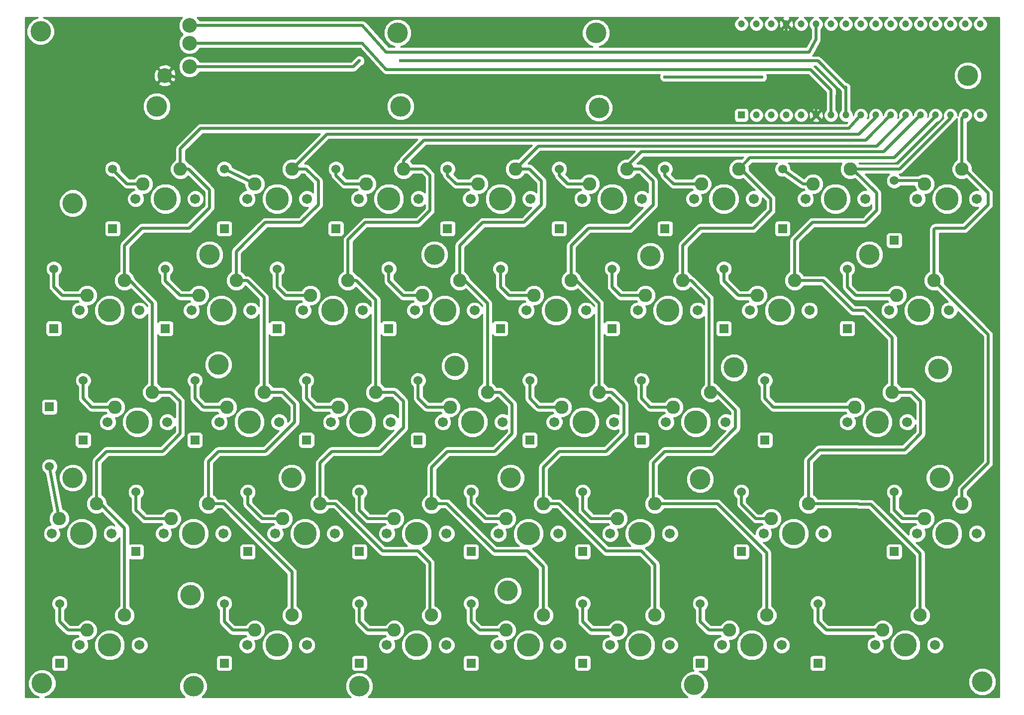
<source format=gbl>
G04 #@! TF.FileFunction,Copper,L2,Bot,Signal*
%FSLAX46Y46*%
G04 Gerber Fmt 4.6, Leading zero omitted, Abs format (unit mm)*
G04 Created by KiCad (PCBNEW 4.0.1-stable) date 2017/02/06 23:13:23*
%MOMM*%
G01*
G04 APERTURE LIST*
%ADD10C,0.100000*%
%ADD11C,2.286000*%
%ADD12C,3.987800*%
%ADD13C,1.701800*%
%ADD14C,2.500000*%
%ADD15C,3.500000*%
%ADD16R,1.524000X1.524000*%
%ADD17C,1.524000*%
%ADD18C,1.200000*%
%ADD19R,1.200000X1.200000*%
%ADD20C,0.600000*%
%ADD21C,0.500000*%
%ADD22C,0.254000*%
G04 APERTURE END LIST*
D10*
D11*
X110040000Y-73920000D03*
X103690000Y-76460000D03*
D12*
X107500000Y-79000000D03*
D13*
X102420000Y-79000000D03*
X112580000Y-79000000D03*
D11*
X129040000Y-73920000D03*
X122690000Y-76460000D03*
D12*
X126500000Y-79000000D03*
D13*
X121420000Y-79000000D03*
X131580000Y-79000000D03*
D11*
X138540000Y-54920000D03*
X132190000Y-57460000D03*
D12*
X136000000Y-60000000D03*
D13*
X130920000Y-60000000D03*
X141080000Y-60000000D03*
D11*
X119540000Y-54920000D03*
X113190000Y-57460000D03*
D12*
X117000000Y-60000000D03*
D13*
X111920000Y-60000000D03*
X122080000Y-60000000D03*
D11*
X100540000Y-54920000D03*
X94190000Y-57460000D03*
D12*
X98000000Y-60000000D03*
D13*
X92920000Y-60000000D03*
X103080000Y-60000000D03*
D11*
X81540000Y-54920000D03*
X75190000Y-57460000D03*
D12*
X79000000Y-60000000D03*
D13*
X73920000Y-60000000D03*
X84080000Y-60000000D03*
D11*
X62540000Y-54920000D03*
X56190000Y-57460000D03*
D12*
X60000000Y-60000000D03*
D13*
X54920000Y-60000000D03*
X65080000Y-60000000D03*
D14*
X64100000Y-30500000D03*
X64100000Y-33500000D03*
X59900000Y-39000000D03*
X64100000Y-37500000D03*
D15*
X118250000Y-126750000D03*
X64250000Y-127500000D03*
X69000000Y-88250000D03*
X109250000Y-88500000D03*
X156750000Y-88750000D03*
X191500000Y-89000000D03*
X58500000Y-44250000D03*
X100000000Y-44250000D03*
X133750000Y-44500000D03*
X64750000Y-143000000D03*
X196500000Y-39000000D03*
X44250000Y-60750000D03*
X67500000Y-69500000D03*
X105750000Y-69500000D03*
X142500000Y-69750000D03*
X179750000Y-69500000D03*
X191750000Y-107500000D03*
X151000000Y-107750000D03*
X118750000Y-107500000D03*
X81500000Y-107500000D03*
X44250000Y-107500000D03*
X38750000Y-31500000D03*
X99500000Y-31750000D03*
X133250000Y-31750000D03*
X93000000Y-143000000D03*
X150000000Y-142750000D03*
X39000000Y-142500000D03*
X199000000Y-142250000D03*
D11*
X195540000Y-54920000D03*
X189190000Y-57460000D03*
D12*
X193000000Y-60000000D03*
D13*
X187920000Y-60000000D03*
X198080000Y-60000000D03*
D11*
X176540000Y-54920000D03*
X170190000Y-57460000D03*
D12*
X174000000Y-60000000D03*
D13*
X168920000Y-60000000D03*
X179080000Y-60000000D03*
D16*
X184000000Y-67080000D03*
D17*
X184000000Y-56920000D03*
D11*
X162290000Y-130920000D03*
X155940000Y-133460000D03*
D12*
X159750000Y-136000000D03*
D13*
X154670000Y-136000000D03*
X164830000Y-136000000D03*
D11*
X143290000Y-130920000D03*
X136940000Y-133460000D03*
D12*
X140750000Y-136000000D03*
D13*
X135670000Y-136000000D03*
X145830000Y-136000000D03*
D11*
X105290000Y-130920000D03*
X98940000Y-133460000D03*
D12*
X102750000Y-136000000D03*
D13*
X97670000Y-136000000D03*
X107830000Y-136000000D03*
D16*
X171000000Y-139080000D03*
D17*
X171000000Y-128920000D03*
D16*
X151000000Y-139080000D03*
D17*
X151000000Y-128920000D03*
D16*
X131000000Y-139080000D03*
D17*
X131000000Y-128920000D03*
D16*
X93000000Y-139080000D03*
D17*
X93000000Y-128920000D03*
D18*
X158000000Y-30254000D03*
X160540000Y-30254000D03*
X163080000Y-30254000D03*
X165620000Y-30254000D03*
X168160000Y-30254000D03*
X170700000Y-30254000D03*
X173240000Y-30254000D03*
X175780000Y-30254000D03*
X178320000Y-30254000D03*
X180860000Y-30254000D03*
X183400000Y-30254000D03*
X185940000Y-30254000D03*
X188480000Y-30254000D03*
X191020000Y-30254000D03*
X193560000Y-30254000D03*
X196100000Y-30254000D03*
X198640000Y-30254000D03*
D19*
X158000000Y-45746000D03*
D18*
X160540000Y-45746000D03*
X163080000Y-45746000D03*
X165620000Y-45746000D03*
X168160000Y-45746000D03*
X170700000Y-45746000D03*
X173240000Y-45746000D03*
X175780000Y-45746000D03*
X178320000Y-45746000D03*
X180860000Y-45746000D03*
X183400000Y-45746000D03*
X185940000Y-45746000D03*
X188480000Y-45746000D03*
X191020000Y-45746000D03*
X193560000Y-45746000D03*
X196100000Y-45746000D03*
X198640000Y-45746000D03*
D11*
X124290000Y-130920000D03*
X117940000Y-133460000D03*
D12*
X121750000Y-136000000D03*
D13*
X116670000Y-136000000D03*
X126830000Y-136000000D03*
D11*
X81540000Y-130920000D03*
X75190000Y-133460000D03*
D12*
X79000000Y-136000000D03*
D13*
X73920000Y-136000000D03*
X84080000Y-136000000D03*
D11*
X53040000Y-130920000D03*
X46690000Y-133460000D03*
D12*
X50500000Y-136000000D03*
D13*
X45420000Y-136000000D03*
X55580000Y-136000000D03*
D11*
X195540000Y-111920000D03*
X189190000Y-114460000D03*
D12*
X193000000Y-117000000D03*
D13*
X187920000Y-117000000D03*
X198080000Y-117000000D03*
D11*
X169415000Y-111920000D03*
X163065000Y-114460000D03*
D12*
X166875000Y-117000000D03*
D13*
X161795000Y-117000000D03*
X171955000Y-117000000D03*
D11*
X143290000Y-111920000D03*
X136940000Y-114460000D03*
D12*
X140750000Y-117000000D03*
D13*
X135670000Y-117000000D03*
X145830000Y-117000000D03*
D11*
X124290000Y-111920000D03*
X117940000Y-114460000D03*
D12*
X121750000Y-117000000D03*
D13*
X116670000Y-117000000D03*
X126830000Y-117000000D03*
D11*
X105290000Y-111920000D03*
X98940000Y-114460000D03*
D12*
X102750000Y-117000000D03*
D13*
X97670000Y-117000000D03*
X107830000Y-117000000D03*
D11*
X86290000Y-111920000D03*
X79940000Y-114460000D03*
D12*
X83750000Y-117000000D03*
D13*
X78670000Y-117000000D03*
X88830000Y-117000000D03*
D11*
X67290000Y-111920000D03*
X60940000Y-114460000D03*
D12*
X64750000Y-117000000D03*
D13*
X59670000Y-117000000D03*
X69830000Y-117000000D03*
D11*
X48290000Y-111920000D03*
X41940000Y-114460000D03*
D12*
X45750000Y-117000000D03*
D13*
X40670000Y-117000000D03*
X50830000Y-117000000D03*
D11*
X183665000Y-92920000D03*
X177315000Y-95460000D03*
D12*
X181125000Y-98000000D03*
D13*
X176045000Y-98000000D03*
X186205000Y-98000000D03*
D11*
X152790000Y-92920000D03*
X146440000Y-95460000D03*
D12*
X150250000Y-98000000D03*
D13*
X145170000Y-98000000D03*
X155330000Y-98000000D03*
D11*
X133790000Y-92920000D03*
X127440000Y-95460000D03*
D12*
X131250000Y-98000000D03*
D13*
X126170000Y-98000000D03*
X136330000Y-98000000D03*
D11*
X114790000Y-92920000D03*
X108440000Y-95460000D03*
D12*
X112250000Y-98000000D03*
D13*
X107170000Y-98000000D03*
X117330000Y-98000000D03*
D11*
X95790000Y-92920000D03*
X89440000Y-95460000D03*
D12*
X93250000Y-98000000D03*
D13*
X88170000Y-98000000D03*
X98330000Y-98000000D03*
D11*
X76790000Y-92920000D03*
X70440000Y-95460000D03*
D12*
X74250000Y-98000000D03*
D13*
X69170000Y-98000000D03*
X79330000Y-98000000D03*
D11*
X57790000Y-92920000D03*
X51440000Y-95460000D03*
D12*
X55250000Y-98000000D03*
D13*
X50170000Y-98000000D03*
X60330000Y-98000000D03*
D11*
X190790000Y-73920000D03*
X184440000Y-76460000D03*
D12*
X188250000Y-79000000D03*
D13*
X183170000Y-79000000D03*
X193330000Y-79000000D03*
D11*
X167040000Y-73920000D03*
X160690000Y-76460000D03*
D12*
X164500000Y-79000000D03*
D13*
X159420000Y-79000000D03*
X169580000Y-79000000D03*
D11*
X148040000Y-73920000D03*
X141690000Y-76460000D03*
D12*
X145500000Y-79000000D03*
D13*
X140420000Y-79000000D03*
X150580000Y-79000000D03*
D11*
X91040000Y-73920000D03*
X84690000Y-76460000D03*
D12*
X88500000Y-79000000D03*
D13*
X83420000Y-79000000D03*
X93580000Y-79000000D03*
D11*
X72040000Y-73920000D03*
X65690000Y-76460000D03*
D12*
X69500000Y-79000000D03*
D13*
X64420000Y-79000000D03*
X74580000Y-79000000D03*
D11*
X53040000Y-73920000D03*
X46690000Y-76460000D03*
D12*
X50500000Y-79000000D03*
D13*
X45420000Y-79000000D03*
X55580000Y-79000000D03*
D11*
X157540000Y-54920000D03*
X151190000Y-57460000D03*
D12*
X155000000Y-60000000D03*
D13*
X149920000Y-60000000D03*
X160080000Y-60000000D03*
D16*
X112000000Y-139080000D03*
D17*
X112000000Y-128920000D03*
D16*
X70000000Y-139080000D03*
D17*
X70000000Y-128920000D03*
D16*
X42000000Y-139080000D03*
D17*
X42000000Y-128920000D03*
D16*
X184000000Y-120080000D03*
D17*
X184000000Y-109920000D03*
D16*
X158000000Y-120080000D03*
D17*
X158000000Y-109920000D03*
D16*
X131000000Y-120080000D03*
D17*
X131000000Y-109920000D03*
D16*
X112000000Y-120080000D03*
D17*
X112000000Y-109920000D03*
D16*
X93000000Y-120080000D03*
D17*
X93000000Y-109920000D03*
D16*
X74000000Y-120080000D03*
D17*
X74000000Y-109920000D03*
D16*
X55000000Y-120080000D03*
D17*
X55000000Y-109920000D03*
D16*
X40250000Y-95420000D03*
D17*
X40250000Y-105580000D03*
D16*
X162000000Y-101080000D03*
D17*
X162000000Y-90920000D03*
D16*
X141000000Y-101080000D03*
D17*
X141000000Y-90920000D03*
D16*
X122000000Y-101080000D03*
D17*
X122000000Y-90920000D03*
D16*
X103000000Y-101080000D03*
D17*
X103000000Y-90920000D03*
D16*
X84000000Y-101080000D03*
D17*
X84000000Y-90920000D03*
D16*
X65000000Y-101080000D03*
D17*
X65000000Y-90920000D03*
D16*
X46000000Y-101080000D03*
D17*
X46000000Y-90920000D03*
D16*
X176000000Y-82080000D03*
D17*
X176000000Y-71920000D03*
D16*
X155000000Y-82080000D03*
D17*
X155000000Y-71920000D03*
D16*
X136000000Y-82080000D03*
D17*
X136000000Y-71920000D03*
D16*
X117000000Y-82080000D03*
D17*
X117000000Y-71920000D03*
D16*
X98000000Y-82080000D03*
D17*
X98000000Y-71920000D03*
D16*
X79000000Y-82080000D03*
D17*
X79000000Y-71920000D03*
D16*
X60000000Y-82080000D03*
D17*
X60000000Y-71920000D03*
D16*
X41000000Y-82080000D03*
D17*
X41000000Y-71920000D03*
D16*
X165000000Y-65080000D03*
D17*
X165000000Y-54920000D03*
D16*
X145000000Y-65080000D03*
D17*
X145000000Y-54920000D03*
D16*
X127000000Y-65080000D03*
D17*
X127000000Y-54920000D03*
D16*
X108000000Y-65080000D03*
D17*
X108000000Y-54920000D03*
D16*
X89000000Y-65080000D03*
D17*
X89000000Y-54920000D03*
D16*
X70000000Y-65080000D03*
D17*
X70000000Y-54920000D03*
D16*
X51000000Y-65080000D03*
D17*
X51000000Y-54920000D03*
D11*
X188415000Y-130920000D03*
X182065000Y-133460000D03*
D12*
X185875000Y-136000000D03*
D13*
X180795000Y-136000000D03*
X190955000Y-136000000D03*
D20*
X100000000Y-36500000D03*
X93000000Y-36500000D03*
X145000000Y-39250000D03*
X161500000Y-39250000D03*
X137000000Y-40250000D03*
X138000000Y-32000000D03*
D21*
X51000000Y-54920000D02*
X51000000Y-55000000D01*
X53460000Y-57460000D02*
X56190000Y-57460000D01*
X51000000Y-55000000D02*
X53460000Y-57460000D01*
X56150000Y-57420000D02*
X56190000Y-57460000D01*
X70000000Y-54920000D02*
X75150000Y-57420000D01*
X75150000Y-57420000D02*
X75190000Y-57460000D01*
X89000000Y-54920000D02*
X89000000Y-56000000D01*
X90460000Y-57460000D02*
X94190000Y-57460000D01*
X89000000Y-56000000D02*
X90460000Y-57460000D01*
X94150000Y-57420000D02*
X94190000Y-57460000D01*
X108000000Y-54920000D02*
X108000000Y-56000000D01*
X109460000Y-57460000D02*
X113190000Y-57460000D01*
X108000000Y-56000000D02*
X109460000Y-57460000D01*
X113150000Y-57420000D02*
X113190000Y-57460000D01*
X127000000Y-54920000D02*
X127000000Y-56000000D01*
X128460000Y-57460000D02*
X132190000Y-57460000D01*
X127000000Y-56000000D02*
X128460000Y-57460000D01*
X132150000Y-57420000D02*
X132190000Y-57460000D01*
X145000000Y-54920000D02*
X145000000Y-56000000D01*
X146460000Y-57460000D02*
X151190000Y-57460000D01*
X145000000Y-56000000D02*
X146460000Y-57460000D01*
X151150000Y-57420000D02*
X151190000Y-57460000D01*
X165000000Y-54920000D02*
X165000000Y-55000000D01*
X168460000Y-57460000D02*
X170190000Y-57460000D01*
X165000000Y-55000000D02*
X168460000Y-57460000D01*
X170150000Y-57420000D02*
X170190000Y-57460000D01*
X41000000Y-71920000D02*
X41000000Y-75000000D01*
X42460000Y-76460000D02*
X46690000Y-76460000D01*
X41000000Y-75000000D02*
X42460000Y-76460000D01*
X46650000Y-76420000D02*
X46690000Y-76460000D01*
X60000000Y-71920000D02*
X60000000Y-74000000D01*
X62460000Y-76460000D02*
X65690000Y-76460000D01*
X60000000Y-74000000D02*
X62460000Y-76460000D01*
X65650000Y-76420000D02*
X65690000Y-76460000D01*
X79000000Y-71920000D02*
X79000000Y-75000000D01*
X80460000Y-76460000D02*
X84690000Y-76460000D01*
X79000000Y-75000000D02*
X80460000Y-76460000D01*
X84650000Y-76420000D02*
X84690000Y-76460000D01*
X98000000Y-71920000D02*
X98000000Y-74000000D01*
X100460000Y-76460000D02*
X103690000Y-76460000D01*
X98000000Y-74000000D02*
X100460000Y-76460000D01*
X103650000Y-76420000D02*
X103690000Y-76460000D01*
X117000000Y-71920000D02*
X117000000Y-75000000D01*
X118460000Y-76460000D02*
X122690000Y-76460000D01*
X117000000Y-75000000D02*
X118460000Y-76460000D01*
X122650000Y-76420000D02*
X122690000Y-76460000D01*
X136000000Y-71920000D02*
X136000000Y-75000000D01*
X137460000Y-76460000D02*
X141690000Y-76460000D01*
X136000000Y-75000000D02*
X137460000Y-76460000D01*
X141650000Y-76420000D02*
X141690000Y-76460000D01*
X155000000Y-71920000D02*
X155000000Y-74000000D01*
X157460000Y-76460000D02*
X160690000Y-76460000D01*
X155000000Y-74000000D02*
X157460000Y-76460000D01*
X155040000Y-71960000D02*
X155000000Y-71920000D01*
X176000000Y-71920000D02*
X176000000Y-75000000D01*
X177460000Y-76460000D02*
X184440000Y-76460000D01*
X176000000Y-75000000D02*
X177460000Y-76460000D01*
X184400000Y-76420000D02*
X184440000Y-76460000D01*
X46000000Y-90920000D02*
X46000000Y-94000000D01*
X47460000Y-95460000D02*
X51440000Y-95460000D01*
X46000000Y-94000000D02*
X47460000Y-95460000D01*
X51400000Y-95420000D02*
X51440000Y-95460000D01*
X65000000Y-90920000D02*
X65000000Y-94000000D01*
X66460000Y-95460000D02*
X70440000Y-95460000D01*
X65000000Y-94000000D02*
X66460000Y-95460000D01*
X70400000Y-95420000D02*
X70440000Y-95460000D01*
X84000000Y-90920000D02*
X84000000Y-94000000D01*
X85460000Y-95460000D02*
X89440000Y-95460000D01*
X84000000Y-94000000D02*
X85460000Y-95460000D01*
X89400000Y-95420000D02*
X89440000Y-95460000D01*
X103000000Y-90920000D02*
X103000000Y-94000000D01*
X104460000Y-95460000D02*
X108440000Y-95460000D01*
X103000000Y-94000000D02*
X104460000Y-95460000D01*
X108400000Y-95420000D02*
X108440000Y-95460000D01*
X122000000Y-90920000D02*
X122000000Y-94000000D01*
X123460000Y-95460000D02*
X127440000Y-95460000D01*
X122000000Y-94000000D02*
X123460000Y-95460000D01*
X127400000Y-95420000D02*
X127440000Y-95460000D01*
X141000000Y-90920000D02*
X141000000Y-94000000D01*
X142460000Y-95460000D02*
X146440000Y-95460000D01*
X141000000Y-94000000D02*
X142460000Y-95460000D01*
X146400000Y-95420000D02*
X146440000Y-95460000D01*
X162000000Y-90920000D02*
X162000000Y-94000000D01*
X163460000Y-95460000D02*
X177315000Y-95460000D01*
X162000000Y-94000000D02*
X163460000Y-95460000D01*
X162040000Y-90960000D02*
X162000000Y-90920000D01*
X40250000Y-105580000D02*
X41900000Y-114420000D01*
X41900000Y-114420000D02*
X41940000Y-114460000D01*
X55000000Y-109920000D02*
X55000000Y-113000000D01*
X56460000Y-114460000D02*
X60940000Y-114460000D01*
X55000000Y-113000000D02*
X56460000Y-114460000D01*
X55040000Y-109960000D02*
X55000000Y-109920000D01*
X74000000Y-109920000D02*
X74000000Y-112000000D01*
X76460000Y-114460000D02*
X79940000Y-114460000D01*
X74000000Y-112000000D02*
X76460000Y-114460000D01*
X74040000Y-109960000D02*
X74000000Y-109920000D01*
X93000000Y-109920000D02*
X93000000Y-113000000D01*
X94460000Y-114460000D02*
X98940000Y-114460000D01*
X93000000Y-113000000D02*
X94460000Y-114460000D01*
X93040000Y-109960000D02*
X93000000Y-109920000D01*
X112000000Y-109920000D02*
X112000000Y-112000000D01*
X114460000Y-114460000D02*
X117940000Y-114460000D01*
X112000000Y-112000000D02*
X114460000Y-114460000D01*
X117900000Y-114420000D02*
X117940000Y-114460000D01*
X131000000Y-109920000D02*
X131000000Y-113000000D01*
X132460000Y-114460000D02*
X136940000Y-114460000D01*
X131000000Y-113000000D02*
X132460000Y-114460000D01*
X136900000Y-114420000D02*
X136940000Y-114460000D01*
X158000000Y-109920000D02*
X158000000Y-112000000D01*
X160460000Y-114460000D02*
X163065000Y-114460000D01*
X158000000Y-112000000D02*
X160460000Y-114460000D01*
X158040000Y-109960000D02*
X158000000Y-109920000D01*
X184000000Y-109920000D02*
X184000000Y-113000000D01*
X185460000Y-114460000D02*
X189190000Y-114460000D01*
X184000000Y-113000000D02*
X185460000Y-114460000D01*
X184040000Y-109960000D02*
X184000000Y-109920000D01*
X42000000Y-128920000D02*
X42000000Y-132000000D01*
X43460000Y-133460000D02*
X46690000Y-133460000D01*
X42000000Y-132000000D02*
X43460000Y-133460000D01*
X46650000Y-133420000D02*
X46690000Y-133460000D01*
X70000000Y-128920000D02*
X70000000Y-132000000D01*
X71460000Y-133460000D02*
X75190000Y-133460000D01*
X70000000Y-132000000D02*
X71460000Y-133460000D01*
X75150000Y-133420000D02*
X75190000Y-133460000D01*
X112000000Y-128920000D02*
X112000000Y-132000000D01*
X113460000Y-133460000D02*
X117940000Y-133460000D01*
X112000000Y-132000000D02*
X113460000Y-133460000D01*
X112040000Y-128960000D02*
X112000000Y-128920000D01*
X170700000Y-30254000D02*
X170700000Y-32800000D01*
X93500000Y-30500000D02*
X63800000Y-30500000D01*
X97583333Y-35000000D02*
X93500000Y-30500000D01*
X169500000Y-35000000D02*
X97583333Y-35000000D01*
X170700000Y-32800000D02*
X169500000Y-35000000D01*
X167037037Y-38000000D02*
X169750000Y-38000000D01*
X173250000Y-42250000D02*
X173240000Y-42260000D01*
X173250000Y-41500000D02*
X173250000Y-42250000D01*
X169750000Y-38000000D02*
X173250000Y-41500000D01*
X63300000Y-33500000D02*
X93500000Y-33500000D01*
X173240000Y-42260000D02*
X173240000Y-45746000D01*
X97590909Y-38000000D02*
X167037037Y-38000000D01*
X93500000Y-33500000D02*
X97590909Y-38000000D01*
X64300000Y-37500000D02*
X92000000Y-37500000D01*
X92000000Y-37500000D02*
X93000000Y-36500000D01*
X175780000Y-41000000D02*
X175780000Y-45746000D01*
X171000000Y-36500000D02*
X175780000Y-41280000D01*
X175780000Y-41280000D02*
X175780000Y-41220000D01*
X100000000Y-36500000D02*
X171000000Y-36500000D01*
X62540000Y-54920000D02*
X62540000Y-51460000D01*
X66000000Y-48000000D02*
X138000000Y-48000000D01*
X62540000Y-51460000D02*
X66000000Y-48000000D01*
X178320000Y-45746000D02*
X178320000Y-45680000D01*
X176300002Y-48000000D02*
X138000000Y-48000000D01*
X178320000Y-45680000D02*
X176300002Y-48000000D01*
X53040000Y-73920000D02*
X53040000Y-67960000D01*
X63920000Y-54920000D02*
X62540000Y-54920000D01*
X67500000Y-58500000D02*
X63920000Y-54920000D01*
X67500000Y-61500000D02*
X67500000Y-58500000D01*
X64000000Y-65000000D02*
X67500000Y-61500000D01*
X56000000Y-65000000D02*
X64000000Y-65000000D01*
X53040000Y-67960000D02*
X56000000Y-65000000D01*
X57790000Y-92920000D02*
X57790000Y-77790000D01*
X57790000Y-77790000D02*
X53920000Y-73920000D01*
X53920000Y-73920000D02*
X53040000Y-73920000D01*
X48290000Y-111920000D02*
X48290000Y-104710000D01*
X60920000Y-92920000D02*
X57790000Y-92920000D01*
X62500000Y-94500000D02*
X60920000Y-92920000D01*
X62500000Y-100000000D02*
X62500000Y-94500000D01*
X59500000Y-103000000D02*
X62500000Y-100000000D01*
X50000000Y-103000000D02*
X59500000Y-103000000D01*
X48290000Y-104710000D02*
X50000000Y-103000000D01*
X48290000Y-111920000D02*
X48920000Y-111920000D01*
X48920000Y-111920000D02*
X53040000Y-116040000D01*
X53040000Y-116040000D02*
X53040000Y-130920000D01*
X81540000Y-54920000D02*
X83920000Y-54920000D01*
X72040000Y-68960000D02*
X72040000Y-73920000D01*
X77000000Y-64000000D02*
X72040000Y-68960000D01*
X83000000Y-64000000D02*
X77000000Y-64000000D01*
X86000000Y-61000000D02*
X83000000Y-64000000D01*
X86000000Y-57000000D02*
X86000000Y-61000000D01*
X83920000Y-54920000D02*
X86000000Y-57000000D01*
X76790000Y-92920000D02*
X79920000Y-92920000D01*
X79920000Y-92920000D02*
X82000000Y-95000000D01*
X67290000Y-104710000D02*
X67290000Y-111920000D01*
X69000000Y-103000000D02*
X67290000Y-104710000D01*
X77000000Y-103000000D02*
X69000000Y-103000000D01*
X82000000Y-98000000D02*
X77000000Y-103000000D01*
X82000000Y-95000000D02*
X82000000Y-98000000D01*
X67290000Y-111920000D02*
X69920000Y-111920000D01*
X81540000Y-123540000D02*
X81540000Y-130920000D01*
X69920000Y-111920000D02*
X81540000Y-123540000D01*
X180860000Y-45746000D02*
X180860000Y-46140000D01*
X180860000Y-46140000D02*
X178000000Y-49000000D01*
X87460000Y-49000000D02*
X81540000Y-54920000D01*
X178000000Y-49000000D02*
X87460000Y-49000000D01*
X80960000Y-131500000D02*
X81540000Y-130920000D01*
X72040000Y-73920000D02*
X73920000Y-73920000D01*
X73920000Y-73920000D02*
X76790000Y-76790000D01*
X76790000Y-76790000D02*
X76790000Y-92920000D01*
X105000000Y-128000000D02*
X105000000Y-122000000D01*
X103000000Y-120000000D02*
X97000000Y-120000000D01*
X105000000Y-122000000D02*
X103000000Y-120000000D01*
X100540000Y-54920000D02*
X103920000Y-54920000D01*
X91040000Y-66960000D02*
X91040000Y-73920000D01*
X94000000Y-64000000D02*
X91040000Y-66960000D01*
X103000000Y-64000000D02*
X94000000Y-64000000D01*
X105000000Y-62000000D02*
X103000000Y-64000000D01*
X105000000Y-56000000D02*
X105000000Y-62000000D01*
X103920000Y-54920000D02*
X105000000Y-56000000D01*
X86290000Y-111920000D02*
X88920000Y-111920000D01*
X88920000Y-111920000D02*
X97000000Y-120000000D01*
X105000000Y-128000000D02*
X105000000Y-130630000D01*
X105000000Y-130630000D02*
X105290000Y-130920000D01*
X100540000Y-54920000D02*
X100540000Y-53460000D01*
X179146000Y-50000000D02*
X183400000Y-45746000D01*
X104000000Y-50000000D02*
X179146000Y-50000000D01*
X100540000Y-53460000D02*
X104000000Y-50000000D01*
X100540000Y-54920000D02*
X100540000Y-54460000D01*
X91040000Y-73920000D02*
X91040000Y-72960000D01*
X95790000Y-92920000D02*
X95790000Y-77210000D01*
X95790000Y-77210000D02*
X92500000Y-73920000D01*
X92500000Y-73920000D02*
X91040000Y-73920000D01*
X86290000Y-111920000D02*
X86290000Y-105000000D01*
X98920000Y-92920000D02*
X95790000Y-92920000D01*
X100500000Y-94500000D02*
X98920000Y-92920000D01*
X100500000Y-99000000D02*
X100500000Y-94500000D01*
X96500000Y-103000000D02*
X100500000Y-99000000D01*
X88290000Y-103000000D02*
X96500000Y-103000000D01*
X86290000Y-105000000D02*
X88290000Y-103000000D01*
X124290000Y-129000000D02*
X124290000Y-122710000D01*
X121580000Y-120000000D02*
X116000000Y-120000000D01*
X124290000Y-122710000D02*
X121580000Y-120000000D01*
X119540000Y-54920000D02*
X121920000Y-54920000D01*
X110040000Y-67960000D02*
X110040000Y-73920000D01*
X114000000Y-64000000D02*
X110040000Y-67960000D01*
X121000000Y-64000000D02*
X114000000Y-64000000D01*
X124000000Y-61000000D02*
X121000000Y-64000000D01*
X124000000Y-57000000D02*
X124000000Y-61000000D01*
X121920000Y-54920000D02*
X124000000Y-57000000D01*
X114790000Y-92920000D02*
X116920000Y-92920000D01*
X116920000Y-92920000D02*
X119000000Y-95000000D01*
X105290000Y-105710000D02*
X105290000Y-111920000D01*
X108000000Y-103000000D02*
X105290000Y-105710000D01*
X116000000Y-103000000D02*
X108000000Y-103000000D01*
X119000000Y-100000000D02*
X116000000Y-103000000D01*
X119000000Y-95000000D02*
X119000000Y-100000000D01*
X105290000Y-111920000D02*
X107920000Y-111920000D01*
X107920000Y-111920000D02*
X116000000Y-120000000D01*
X124290000Y-129000000D02*
X124290000Y-130920000D01*
X185940000Y-45746000D02*
X185940000Y-46060000D01*
X185940000Y-46060000D02*
X181000000Y-51000000D01*
X123460000Y-51000000D02*
X119540000Y-54920000D01*
X181000000Y-51000000D02*
X123460000Y-51000000D01*
X119540000Y-54920000D02*
X119540000Y-54460000D01*
X105290000Y-111920000D02*
X105420000Y-111920000D01*
X123870000Y-130500000D02*
X124290000Y-130920000D01*
X110040000Y-73920000D02*
X110920000Y-73920000D01*
X110920000Y-73920000D02*
X114790000Y-77790000D01*
X114790000Y-77790000D02*
X114790000Y-92920000D01*
X143290000Y-129000000D02*
X143290000Y-122290000D01*
X135000000Y-120000000D02*
X133000000Y-118000000D01*
X141000000Y-120000000D02*
X135000000Y-120000000D01*
X143290000Y-122290000D02*
X141000000Y-120000000D01*
X138540000Y-54920000D02*
X140920000Y-54920000D01*
X129040000Y-67960000D02*
X129040000Y-73920000D01*
X132000000Y-65000000D02*
X129040000Y-67960000D01*
X139000000Y-65000000D02*
X132000000Y-65000000D01*
X143000000Y-61000000D02*
X139000000Y-65000000D01*
X143000000Y-57000000D02*
X143000000Y-61000000D01*
X140920000Y-54920000D02*
X143000000Y-57000000D01*
X138000000Y-100000000D02*
X138000000Y-100000000D01*
X124290000Y-105710000D02*
X124290000Y-111920000D01*
X127000000Y-103000000D02*
X124290000Y-105710000D01*
X135000000Y-103000000D02*
X127000000Y-103000000D01*
X138000000Y-100000000D02*
X135000000Y-103000000D01*
X124290000Y-111920000D02*
X126920000Y-111920000D01*
X126920000Y-111920000D02*
X133000000Y-118000000D01*
X143290000Y-129000000D02*
X143290000Y-130920000D01*
X138540000Y-54920000D02*
X138540000Y-54460000D01*
X138540000Y-54460000D02*
X141000000Y-52000000D01*
X182226000Y-52000000D02*
X188480000Y-45746000D01*
X141000000Y-52000000D02*
X182226000Y-52000000D01*
X124290000Y-111920000D02*
X124290000Y-112290000D01*
X133790000Y-92920000D02*
X135920000Y-92920000D01*
X135920000Y-92920000D02*
X138000000Y-95000000D01*
X138000000Y-95000000D02*
X138000000Y-100000000D01*
X129040000Y-73920000D02*
X129920000Y-73920000D01*
X129920000Y-73920000D02*
X133790000Y-77790000D01*
X133790000Y-77790000D02*
X133790000Y-92920000D01*
X157540000Y-54920000D02*
X157920000Y-54920000D01*
X157920000Y-54920000D02*
X163000000Y-60000000D01*
X148040000Y-67960000D02*
X148040000Y-73920000D01*
X151000000Y-65000000D02*
X148040000Y-67960000D01*
X160000000Y-65000000D02*
X151000000Y-65000000D01*
X163000000Y-62000000D02*
X160000000Y-65000000D01*
X163000000Y-60000000D02*
X163000000Y-62000000D01*
X152790000Y-92920000D02*
X153920000Y-92920000D01*
X153920000Y-92920000D02*
X157000000Y-96000000D01*
X143000000Y-105000000D02*
X143000000Y-111630000D01*
X145000000Y-103000000D02*
X143000000Y-105000000D01*
X153000000Y-103000000D02*
X145000000Y-103000000D01*
X157000000Y-99000000D02*
X153000000Y-103000000D01*
X157000000Y-96000000D02*
X157000000Y-99000000D01*
X143000000Y-111630000D02*
X143290000Y-111920000D01*
X143000000Y-111630000D02*
X143290000Y-111920000D01*
X143290000Y-111920000D02*
X153920000Y-111920000D01*
X162290000Y-120290000D02*
X162290000Y-130920000D01*
X153920000Y-111920000D02*
X162290000Y-120290000D01*
X191020000Y-45746000D02*
X191020000Y-45980000D01*
X191020000Y-45980000D02*
X184000000Y-53000000D01*
X184000000Y-53000000D02*
X159460000Y-53000000D01*
X159460000Y-53000000D02*
X157540000Y-54920000D01*
X143290000Y-111920000D02*
X143420000Y-111920000D01*
X148040000Y-73920000D02*
X149420000Y-73920000D01*
X152500000Y-77000000D02*
X152500000Y-92630000D01*
X149420000Y-73920000D02*
X152500000Y-77000000D01*
X152500000Y-92630000D02*
X152790000Y-92920000D01*
X157540000Y-54920000D02*
X158420000Y-54920000D01*
X167040000Y-73920000D02*
X167040000Y-67040000D01*
X181000000Y-59000000D02*
X176920000Y-54920000D01*
X181000000Y-62000000D02*
X181000000Y-59000000D01*
X179000000Y-64000000D02*
X181000000Y-62000000D01*
X170080000Y-64000000D02*
X179000000Y-64000000D01*
X167040000Y-67040000D02*
X170080000Y-64000000D01*
X176920000Y-54920000D02*
X176540000Y-54920000D01*
X176540000Y-54920000D02*
X184920000Y-54920000D01*
X184920000Y-54920000D02*
X193560000Y-46280000D01*
X193560000Y-46280000D02*
X193560000Y-45746000D01*
X167000000Y-73880000D02*
X167040000Y-73920000D01*
X167040000Y-73920000D02*
X171920000Y-73920000D01*
X183665000Y-83665000D02*
X183665000Y-92920000D01*
X179000000Y-79000000D02*
X183665000Y-83665000D01*
X177000000Y-79000000D02*
X179000000Y-79000000D01*
X171920000Y-73920000D02*
X177000000Y-79000000D01*
X185750000Y-102750000D02*
X171250000Y-102750000D01*
X186920000Y-92920000D02*
X188500000Y-94500000D01*
X188500000Y-94500000D02*
X188500000Y-100000000D01*
X188500000Y-100000000D02*
X185750000Y-102750000D01*
X183665000Y-92920000D02*
X186920000Y-92920000D01*
X171250000Y-102750000D02*
X169415000Y-104585000D01*
X169415000Y-104585000D02*
X169415000Y-111920000D01*
X169415000Y-111920000D02*
X177920000Y-111920000D01*
X177920000Y-111920000D02*
X178000000Y-112000000D01*
X178000000Y-112000000D02*
X180000000Y-112000000D01*
X180000000Y-112000000D02*
X188415000Y-120415000D01*
X188415000Y-120415000D02*
X188415000Y-130920000D01*
X195540000Y-54920000D02*
X195920000Y-54920000D01*
X195920000Y-54920000D02*
X200000000Y-59000000D01*
X190790000Y-65210000D02*
X190790000Y-73920000D01*
X191000000Y-65000000D02*
X190790000Y-65210000D01*
X196000000Y-65000000D02*
X191000000Y-65000000D01*
X200000000Y-61000000D02*
X196000000Y-65000000D01*
X200000000Y-59000000D02*
X200000000Y-61000000D01*
X195540000Y-54920000D02*
X195540000Y-46306000D01*
X195540000Y-46306000D02*
X196100000Y-45746000D01*
X195540000Y-111920000D02*
X195540000Y-109460000D01*
X200000000Y-83130000D02*
X190790000Y-73920000D01*
X200000000Y-105000000D02*
X200000000Y-83130000D01*
X195540000Y-109460000D02*
X200000000Y-105000000D01*
X190790000Y-73920000D02*
X191420000Y-73920000D01*
X151000000Y-39250000D02*
X146500000Y-39250000D01*
X146500000Y-39250000D02*
X145000000Y-39250000D01*
X151000000Y-39250000D02*
X161500000Y-39250000D01*
X93000000Y-128920000D02*
X93000000Y-132000000D01*
X94460000Y-133460000D02*
X98940000Y-133460000D01*
X93000000Y-132000000D02*
X94460000Y-133460000D01*
X98900000Y-133420000D02*
X98940000Y-133460000D01*
X131000000Y-128920000D02*
X131000000Y-132000000D01*
X132460000Y-133460000D02*
X136940000Y-133460000D01*
X131000000Y-132000000D02*
X132460000Y-133460000D01*
X131040000Y-128960000D02*
X131000000Y-128920000D01*
X151000000Y-128920000D02*
X151000000Y-132000000D01*
X152460000Y-133460000D02*
X155940000Y-133460000D01*
X151000000Y-132000000D02*
X152460000Y-133460000D01*
X151040000Y-128960000D02*
X151000000Y-128920000D01*
X171000000Y-128920000D02*
X171000000Y-132000000D01*
X172460000Y-133460000D02*
X182065000Y-133460000D01*
X171000000Y-132000000D02*
X172460000Y-133460000D01*
X171040000Y-128960000D02*
X171000000Y-128920000D01*
X166500000Y-40250000D02*
X167750000Y-40250000D01*
X170700000Y-43200000D02*
X170700000Y-45746000D01*
X167750000Y-40250000D02*
X170700000Y-43200000D01*
X165620000Y-30254000D02*
X165620000Y-31380000D01*
X137000000Y-40250000D02*
X139500000Y-40250000D01*
X165000000Y-32000000D02*
X138000000Y-32000000D01*
X165620000Y-31380000D02*
X165000000Y-32000000D01*
X64600000Y-40250000D02*
X59700000Y-38600000D01*
X166500000Y-40250000D02*
X139500000Y-40250000D01*
X139500000Y-40250000D02*
X64600000Y-40250000D01*
X184000000Y-56920000D02*
X188650000Y-56920000D01*
X188650000Y-56920000D02*
X189190000Y-57460000D01*
D22*
G36*
X37400771Y-29476916D02*
X36729274Y-30147242D01*
X36365415Y-31023513D01*
X36364587Y-31972325D01*
X36726916Y-32849229D01*
X37397242Y-33520726D01*
X38273513Y-33884585D01*
X39222325Y-33885413D01*
X40099229Y-33523084D01*
X40770726Y-32852758D01*
X41134585Y-31976487D01*
X41135413Y-31027675D01*
X40773084Y-30150771D01*
X40102758Y-29479274D01*
X39254387Y-29127000D01*
X62807276Y-29127000D01*
X62502907Y-29430839D01*
X62215328Y-30123405D01*
X62214674Y-30873305D01*
X62501043Y-31566372D01*
X62934206Y-32000292D01*
X62502907Y-32430839D01*
X62215328Y-33123405D01*
X62214674Y-33873305D01*
X62501043Y-34566372D01*
X63030839Y-35097093D01*
X63723405Y-35384672D01*
X64473305Y-35385326D01*
X65166372Y-35098957D01*
X65697093Y-34569161D01*
X65773563Y-34385000D01*
X93108503Y-34385000D01*
X96936062Y-38595316D01*
X96953246Y-38608020D01*
X96965119Y-38625790D01*
X97091505Y-38710238D01*
X97213727Y-38800599D01*
X97234466Y-38805761D01*
X97252234Y-38817633D01*
X97401301Y-38847285D01*
X97548814Y-38883999D01*
X97569951Y-38880831D01*
X97590909Y-38885000D01*
X144139158Y-38885000D01*
X144065162Y-39063201D01*
X144064838Y-39435167D01*
X144206883Y-39778943D01*
X144469673Y-40042192D01*
X144813201Y-40184838D01*
X145185167Y-40185162D01*
X145306569Y-40135000D01*
X161193178Y-40135000D01*
X161313201Y-40184838D01*
X161685167Y-40185162D01*
X162028943Y-40043117D01*
X162292192Y-39780327D01*
X162434838Y-39436799D01*
X162435162Y-39064833D01*
X162360857Y-38885000D01*
X169383420Y-38885000D01*
X172365000Y-41866579D01*
X172365000Y-42209723D01*
X172354999Y-42260000D01*
X172355000Y-42260005D01*
X172355000Y-44884426D01*
X172193629Y-45045515D01*
X172005215Y-45499266D01*
X172004786Y-45990579D01*
X172192408Y-46444657D01*
X172539515Y-46792371D01*
X172993266Y-46980785D01*
X173484579Y-46981214D01*
X173938657Y-46793592D01*
X174286371Y-46446485D01*
X174474785Y-45992734D01*
X174475214Y-45501421D01*
X174287592Y-45047343D01*
X174125000Y-44884467D01*
X174125000Y-42300277D01*
X174135001Y-42250000D01*
X174135000Y-42249995D01*
X174135000Y-41500000D01*
X174067633Y-41161325D01*
X173875790Y-40874210D01*
X173875787Y-40874208D01*
X170386580Y-37385000D01*
X170633420Y-37385000D01*
X174895000Y-41646579D01*
X174895000Y-44884426D01*
X174733629Y-45045515D01*
X174545215Y-45499266D01*
X174544786Y-45990579D01*
X174732408Y-46444657D01*
X175079515Y-46792371D01*
X175533266Y-46980785D01*
X176013605Y-46981204D01*
X175897111Y-47115000D01*
X66000005Y-47115000D01*
X66000000Y-47114999D01*
X65748634Y-47165000D01*
X65661325Y-47182367D01*
X65374210Y-47374210D01*
X65374208Y-47374213D01*
X61914210Y-50834210D01*
X61722367Y-51121325D01*
X61722367Y-51121326D01*
X61654999Y-51460000D01*
X61655000Y-51460005D01*
X61655000Y-53361876D01*
X61534160Y-53411806D01*
X61033564Y-53911529D01*
X60762309Y-54564782D01*
X60761692Y-55272114D01*
X61031806Y-55925840D01*
X61531529Y-56426436D01*
X62184782Y-56697691D01*
X62892114Y-56698308D01*
X63545840Y-56428194D01*
X63861502Y-56113082D01*
X66615000Y-58866579D01*
X66615000Y-61133421D01*
X63633420Y-64115000D01*
X56000005Y-64115000D01*
X56000000Y-64114999D01*
X55661325Y-64182367D01*
X55374210Y-64374210D01*
X55374208Y-64374213D01*
X52414210Y-67334210D01*
X52222367Y-67621325D01*
X52222367Y-67621326D01*
X52154999Y-67960000D01*
X52155000Y-67960005D01*
X52155000Y-72361876D01*
X52034160Y-72411806D01*
X51533564Y-72911529D01*
X51262309Y-73564782D01*
X51261692Y-74272114D01*
X51531806Y-74925840D01*
X52031529Y-75426436D01*
X52684782Y-75697691D01*
X53392114Y-75698308D01*
X54045840Y-75428194D01*
X54111284Y-75362864D01*
X56905000Y-78156579D01*
X56905000Y-78315701D01*
X56840420Y-78159405D01*
X56422794Y-77741049D01*
X55876861Y-77514358D01*
X55285733Y-77513842D01*
X54739405Y-77739580D01*
X54321049Y-78157206D01*
X54094358Y-78703139D01*
X54093842Y-79294267D01*
X54319580Y-79840595D01*
X54737206Y-80258951D01*
X55283139Y-80485642D01*
X55874267Y-80486158D01*
X56420595Y-80260420D01*
X56838951Y-79842794D01*
X56905000Y-79683730D01*
X56905000Y-91361876D01*
X56784160Y-91411806D01*
X56283564Y-91911529D01*
X56012309Y-92564782D01*
X56011692Y-93272114D01*
X56281806Y-93925840D01*
X56781529Y-94426436D01*
X57434782Y-94697691D01*
X58142114Y-94698308D01*
X58795840Y-94428194D01*
X59296436Y-93928471D01*
X59347706Y-93805000D01*
X60553420Y-93805000D01*
X61615000Y-94866579D01*
X61615000Y-97218893D01*
X61590420Y-97159405D01*
X61172794Y-96741049D01*
X60626861Y-96514358D01*
X60035733Y-96513842D01*
X59489405Y-96739580D01*
X59071049Y-97157206D01*
X58844358Y-97703139D01*
X58843842Y-98294267D01*
X59069580Y-98840595D01*
X59487206Y-99258951D01*
X60033139Y-99485642D01*
X60624267Y-99486158D01*
X61170595Y-99260420D01*
X61588951Y-98842794D01*
X61615000Y-98780061D01*
X61615000Y-99633421D01*
X59133420Y-102115000D01*
X50000005Y-102115000D01*
X50000000Y-102114999D01*
X49661325Y-102182367D01*
X49374210Y-102374210D01*
X49374208Y-102374213D01*
X47664210Y-104084210D01*
X47472367Y-104371325D01*
X47472367Y-104371326D01*
X47404999Y-104710000D01*
X47405000Y-104710005D01*
X47405000Y-110361876D01*
X47284160Y-110411806D01*
X46783564Y-110911529D01*
X46512309Y-111564782D01*
X46511692Y-112272114D01*
X46781806Y-112925840D01*
X47281529Y-113426436D01*
X47934782Y-113697691D01*
X48642114Y-113698308D01*
X49211474Y-113463053D01*
X51359293Y-115610872D01*
X51126861Y-115514358D01*
X50535733Y-115513842D01*
X49989405Y-115739580D01*
X49571049Y-116157206D01*
X49344358Y-116703139D01*
X49343842Y-117294267D01*
X49569580Y-117840595D01*
X49987206Y-118258951D01*
X50533139Y-118485642D01*
X51124267Y-118486158D01*
X51670595Y-118260420D01*
X52088951Y-117842794D01*
X52155000Y-117683730D01*
X52155000Y-129361876D01*
X52034160Y-129411806D01*
X51533564Y-129911529D01*
X51262309Y-130564782D01*
X51261692Y-131272114D01*
X51531806Y-131925840D01*
X52031529Y-132426436D01*
X52684782Y-132697691D01*
X53392114Y-132698308D01*
X54045840Y-132428194D01*
X54546436Y-131928471D01*
X54817691Y-131275218D01*
X54818308Y-130567886D01*
X54548194Y-129914160D01*
X54048471Y-129413564D01*
X53925000Y-129362294D01*
X53925000Y-127972325D01*
X61864587Y-127972325D01*
X62226916Y-128849229D01*
X62897242Y-129520726D01*
X63773513Y-129884585D01*
X64722325Y-129885413D01*
X65599229Y-129523084D01*
X65926222Y-129196661D01*
X68602758Y-129196661D01*
X68814990Y-129710303D01*
X69115000Y-130010837D01*
X69115000Y-131999995D01*
X69114999Y-132000000D01*
X69140021Y-132125790D01*
X69182367Y-132338675D01*
X69358559Y-132602367D01*
X69374210Y-132625790D01*
X70834208Y-134085787D01*
X70834210Y-134085790D01*
X71121325Y-134277633D01*
X71177516Y-134288810D01*
X71460000Y-134345001D01*
X71460005Y-134345000D01*
X73631876Y-134345000D01*
X73681806Y-134465840D01*
X73729815Y-134513933D01*
X73625733Y-134513842D01*
X73079405Y-134739580D01*
X72661049Y-135157206D01*
X72434358Y-135703139D01*
X72433842Y-136294267D01*
X72659580Y-136840595D01*
X73077206Y-137258951D01*
X73623139Y-137485642D01*
X74214267Y-137486158D01*
X74760595Y-137260420D01*
X75178951Y-136842794D01*
X75312726Y-136520626D01*
X76370645Y-136520626D01*
X76770028Y-137487207D01*
X77508904Y-138227373D01*
X78474785Y-138628442D01*
X79520626Y-138629355D01*
X80274162Y-138318000D01*
X91590560Y-138318000D01*
X91590560Y-139842000D01*
X91634838Y-140077317D01*
X91773910Y-140293441D01*
X91986110Y-140438431D01*
X92238000Y-140489440D01*
X93762000Y-140489440D01*
X93997317Y-140445162D01*
X94213441Y-140306090D01*
X94358431Y-140093890D01*
X94409440Y-139842000D01*
X94409440Y-138318000D01*
X94365162Y-138082683D01*
X94226090Y-137866559D01*
X94013890Y-137721569D01*
X93762000Y-137670560D01*
X92238000Y-137670560D01*
X92002683Y-137714838D01*
X91786559Y-137853910D01*
X91641569Y-138066110D01*
X91590560Y-138318000D01*
X80274162Y-138318000D01*
X80487207Y-138229972D01*
X81227373Y-137491096D01*
X81628442Y-136525215D01*
X81628643Y-136294267D01*
X82593842Y-136294267D01*
X82819580Y-136840595D01*
X83237206Y-137258951D01*
X83783139Y-137485642D01*
X84374267Y-137486158D01*
X84920595Y-137260420D01*
X85338951Y-136842794D01*
X85565642Y-136296861D01*
X85566158Y-135705733D01*
X85340420Y-135159405D01*
X84922794Y-134741049D01*
X84376861Y-134514358D01*
X83785733Y-134513842D01*
X83239405Y-134739580D01*
X82821049Y-135157206D01*
X82594358Y-135703139D01*
X82593842Y-136294267D01*
X81628643Y-136294267D01*
X81629355Y-135479374D01*
X81229972Y-134512793D01*
X80491096Y-133772627D01*
X79525215Y-133371558D01*
X78479374Y-133370645D01*
X77512793Y-133770028D01*
X76772627Y-134508904D01*
X76371558Y-135474785D01*
X76370645Y-136520626D01*
X75312726Y-136520626D01*
X75405642Y-136296861D01*
X75406158Y-135705733D01*
X75212903Y-135238021D01*
X75542114Y-135238308D01*
X76195840Y-134968194D01*
X76696436Y-134468471D01*
X76967691Y-133815218D01*
X76968308Y-133107886D01*
X76698194Y-132454160D01*
X76198471Y-131953564D01*
X75545218Y-131682309D01*
X74837886Y-131681692D01*
X74184160Y-131951806D01*
X73683564Y-132451529D01*
X73632294Y-132575000D01*
X71826579Y-132575000D01*
X70885000Y-131633420D01*
X70885000Y-130010478D01*
X71183629Y-129712370D01*
X71396757Y-129199100D01*
X71397242Y-128643339D01*
X71185010Y-128129697D01*
X70792370Y-127736371D01*
X70279100Y-127523243D01*
X69723339Y-127522758D01*
X69209697Y-127734990D01*
X68816371Y-128127630D01*
X68603243Y-128640900D01*
X68602758Y-129196661D01*
X65926222Y-129196661D01*
X66270726Y-128852758D01*
X66634585Y-127976487D01*
X66635413Y-127027675D01*
X66273084Y-126150771D01*
X65602758Y-125479274D01*
X64726487Y-125115415D01*
X63777675Y-125114587D01*
X62900771Y-125476916D01*
X62229274Y-126147242D01*
X61865415Y-127023513D01*
X61864587Y-127972325D01*
X53925000Y-127972325D01*
X53925000Y-121396676D01*
X53986110Y-121438431D01*
X54238000Y-121489440D01*
X55762000Y-121489440D01*
X55997317Y-121445162D01*
X56213441Y-121306090D01*
X56358431Y-121093890D01*
X56409440Y-120842000D01*
X56409440Y-119318000D01*
X56365162Y-119082683D01*
X56226090Y-118866559D01*
X56013890Y-118721569D01*
X55762000Y-118670560D01*
X54238000Y-118670560D01*
X54002683Y-118714838D01*
X53925000Y-118764826D01*
X53925000Y-116040005D01*
X53925001Y-116040000D01*
X53857633Y-115701326D01*
X53857633Y-115701325D01*
X53665790Y-115414210D01*
X53665787Y-115414208D01*
X50068091Y-111816511D01*
X50068308Y-111567886D01*
X49798194Y-110914160D01*
X49298471Y-110413564D01*
X49175000Y-110362294D01*
X49175000Y-110196661D01*
X53602758Y-110196661D01*
X53814990Y-110710303D01*
X54115000Y-111010837D01*
X54115000Y-112999995D01*
X54114999Y-113000000D01*
X54171190Y-113282484D01*
X54182367Y-113338675D01*
X54358559Y-113602367D01*
X54374210Y-113625790D01*
X55834208Y-115085787D01*
X55834210Y-115085790D01*
X56121325Y-115277633D01*
X56162851Y-115285893D01*
X56460000Y-115345001D01*
X56460005Y-115345000D01*
X59381876Y-115345000D01*
X59431806Y-115465840D01*
X59479815Y-115513933D01*
X59375733Y-115513842D01*
X58829405Y-115739580D01*
X58411049Y-116157206D01*
X58184358Y-116703139D01*
X58183842Y-117294267D01*
X58409580Y-117840595D01*
X58827206Y-118258951D01*
X59373139Y-118485642D01*
X59964267Y-118486158D01*
X60510595Y-118260420D01*
X60928951Y-117842794D01*
X61062726Y-117520626D01*
X62120645Y-117520626D01*
X62520028Y-118487207D01*
X63258904Y-119227373D01*
X64224785Y-119628442D01*
X65270626Y-119629355D01*
X66024162Y-119318000D01*
X72590560Y-119318000D01*
X72590560Y-120842000D01*
X72634838Y-121077317D01*
X72773910Y-121293441D01*
X72986110Y-121438431D01*
X73238000Y-121489440D01*
X74762000Y-121489440D01*
X74997317Y-121445162D01*
X75213441Y-121306090D01*
X75358431Y-121093890D01*
X75409440Y-120842000D01*
X75409440Y-119318000D01*
X75365162Y-119082683D01*
X75226090Y-118866559D01*
X75013890Y-118721569D01*
X74762000Y-118670560D01*
X73238000Y-118670560D01*
X73002683Y-118714838D01*
X72786559Y-118853910D01*
X72641569Y-119066110D01*
X72590560Y-119318000D01*
X66024162Y-119318000D01*
X66237207Y-119229972D01*
X66977373Y-118491096D01*
X67378442Y-117525215D01*
X67378643Y-117294267D01*
X68343842Y-117294267D01*
X68569580Y-117840595D01*
X68987206Y-118258951D01*
X69533139Y-118485642D01*
X70124267Y-118486158D01*
X70670595Y-118260420D01*
X71088951Y-117842794D01*
X71315642Y-117296861D01*
X71316158Y-116705733D01*
X71090420Y-116159405D01*
X70672794Y-115741049D01*
X70126861Y-115514358D01*
X69535733Y-115513842D01*
X68989405Y-115739580D01*
X68571049Y-116157206D01*
X68344358Y-116703139D01*
X68343842Y-117294267D01*
X67378643Y-117294267D01*
X67379355Y-116479374D01*
X66979972Y-115512793D01*
X66241096Y-114772627D01*
X65275215Y-114371558D01*
X64229374Y-114370645D01*
X63262793Y-114770028D01*
X62522627Y-115508904D01*
X62121558Y-116474785D01*
X62120645Y-117520626D01*
X61062726Y-117520626D01*
X61155642Y-117296861D01*
X61156158Y-116705733D01*
X60962903Y-116238021D01*
X61292114Y-116238308D01*
X61945840Y-115968194D01*
X62446436Y-115468471D01*
X62717691Y-114815218D01*
X62718308Y-114107886D01*
X62448194Y-113454160D01*
X61948471Y-112953564D01*
X61295218Y-112682309D01*
X60587886Y-112681692D01*
X59934160Y-112951806D01*
X59433564Y-113451529D01*
X59382294Y-113575000D01*
X56826579Y-113575000D01*
X55885000Y-112633420D01*
X55885000Y-111010478D01*
X56183629Y-110712370D01*
X56396757Y-110199100D01*
X56397242Y-109643339D01*
X56185010Y-109129697D01*
X55792370Y-108736371D01*
X55279100Y-108523243D01*
X54723339Y-108522758D01*
X54209697Y-108734990D01*
X53816371Y-109127630D01*
X53603243Y-109640900D01*
X53602758Y-110196661D01*
X49175000Y-110196661D01*
X49175000Y-105076580D01*
X50366579Y-103885000D01*
X59499995Y-103885000D01*
X59500000Y-103885001D01*
X59782484Y-103828810D01*
X59838675Y-103817633D01*
X60125790Y-103625790D01*
X60125791Y-103625789D01*
X63125787Y-100625792D01*
X63125790Y-100625790D01*
X63317633Y-100338675D01*
X63321745Y-100318000D01*
X63590560Y-100318000D01*
X63590560Y-101842000D01*
X63634838Y-102077317D01*
X63773910Y-102293441D01*
X63986110Y-102438431D01*
X64238000Y-102489440D01*
X65762000Y-102489440D01*
X65997317Y-102445162D01*
X66213441Y-102306090D01*
X66358431Y-102093890D01*
X66409440Y-101842000D01*
X66409440Y-100318000D01*
X66365162Y-100082683D01*
X66226090Y-99866559D01*
X66013890Y-99721569D01*
X65762000Y-99670560D01*
X64238000Y-99670560D01*
X64002683Y-99714838D01*
X63786559Y-99853910D01*
X63641569Y-100066110D01*
X63590560Y-100318000D01*
X63321745Y-100318000D01*
X63328810Y-100282484D01*
X63385001Y-100000000D01*
X63385000Y-99999995D01*
X63385000Y-94500000D01*
X63317633Y-94161325D01*
X63125790Y-93874210D01*
X63125787Y-93874208D01*
X61545790Y-92294210D01*
X61541474Y-92291326D01*
X61258675Y-92102367D01*
X61202484Y-92091190D01*
X60920000Y-92034999D01*
X60919995Y-92035000D01*
X59348124Y-92035000D01*
X59298194Y-91914160D01*
X58798471Y-91413564D01*
X58675000Y-91362294D01*
X58675000Y-91196661D01*
X63602758Y-91196661D01*
X63814990Y-91710303D01*
X64115000Y-92010837D01*
X64115000Y-93999995D01*
X64114999Y-94000000D01*
X64151275Y-94182367D01*
X64182367Y-94338675D01*
X64358559Y-94602367D01*
X64374210Y-94625790D01*
X65834208Y-96085787D01*
X65834210Y-96085790D01*
X66121325Y-96277633D01*
X66177516Y-96288810D01*
X66460000Y-96345001D01*
X66460005Y-96345000D01*
X68881876Y-96345000D01*
X68931806Y-96465840D01*
X68979815Y-96513933D01*
X68875733Y-96513842D01*
X68329405Y-96739580D01*
X67911049Y-97157206D01*
X67684358Y-97703139D01*
X67683842Y-98294267D01*
X67909580Y-98840595D01*
X68327206Y-99258951D01*
X68873139Y-99485642D01*
X69464267Y-99486158D01*
X70010595Y-99260420D01*
X70428951Y-98842794D01*
X70562726Y-98520626D01*
X71620645Y-98520626D01*
X72020028Y-99487207D01*
X72758904Y-100227373D01*
X73724785Y-100628442D01*
X74770626Y-100629355D01*
X75737207Y-100229972D01*
X76477373Y-99491096D01*
X76878442Y-98525215D01*
X76879355Y-97479374D01*
X76479972Y-96512793D01*
X75741096Y-95772627D01*
X74775215Y-95371558D01*
X73729374Y-95370645D01*
X72762793Y-95770028D01*
X72022627Y-96508904D01*
X71621558Y-97474785D01*
X71620645Y-98520626D01*
X70562726Y-98520626D01*
X70655642Y-98296861D01*
X70656158Y-97705733D01*
X70462903Y-97238021D01*
X70792114Y-97238308D01*
X71445840Y-96968194D01*
X71946436Y-96468471D01*
X72217691Y-95815218D01*
X72218308Y-95107886D01*
X71948194Y-94454160D01*
X71448471Y-93953564D01*
X70795218Y-93682309D01*
X70087886Y-93681692D01*
X69434160Y-93951806D01*
X68933564Y-94451529D01*
X68882294Y-94575000D01*
X66826579Y-94575000D01*
X65885000Y-93633420D01*
X65885000Y-92010478D01*
X66183629Y-91712370D01*
X66396757Y-91199100D01*
X66397242Y-90643339D01*
X66185010Y-90129697D01*
X65792370Y-89736371D01*
X65279100Y-89523243D01*
X64723339Y-89522758D01*
X64209697Y-89734990D01*
X63816371Y-90127630D01*
X63603243Y-90640900D01*
X63602758Y-91196661D01*
X58675000Y-91196661D01*
X58675000Y-88722325D01*
X66614587Y-88722325D01*
X66976916Y-89599229D01*
X67647242Y-90270726D01*
X68523513Y-90634585D01*
X69472325Y-90635413D01*
X70349229Y-90273084D01*
X71020726Y-89602758D01*
X71384585Y-88726487D01*
X71385413Y-87777675D01*
X71023084Y-86900771D01*
X70352758Y-86229274D01*
X69476487Y-85865415D01*
X68527675Y-85864587D01*
X67650771Y-86226916D01*
X66979274Y-86897242D01*
X66615415Y-87773513D01*
X66614587Y-88722325D01*
X58675000Y-88722325D01*
X58675000Y-83139731D01*
X58773910Y-83293441D01*
X58986110Y-83438431D01*
X59238000Y-83489440D01*
X60762000Y-83489440D01*
X60997317Y-83445162D01*
X61213441Y-83306090D01*
X61358431Y-83093890D01*
X61409440Y-82842000D01*
X61409440Y-81318000D01*
X61365162Y-81082683D01*
X61226090Y-80866559D01*
X61013890Y-80721569D01*
X60762000Y-80670560D01*
X59238000Y-80670560D01*
X59002683Y-80714838D01*
X58786559Y-80853910D01*
X58675000Y-81017182D01*
X58675000Y-77790000D01*
X58607633Y-77451325D01*
X58415790Y-77164210D01*
X58415787Y-77164208D01*
X54817493Y-73565913D01*
X54548194Y-72914160D01*
X54048471Y-72413564D01*
X53925000Y-72362294D01*
X53925000Y-72196661D01*
X58602758Y-72196661D01*
X58814990Y-72710303D01*
X59115000Y-73010837D01*
X59115000Y-73999995D01*
X59114999Y-74000000D01*
X59151275Y-74182367D01*
X59182367Y-74338675D01*
X59206111Y-74374210D01*
X59374210Y-74625790D01*
X61834208Y-77085787D01*
X61834210Y-77085790D01*
X62121325Y-77277633D01*
X62460000Y-77345000D01*
X64131876Y-77345000D01*
X64181806Y-77465840D01*
X64229815Y-77513933D01*
X64125733Y-77513842D01*
X63579405Y-77739580D01*
X63161049Y-78157206D01*
X62934358Y-78703139D01*
X62933842Y-79294267D01*
X63159580Y-79840595D01*
X63577206Y-80258951D01*
X64123139Y-80485642D01*
X64714267Y-80486158D01*
X65260595Y-80260420D01*
X65678951Y-79842794D01*
X65812726Y-79520626D01*
X66870645Y-79520626D01*
X67270028Y-80487207D01*
X68008904Y-81227373D01*
X68974785Y-81628442D01*
X70020626Y-81629355D01*
X70987207Y-81229972D01*
X71727373Y-80491096D01*
X72128442Y-79525215D01*
X72129355Y-78479374D01*
X71729972Y-77512793D01*
X70991096Y-76772627D01*
X70025215Y-76371558D01*
X68979374Y-76370645D01*
X68012793Y-76770028D01*
X67272627Y-77508904D01*
X66871558Y-78474785D01*
X66870645Y-79520626D01*
X65812726Y-79520626D01*
X65905642Y-79296861D01*
X65906158Y-78705733D01*
X65712903Y-78238021D01*
X66042114Y-78238308D01*
X66695840Y-77968194D01*
X67196436Y-77468471D01*
X67467691Y-76815218D01*
X67468308Y-76107886D01*
X67198194Y-75454160D01*
X66698471Y-74953564D01*
X66045218Y-74682309D01*
X65337886Y-74681692D01*
X64684160Y-74951806D01*
X64183564Y-75451529D01*
X64132294Y-75575000D01*
X62826579Y-75575000D01*
X60885000Y-73633420D01*
X60885000Y-73010478D01*
X61183629Y-72712370D01*
X61396757Y-72199100D01*
X61397242Y-71643339D01*
X61185010Y-71129697D01*
X60792370Y-70736371D01*
X60279100Y-70523243D01*
X59723339Y-70522758D01*
X59209697Y-70734990D01*
X58816371Y-71127630D01*
X58603243Y-71640900D01*
X58602758Y-72196661D01*
X53925000Y-72196661D01*
X53925000Y-69972325D01*
X65114587Y-69972325D01*
X65476916Y-70849229D01*
X66147242Y-71520726D01*
X67023513Y-71884585D01*
X67972325Y-71885413D01*
X68849229Y-71523084D01*
X69520726Y-70852758D01*
X69884585Y-69976487D01*
X69885413Y-69027675D01*
X69523084Y-68150771D01*
X68852758Y-67479274D01*
X67976487Y-67115415D01*
X67027675Y-67114587D01*
X66150771Y-67476916D01*
X65479274Y-68147242D01*
X65115415Y-69023513D01*
X65114587Y-69972325D01*
X53925000Y-69972325D01*
X53925000Y-68326580D01*
X56366579Y-65885000D01*
X63999995Y-65885000D01*
X64000000Y-65885001D01*
X64282484Y-65828810D01*
X64338675Y-65817633D01*
X64625790Y-65625790D01*
X64625791Y-65625789D01*
X65933579Y-64318000D01*
X68590560Y-64318000D01*
X68590560Y-65842000D01*
X68634838Y-66077317D01*
X68773910Y-66293441D01*
X68986110Y-66438431D01*
X69238000Y-66489440D01*
X70762000Y-66489440D01*
X70997317Y-66445162D01*
X71213441Y-66306090D01*
X71358431Y-66093890D01*
X71409440Y-65842000D01*
X71409440Y-64318000D01*
X71365162Y-64082683D01*
X71226090Y-63866559D01*
X71013890Y-63721569D01*
X70762000Y-63670560D01*
X69238000Y-63670560D01*
X69002683Y-63714838D01*
X68786559Y-63853910D01*
X68641569Y-64066110D01*
X68590560Y-64318000D01*
X65933579Y-64318000D01*
X68125787Y-62125792D01*
X68125790Y-62125790D01*
X68317633Y-61838675D01*
X68385000Y-61500000D01*
X68385000Y-58500005D01*
X68385001Y-58500000D01*
X68317634Y-58161326D01*
X68240435Y-58045790D01*
X68125790Y-57874210D01*
X68125787Y-57874208D01*
X65448241Y-55196661D01*
X68602758Y-55196661D01*
X68814990Y-55710303D01*
X69207630Y-56103629D01*
X69720900Y-56316757D01*
X70276661Y-56317242D01*
X70587332Y-56188876D01*
X73411912Y-57560031D01*
X73411692Y-57812114D01*
X73681806Y-58465840D01*
X73729815Y-58513933D01*
X73625733Y-58513842D01*
X73079405Y-58739580D01*
X72661049Y-59157206D01*
X72434358Y-59703139D01*
X72433842Y-60294267D01*
X72659580Y-60840595D01*
X73077206Y-61258951D01*
X73623139Y-61485642D01*
X74214267Y-61486158D01*
X74760595Y-61260420D01*
X75178951Y-60842794D01*
X75312726Y-60520626D01*
X76370645Y-60520626D01*
X76770028Y-61487207D01*
X77508904Y-62227373D01*
X78474785Y-62628442D01*
X79520626Y-62629355D01*
X80487207Y-62229972D01*
X81227373Y-61491096D01*
X81628442Y-60525215D01*
X81629355Y-59479374D01*
X81229972Y-58512793D01*
X80491096Y-57772627D01*
X79525215Y-57371558D01*
X78479374Y-57370645D01*
X77512793Y-57770028D01*
X76772627Y-58508904D01*
X76371558Y-59474785D01*
X76370645Y-60520626D01*
X75312726Y-60520626D01*
X75405642Y-60296861D01*
X75406158Y-59705733D01*
X75212903Y-59238021D01*
X75542114Y-59238308D01*
X76195840Y-58968194D01*
X76696436Y-58468471D01*
X76967691Y-57815218D01*
X76968308Y-57107886D01*
X76698194Y-56454160D01*
X76198471Y-55953564D01*
X75545218Y-55682309D01*
X74837886Y-55681692D01*
X74184160Y-55951806D01*
X74173662Y-55962286D01*
X71382341Y-54607276D01*
X71185010Y-54129697D01*
X70792370Y-53736371D01*
X70279100Y-53523243D01*
X69723339Y-53522758D01*
X69209697Y-53734990D01*
X68816371Y-54127630D01*
X68603243Y-54640900D01*
X68602758Y-55196661D01*
X65448241Y-55196661D01*
X64545790Y-54294210D01*
X64491993Y-54258264D01*
X64258675Y-54102367D01*
X64202484Y-54091190D01*
X64114075Y-54073604D01*
X64048194Y-53914160D01*
X63548471Y-53413564D01*
X63425000Y-53362294D01*
X63425000Y-51826580D01*
X66366579Y-48885000D01*
X86323421Y-48885000D01*
X82015970Y-53192450D01*
X81895218Y-53142309D01*
X81187886Y-53141692D01*
X80534160Y-53411806D01*
X80033564Y-53911529D01*
X79762309Y-54564782D01*
X79761692Y-55272114D01*
X80031806Y-55925840D01*
X80531529Y-56426436D01*
X81184782Y-56697691D01*
X81892114Y-56698308D01*
X82545840Y-56428194D01*
X83046436Y-55928471D01*
X83097706Y-55805000D01*
X83553420Y-55805000D01*
X85115000Y-57366579D01*
X85115000Y-58933591D01*
X84922794Y-58741049D01*
X84376861Y-58514358D01*
X83785733Y-58513842D01*
X83239405Y-58739580D01*
X82821049Y-59157206D01*
X82594358Y-59703139D01*
X82593842Y-60294267D01*
X82819580Y-60840595D01*
X83237206Y-61258951D01*
X83783139Y-61485642D01*
X84262360Y-61486060D01*
X82633420Y-63115000D01*
X77000005Y-63115000D01*
X77000000Y-63114999D01*
X76661325Y-63182367D01*
X76374210Y-63374210D01*
X76374208Y-63374213D01*
X71414210Y-68334210D01*
X71222367Y-68621325D01*
X71222367Y-68621326D01*
X71154999Y-68960000D01*
X71155000Y-68960005D01*
X71155000Y-72361876D01*
X71034160Y-72411806D01*
X70533564Y-72911529D01*
X70262309Y-73564782D01*
X70261692Y-74272114D01*
X70531806Y-74925840D01*
X71031529Y-75426436D01*
X71684782Y-75697691D01*
X72392114Y-75698308D01*
X73045840Y-75428194D01*
X73546436Y-74928471D01*
X73584712Y-74836292D01*
X75905000Y-77156579D01*
X75905000Y-78315701D01*
X75840420Y-78159405D01*
X75422794Y-77741049D01*
X74876861Y-77514358D01*
X74285733Y-77513842D01*
X73739405Y-77739580D01*
X73321049Y-78157206D01*
X73094358Y-78703139D01*
X73093842Y-79294267D01*
X73319580Y-79840595D01*
X73737206Y-80258951D01*
X74283139Y-80485642D01*
X74874267Y-80486158D01*
X75420595Y-80260420D01*
X75838951Y-79842794D01*
X75905000Y-79683730D01*
X75905000Y-91361876D01*
X75784160Y-91411806D01*
X75283564Y-91911529D01*
X75012309Y-92564782D01*
X75011692Y-93272114D01*
X75281806Y-93925840D01*
X75781529Y-94426436D01*
X76434782Y-94697691D01*
X77142114Y-94698308D01*
X77795840Y-94428194D01*
X78296436Y-93928471D01*
X78347706Y-93805000D01*
X79553420Y-93805000D01*
X81115000Y-95366579D01*
X81115000Y-97633421D01*
X80815960Y-97932461D01*
X80816158Y-97705733D01*
X80590420Y-97159405D01*
X80172794Y-96741049D01*
X79626861Y-96514358D01*
X79035733Y-96513842D01*
X78489405Y-96739580D01*
X78071049Y-97157206D01*
X77844358Y-97703139D01*
X77843842Y-98294267D01*
X78069580Y-98840595D01*
X78487206Y-99258951D01*
X79033139Y-99485642D01*
X79262578Y-99485842D01*
X76633420Y-102115000D01*
X69000005Y-102115000D01*
X69000000Y-102114999D01*
X68661325Y-102182367D01*
X68374210Y-102374210D01*
X68374208Y-102374213D01*
X66664210Y-104084210D01*
X66472367Y-104371325D01*
X66472367Y-104371326D01*
X66404999Y-104710000D01*
X66405000Y-104710005D01*
X66405000Y-110361876D01*
X66284160Y-110411806D01*
X65783564Y-110911529D01*
X65512309Y-111564782D01*
X65511692Y-112272114D01*
X65781806Y-112925840D01*
X66281529Y-113426436D01*
X66934782Y-113697691D01*
X67642114Y-113698308D01*
X68295840Y-113428194D01*
X68796436Y-112928471D01*
X68847706Y-112805000D01*
X69553420Y-112805000D01*
X80655000Y-123906579D01*
X80655000Y-129361876D01*
X80534160Y-129411806D01*
X80033564Y-129911529D01*
X79762309Y-130564782D01*
X79761692Y-131272114D01*
X80031806Y-131925840D01*
X80531529Y-132426436D01*
X81184782Y-132697691D01*
X81892114Y-132698308D01*
X82545840Y-132428194D01*
X83046436Y-131928471D01*
X83317691Y-131275218D01*
X83318308Y-130567886D01*
X83048194Y-129914160D01*
X82548471Y-129413564D01*
X82425000Y-129362294D01*
X82425000Y-129196661D01*
X91602758Y-129196661D01*
X91814990Y-129710303D01*
X92115000Y-130010837D01*
X92115000Y-131999995D01*
X92114999Y-132000000D01*
X92140021Y-132125790D01*
X92182367Y-132338675D01*
X92358559Y-132602367D01*
X92374210Y-132625790D01*
X93834208Y-134085787D01*
X93834210Y-134085790D01*
X94121325Y-134277633D01*
X94177516Y-134288810D01*
X94460000Y-134345001D01*
X94460005Y-134345000D01*
X97381876Y-134345000D01*
X97431806Y-134465840D01*
X97479815Y-134513933D01*
X97375733Y-134513842D01*
X96829405Y-134739580D01*
X96411049Y-135157206D01*
X96184358Y-135703139D01*
X96183842Y-136294267D01*
X96409580Y-136840595D01*
X96827206Y-137258951D01*
X97373139Y-137485642D01*
X97964267Y-137486158D01*
X98510595Y-137260420D01*
X98928951Y-136842794D01*
X99062726Y-136520626D01*
X100120645Y-136520626D01*
X100520028Y-137487207D01*
X101258904Y-138227373D01*
X102224785Y-138628442D01*
X103270626Y-138629355D01*
X104024162Y-138318000D01*
X110590560Y-138318000D01*
X110590560Y-139842000D01*
X110634838Y-140077317D01*
X110773910Y-140293441D01*
X110986110Y-140438431D01*
X111238000Y-140489440D01*
X112762000Y-140489440D01*
X112997317Y-140445162D01*
X113213441Y-140306090D01*
X113358431Y-140093890D01*
X113409440Y-139842000D01*
X113409440Y-138318000D01*
X113365162Y-138082683D01*
X113226090Y-137866559D01*
X113013890Y-137721569D01*
X112762000Y-137670560D01*
X111238000Y-137670560D01*
X111002683Y-137714838D01*
X110786559Y-137853910D01*
X110641569Y-138066110D01*
X110590560Y-138318000D01*
X104024162Y-138318000D01*
X104237207Y-138229972D01*
X104977373Y-137491096D01*
X105378442Y-136525215D01*
X105378643Y-136294267D01*
X106343842Y-136294267D01*
X106569580Y-136840595D01*
X106987206Y-137258951D01*
X107533139Y-137485642D01*
X108124267Y-137486158D01*
X108670595Y-137260420D01*
X109088951Y-136842794D01*
X109315642Y-136296861D01*
X109316158Y-135705733D01*
X109090420Y-135159405D01*
X108672794Y-134741049D01*
X108126861Y-134514358D01*
X107535733Y-134513842D01*
X106989405Y-134739580D01*
X106571049Y-135157206D01*
X106344358Y-135703139D01*
X106343842Y-136294267D01*
X105378643Y-136294267D01*
X105379355Y-135479374D01*
X104979972Y-134512793D01*
X104241096Y-133772627D01*
X103275215Y-133371558D01*
X102229374Y-133370645D01*
X101262793Y-133770028D01*
X100522627Y-134508904D01*
X100121558Y-135474785D01*
X100120645Y-136520626D01*
X99062726Y-136520626D01*
X99155642Y-136296861D01*
X99156158Y-135705733D01*
X98962903Y-135238021D01*
X99292114Y-135238308D01*
X99945840Y-134968194D01*
X100446436Y-134468471D01*
X100717691Y-133815218D01*
X100718308Y-133107886D01*
X100448194Y-132454160D01*
X99948471Y-131953564D01*
X99295218Y-131682309D01*
X98587886Y-131681692D01*
X97934160Y-131951806D01*
X97433564Y-132451529D01*
X97382294Y-132575000D01*
X94826579Y-132575000D01*
X93885000Y-131633420D01*
X93885000Y-130010478D01*
X94183629Y-129712370D01*
X94396757Y-129199100D01*
X94397242Y-128643339D01*
X94185010Y-128129697D01*
X93792370Y-127736371D01*
X93279100Y-127523243D01*
X92723339Y-127522758D01*
X92209697Y-127734990D01*
X91816371Y-128127630D01*
X91603243Y-128640900D01*
X91602758Y-129196661D01*
X82425000Y-129196661D01*
X82425000Y-123540005D01*
X82425001Y-123540000D01*
X82357634Y-123201326D01*
X82255636Y-123048675D01*
X82165790Y-122914210D01*
X82165787Y-122914208D01*
X70545790Y-111294210D01*
X70378404Y-111182367D01*
X70258675Y-111102367D01*
X70202484Y-111091190D01*
X69920000Y-111034999D01*
X69919995Y-111035000D01*
X68848124Y-111035000D01*
X68798194Y-110914160D01*
X68298471Y-110413564D01*
X68175000Y-110362294D01*
X68175000Y-110196661D01*
X72602758Y-110196661D01*
X72814990Y-110710303D01*
X73115000Y-111010837D01*
X73115000Y-111999995D01*
X73114999Y-112000000D01*
X73151275Y-112182367D01*
X73182367Y-112338675D01*
X73206111Y-112374210D01*
X73374210Y-112625790D01*
X75834208Y-115085787D01*
X75834210Y-115085790D01*
X76121325Y-115277633D01*
X76460000Y-115345000D01*
X78381876Y-115345000D01*
X78431806Y-115465840D01*
X78479815Y-115513933D01*
X78375733Y-115513842D01*
X77829405Y-115739580D01*
X77411049Y-116157206D01*
X77184358Y-116703139D01*
X77183842Y-117294267D01*
X77409580Y-117840595D01*
X77827206Y-118258951D01*
X78373139Y-118485642D01*
X78964267Y-118486158D01*
X79510595Y-118260420D01*
X79928951Y-117842794D01*
X80062726Y-117520626D01*
X81120645Y-117520626D01*
X81520028Y-118487207D01*
X82258904Y-119227373D01*
X83224785Y-119628442D01*
X84270626Y-119629355D01*
X85024162Y-119318000D01*
X91590560Y-119318000D01*
X91590560Y-120842000D01*
X91634838Y-121077317D01*
X91773910Y-121293441D01*
X91986110Y-121438431D01*
X92238000Y-121489440D01*
X93762000Y-121489440D01*
X93997317Y-121445162D01*
X94213441Y-121306090D01*
X94358431Y-121093890D01*
X94409440Y-120842000D01*
X94409440Y-119318000D01*
X94365162Y-119082683D01*
X94226090Y-118866559D01*
X94013890Y-118721569D01*
X93762000Y-118670560D01*
X92238000Y-118670560D01*
X92002683Y-118714838D01*
X91786559Y-118853910D01*
X91641569Y-119066110D01*
X91590560Y-119318000D01*
X85024162Y-119318000D01*
X85237207Y-119229972D01*
X85977373Y-118491096D01*
X86378442Y-117525215D01*
X86378643Y-117294267D01*
X87343842Y-117294267D01*
X87569580Y-117840595D01*
X87987206Y-118258951D01*
X88533139Y-118485642D01*
X89124267Y-118486158D01*
X89670595Y-118260420D01*
X90088951Y-117842794D01*
X90315642Y-117296861D01*
X90316158Y-116705733D01*
X90090420Y-116159405D01*
X89672794Y-115741049D01*
X89126861Y-115514358D01*
X88535733Y-115513842D01*
X87989405Y-115739580D01*
X87571049Y-116157206D01*
X87344358Y-116703139D01*
X87343842Y-117294267D01*
X86378643Y-117294267D01*
X86379355Y-116479374D01*
X85979972Y-115512793D01*
X85241096Y-114772627D01*
X84275215Y-114371558D01*
X83229374Y-114370645D01*
X82262793Y-114770028D01*
X81522627Y-115508904D01*
X81121558Y-116474785D01*
X81120645Y-117520626D01*
X80062726Y-117520626D01*
X80155642Y-117296861D01*
X80156158Y-116705733D01*
X79962903Y-116238021D01*
X80292114Y-116238308D01*
X80945840Y-115968194D01*
X81446436Y-115468471D01*
X81717691Y-114815218D01*
X81718308Y-114107886D01*
X81448194Y-113454160D01*
X80948471Y-112953564D01*
X80295218Y-112682309D01*
X79587886Y-112681692D01*
X78934160Y-112951806D01*
X78433564Y-113451529D01*
X78382294Y-113575000D01*
X76826579Y-113575000D01*
X74885000Y-111633420D01*
X74885000Y-111010478D01*
X75183629Y-110712370D01*
X75396757Y-110199100D01*
X75397242Y-109643339D01*
X75185010Y-109129697D01*
X74792370Y-108736371D01*
X74279100Y-108523243D01*
X73723339Y-108522758D01*
X73209697Y-108734990D01*
X72816371Y-109127630D01*
X72603243Y-109640900D01*
X72602758Y-110196661D01*
X68175000Y-110196661D01*
X68175000Y-107972325D01*
X79114587Y-107972325D01*
X79476916Y-108849229D01*
X80147242Y-109520726D01*
X81023513Y-109884585D01*
X81972325Y-109885413D01*
X82849229Y-109523084D01*
X83520726Y-108852758D01*
X83884585Y-107976487D01*
X83885413Y-107027675D01*
X83523084Y-106150771D01*
X82852758Y-105479274D01*
X81976487Y-105115415D01*
X81027675Y-105114587D01*
X80150771Y-105476916D01*
X79479274Y-106147242D01*
X79115415Y-107023513D01*
X79114587Y-107972325D01*
X68175000Y-107972325D01*
X68175000Y-105076580D01*
X69366579Y-103885000D01*
X76999995Y-103885000D01*
X77000000Y-103885001D01*
X77282484Y-103828810D01*
X77338675Y-103817633D01*
X77625790Y-103625790D01*
X77625791Y-103625789D01*
X80933579Y-100318000D01*
X82590560Y-100318000D01*
X82590560Y-101842000D01*
X82634838Y-102077317D01*
X82773910Y-102293441D01*
X82986110Y-102438431D01*
X83238000Y-102489440D01*
X84762000Y-102489440D01*
X84997317Y-102445162D01*
X85213441Y-102306090D01*
X85358431Y-102093890D01*
X85409440Y-101842000D01*
X85409440Y-100318000D01*
X85365162Y-100082683D01*
X85226090Y-99866559D01*
X85013890Y-99721569D01*
X84762000Y-99670560D01*
X83238000Y-99670560D01*
X83002683Y-99714838D01*
X82786559Y-99853910D01*
X82641569Y-100066110D01*
X82590560Y-100318000D01*
X80933579Y-100318000D01*
X82625787Y-98625792D01*
X82625790Y-98625790D01*
X82817633Y-98338675D01*
X82848725Y-98182367D01*
X82885001Y-98000000D01*
X82885000Y-97999995D01*
X82885000Y-95000005D01*
X82885001Y-95000000D01*
X82817633Y-94661325D01*
X82733225Y-94534999D01*
X82625790Y-94374210D01*
X82625787Y-94374208D01*
X80545790Y-92294210D01*
X80541474Y-92291326D01*
X80258675Y-92102367D01*
X80202484Y-92091190D01*
X79920000Y-92034999D01*
X79919995Y-92035000D01*
X78348124Y-92035000D01*
X78298194Y-91914160D01*
X77798471Y-91413564D01*
X77675000Y-91362294D01*
X77675000Y-91196661D01*
X82602758Y-91196661D01*
X82814990Y-91710303D01*
X83115000Y-92010837D01*
X83115000Y-93999995D01*
X83114999Y-94000000D01*
X83151275Y-94182367D01*
X83182367Y-94338675D01*
X83358559Y-94602367D01*
X83374210Y-94625790D01*
X84834208Y-96085787D01*
X84834210Y-96085790D01*
X85121325Y-96277633D01*
X85177516Y-96288810D01*
X85460000Y-96345001D01*
X85460005Y-96345000D01*
X87881876Y-96345000D01*
X87931806Y-96465840D01*
X87979815Y-96513933D01*
X87875733Y-96513842D01*
X87329405Y-96739580D01*
X86911049Y-97157206D01*
X86684358Y-97703139D01*
X86683842Y-98294267D01*
X86909580Y-98840595D01*
X87327206Y-99258951D01*
X87873139Y-99485642D01*
X88464267Y-99486158D01*
X89010595Y-99260420D01*
X89428951Y-98842794D01*
X89562726Y-98520626D01*
X90620645Y-98520626D01*
X91020028Y-99487207D01*
X91758904Y-100227373D01*
X92724785Y-100628442D01*
X93770626Y-100629355D01*
X94737207Y-100229972D01*
X95477373Y-99491096D01*
X95878442Y-98525215D01*
X95879355Y-97479374D01*
X95479972Y-96512793D01*
X94741096Y-95772627D01*
X93775215Y-95371558D01*
X92729374Y-95370645D01*
X91762793Y-95770028D01*
X91022627Y-96508904D01*
X90621558Y-97474785D01*
X90620645Y-98520626D01*
X89562726Y-98520626D01*
X89655642Y-98296861D01*
X89656158Y-97705733D01*
X89462903Y-97238021D01*
X89792114Y-97238308D01*
X90445840Y-96968194D01*
X90946436Y-96468471D01*
X91217691Y-95815218D01*
X91218308Y-95107886D01*
X90948194Y-94454160D01*
X90448471Y-93953564D01*
X89795218Y-93682309D01*
X89087886Y-93681692D01*
X88434160Y-93951806D01*
X87933564Y-94451529D01*
X87882294Y-94575000D01*
X85826579Y-94575000D01*
X84885000Y-93633420D01*
X84885000Y-92010478D01*
X85183629Y-91712370D01*
X85396757Y-91199100D01*
X85397242Y-90643339D01*
X85185010Y-90129697D01*
X84792370Y-89736371D01*
X84279100Y-89523243D01*
X83723339Y-89522758D01*
X83209697Y-89734990D01*
X82816371Y-90127630D01*
X82603243Y-90640900D01*
X82602758Y-91196661D01*
X77675000Y-91196661D01*
X77675000Y-83139731D01*
X77773910Y-83293441D01*
X77986110Y-83438431D01*
X78238000Y-83489440D01*
X79762000Y-83489440D01*
X79997317Y-83445162D01*
X80213441Y-83306090D01*
X80358431Y-83093890D01*
X80409440Y-82842000D01*
X80409440Y-81318000D01*
X80365162Y-81082683D01*
X80226090Y-80866559D01*
X80013890Y-80721569D01*
X79762000Y-80670560D01*
X78238000Y-80670560D01*
X78002683Y-80714838D01*
X77786559Y-80853910D01*
X77675000Y-81017182D01*
X77675000Y-76790005D01*
X77675001Y-76790000D01*
X77618810Y-76507516D01*
X77607633Y-76451325D01*
X77415790Y-76164210D01*
X77415787Y-76164208D01*
X74545790Y-73294210D01*
X74378404Y-73182367D01*
X74258675Y-73102367D01*
X74202484Y-73091190D01*
X73920000Y-73034999D01*
X73919995Y-73035000D01*
X73598124Y-73035000D01*
X73548194Y-72914160D01*
X73048471Y-72413564D01*
X72925000Y-72362294D01*
X72925000Y-72196661D01*
X77602758Y-72196661D01*
X77814990Y-72710303D01*
X78115000Y-73010837D01*
X78115000Y-74999995D01*
X78114999Y-75000000D01*
X78171190Y-75282484D01*
X78182367Y-75338675D01*
X78358559Y-75602367D01*
X78374210Y-75625790D01*
X79834208Y-77085787D01*
X79834210Y-77085790D01*
X80121325Y-77277633D01*
X80177516Y-77288810D01*
X80460000Y-77345001D01*
X80460005Y-77345000D01*
X83131876Y-77345000D01*
X83181806Y-77465840D01*
X83229815Y-77513933D01*
X83125733Y-77513842D01*
X82579405Y-77739580D01*
X82161049Y-78157206D01*
X81934358Y-78703139D01*
X81933842Y-79294267D01*
X82159580Y-79840595D01*
X82577206Y-80258951D01*
X83123139Y-80485642D01*
X83714267Y-80486158D01*
X84260595Y-80260420D01*
X84678951Y-79842794D01*
X84812726Y-79520626D01*
X85870645Y-79520626D01*
X86270028Y-80487207D01*
X87008904Y-81227373D01*
X87974785Y-81628442D01*
X89020626Y-81629355D01*
X89987207Y-81229972D01*
X90727373Y-80491096D01*
X91128442Y-79525215D01*
X91129355Y-78479374D01*
X90729972Y-77512793D01*
X89991096Y-76772627D01*
X89025215Y-76371558D01*
X87979374Y-76370645D01*
X87012793Y-76770028D01*
X86272627Y-77508904D01*
X85871558Y-78474785D01*
X85870645Y-79520626D01*
X84812726Y-79520626D01*
X84905642Y-79296861D01*
X84906158Y-78705733D01*
X84712903Y-78238021D01*
X85042114Y-78238308D01*
X85695840Y-77968194D01*
X86196436Y-77468471D01*
X86467691Y-76815218D01*
X86468308Y-76107886D01*
X86198194Y-75454160D01*
X85698471Y-74953564D01*
X85045218Y-74682309D01*
X84337886Y-74681692D01*
X83684160Y-74951806D01*
X83183564Y-75451529D01*
X83132294Y-75575000D01*
X80826579Y-75575000D01*
X79885000Y-74633420D01*
X79885000Y-73010478D01*
X80183629Y-72712370D01*
X80396757Y-72199100D01*
X80397242Y-71643339D01*
X80185010Y-71129697D01*
X79792370Y-70736371D01*
X79279100Y-70523243D01*
X78723339Y-70522758D01*
X78209697Y-70734990D01*
X77816371Y-71127630D01*
X77603243Y-71640900D01*
X77602758Y-72196661D01*
X72925000Y-72196661D01*
X72925000Y-69326580D01*
X77366579Y-64885000D01*
X82999995Y-64885000D01*
X83000000Y-64885001D01*
X83282484Y-64828810D01*
X83338675Y-64817633D01*
X83625790Y-64625790D01*
X83625791Y-64625789D01*
X83933579Y-64318000D01*
X87590560Y-64318000D01*
X87590560Y-65842000D01*
X87634838Y-66077317D01*
X87773910Y-66293441D01*
X87986110Y-66438431D01*
X88238000Y-66489440D01*
X89762000Y-66489440D01*
X89997317Y-66445162D01*
X90213441Y-66306090D01*
X90358431Y-66093890D01*
X90409440Y-65842000D01*
X90409440Y-64318000D01*
X90365162Y-64082683D01*
X90226090Y-63866559D01*
X90013890Y-63721569D01*
X89762000Y-63670560D01*
X88238000Y-63670560D01*
X88002683Y-63714838D01*
X87786559Y-63853910D01*
X87641569Y-64066110D01*
X87590560Y-64318000D01*
X83933579Y-64318000D01*
X86625787Y-61625792D01*
X86625790Y-61625790D01*
X86817633Y-61338675D01*
X86848725Y-61182367D01*
X86885001Y-61000000D01*
X86885000Y-60999995D01*
X86885000Y-57000005D01*
X86885001Y-57000000D01*
X86817633Y-56661325D01*
X86804966Y-56642367D01*
X86625790Y-56374210D01*
X86625787Y-56374208D01*
X85448241Y-55196661D01*
X87602758Y-55196661D01*
X87814990Y-55710303D01*
X88117691Y-56013533D01*
X88140387Y-56127630D01*
X88182367Y-56338675D01*
X88344500Y-56581325D01*
X88374210Y-56625790D01*
X89834208Y-58085787D01*
X89834210Y-58085790D01*
X90121325Y-58277633D01*
X90177516Y-58288810D01*
X90460000Y-58345001D01*
X90460005Y-58345000D01*
X92631876Y-58345000D01*
X92681806Y-58465840D01*
X92729815Y-58513933D01*
X92625733Y-58513842D01*
X92079405Y-58739580D01*
X91661049Y-59157206D01*
X91434358Y-59703139D01*
X91433842Y-60294267D01*
X91659580Y-60840595D01*
X92077206Y-61258951D01*
X92623139Y-61485642D01*
X93214267Y-61486158D01*
X93760595Y-61260420D01*
X94178951Y-60842794D01*
X94312726Y-60520626D01*
X95370645Y-60520626D01*
X95770028Y-61487207D01*
X96508904Y-62227373D01*
X97474785Y-62628442D01*
X98520626Y-62629355D01*
X99487207Y-62229972D01*
X100227373Y-61491096D01*
X100628442Y-60525215D01*
X100629355Y-59479374D01*
X100229972Y-58512793D01*
X99491096Y-57772627D01*
X98525215Y-57371558D01*
X97479374Y-57370645D01*
X96512793Y-57770028D01*
X95772627Y-58508904D01*
X95371558Y-59474785D01*
X95370645Y-60520626D01*
X94312726Y-60520626D01*
X94405642Y-60296861D01*
X94406158Y-59705733D01*
X94212903Y-59238021D01*
X94542114Y-59238308D01*
X95195840Y-58968194D01*
X95696436Y-58468471D01*
X95967691Y-57815218D01*
X95968308Y-57107886D01*
X95698194Y-56454160D01*
X95198471Y-55953564D01*
X94545218Y-55682309D01*
X93837886Y-55681692D01*
X93184160Y-55951806D01*
X92683564Y-56451529D01*
X92632294Y-56575000D01*
X90826579Y-56575000D01*
X90073693Y-55822114D01*
X90183629Y-55712370D01*
X90396757Y-55199100D01*
X90397242Y-54643339D01*
X90185010Y-54129697D01*
X89792370Y-53736371D01*
X89279100Y-53523243D01*
X88723339Y-53522758D01*
X88209697Y-53734990D01*
X87816371Y-54127630D01*
X87603243Y-54640900D01*
X87602758Y-55196661D01*
X85448241Y-55196661D01*
X84545790Y-54294210D01*
X84491993Y-54258264D01*
X84258675Y-54102367D01*
X84202484Y-54091190D01*
X83920000Y-54034999D01*
X83919995Y-54035000D01*
X83676580Y-54035000D01*
X87826579Y-49885000D01*
X102863421Y-49885000D01*
X99914210Y-52834210D01*
X99722367Y-53121325D01*
X99722367Y-53121326D01*
X99676265Y-53353089D01*
X99534160Y-53411806D01*
X99033564Y-53911529D01*
X98762309Y-54564782D01*
X98761692Y-55272114D01*
X99031806Y-55925840D01*
X99531529Y-56426436D01*
X100184782Y-56697691D01*
X100892114Y-56698308D01*
X101545840Y-56428194D01*
X102046436Y-55928471D01*
X102097706Y-55805000D01*
X103553420Y-55805000D01*
X104115000Y-56366579D01*
X104115000Y-58933591D01*
X103922794Y-58741049D01*
X103376861Y-58514358D01*
X102785733Y-58513842D01*
X102239405Y-58739580D01*
X101821049Y-59157206D01*
X101594358Y-59703139D01*
X101593842Y-60294267D01*
X101819580Y-60840595D01*
X102237206Y-61258951D01*
X102783139Y-61485642D01*
X103374267Y-61486158D01*
X103920595Y-61260420D01*
X104115000Y-61066354D01*
X104115000Y-61633421D01*
X102633420Y-63115000D01*
X94000005Y-63115000D01*
X94000000Y-63114999D01*
X93661325Y-63182367D01*
X93374210Y-63374210D01*
X93374208Y-63374213D01*
X90414210Y-66334210D01*
X90222367Y-66621325D01*
X90222367Y-66621326D01*
X90154999Y-66960000D01*
X90155000Y-66960005D01*
X90155000Y-72361876D01*
X90034160Y-72411806D01*
X89533564Y-72911529D01*
X89262309Y-73564782D01*
X89261692Y-74272114D01*
X89531806Y-74925840D01*
X90031529Y-75426436D01*
X90684782Y-75697691D01*
X91392114Y-75698308D01*
X92045840Y-75428194D01*
X92401537Y-75073117D01*
X94905000Y-77576579D01*
X94905000Y-78315701D01*
X94840420Y-78159405D01*
X94422794Y-77741049D01*
X93876861Y-77514358D01*
X93285733Y-77513842D01*
X92739405Y-77739580D01*
X92321049Y-78157206D01*
X92094358Y-78703139D01*
X92093842Y-79294267D01*
X92319580Y-79840595D01*
X92737206Y-80258951D01*
X93283139Y-80485642D01*
X93874267Y-80486158D01*
X94420595Y-80260420D01*
X94838951Y-79842794D01*
X94905000Y-79683730D01*
X94905000Y-91361876D01*
X94784160Y-91411806D01*
X94283564Y-91911529D01*
X94012309Y-92564782D01*
X94011692Y-93272114D01*
X94281806Y-93925840D01*
X94781529Y-94426436D01*
X95434782Y-94697691D01*
X96142114Y-94698308D01*
X96795840Y-94428194D01*
X97296436Y-93928471D01*
X97347706Y-93805000D01*
X98553420Y-93805000D01*
X99615000Y-94866579D01*
X99615000Y-97218893D01*
X99590420Y-97159405D01*
X99172794Y-96741049D01*
X98626861Y-96514358D01*
X98035733Y-96513842D01*
X97489405Y-96739580D01*
X97071049Y-97157206D01*
X96844358Y-97703139D01*
X96843842Y-98294267D01*
X97069580Y-98840595D01*
X97487206Y-99258951D01*
X98033139Y-99485642D01*
X98624267Y-99486158D01*
X98859430Y-99388991D01*
X96133420Y-102115000D01*
X88290005Y-102115000D01*
X88290000Y-102114999D01*
X87951325Y-102182367D01*
X87664210Y-102374210D01*
X87664208Y-102374213D01*
X85664210Y-104374210D01*
X85472367Y-104661325D01*
X85472367Y-104661326D01*
X85404999Y-105000000D01*
X85405000Y-105000005D01*
X85405000Y-110361876D01*
X85284160Y-110411806D01*
X84783564Y-110911529D01*
X84512309Y-111564782D01*
X84511692Y-112272114D01*
X84781806Y-112925840D01*
X85281529Y-113426436D01*
X85934782Y-113697691D01*
X86642114Y-113698308D01*
X87295840Y-113428194D01*
X87796436Y-112928471D01*
X87847706Y-112805000D01*
X88553420Y-112805000D01*
X96374208Y-120625787D01*
X96374210Y-120625790D01*
X96565603Y-120753674D01*
X96661326Y-120817634D01*
X97000000Y-120885001D01*
X97000005Y-120885000D01*
X102633420Y-120885000D01*
X104115000Y-122366579D01*
X104115000Y-129580671D01*
X103783564Y-129911529D01*
X103512309Y-130564782D01*
X103511692Y-131272114D01*
X103781806Y-131925840D01*
X104281529Y-132426436D01*
X104934782Y-132697691D01*
X105642114Y-132698308D01*
X106295840Y-132428194D01*
X106796436Y-131928471D01*
X107067691Y-131275218D01*
X107068308Y-130567886D01*
X106798194Y-129914160D01*
X106298471Y-129413564D01*
X105885000Y-129241875D01*
X105885000Y-129196661D01*
X110602758Y-129196661D01*
X110814990Y-129710303D01*
X111115000Y-130010837D01*
X111115000Y-131999995D01*
X111114999Y-132000000D01*
X111140021Y-132125790D01*
X111182367Y-132338675D01*
X111358559Y-132602367D01*
X111374210Y-132625790D01*
X112834208Y-134085787D01*
X112834210Y-134085790D01*
X113121325Y-134277633D01*
X113177516Y-134288810D01*
X113460000Y-134345001D01*
X113460005Y-134345000D01*
X116381876Y-134345000D01*
X116431806Y-134465840D01*
X116479815Y-134513933D01*
X116375733Y-134513842D01*
X115829405Y-134739580D01*
X115411049Y-135157206D01*
X115184358Y-135703139D01*
X115183842Y-136294267D01*
X115409580Y-136840595D01*
X115827206Y-137258951D01*
X116373139Y-137485642D01*
X116964267Y-137486158D01*
X117510595Y-137260420D01*
X117928951Y-136842794D01*
X118062726Y-136520626D01*
X119120645Y-136520626D01*
X119520028Y-137487207D01*
X120258904Y-138227373D01*
X121224785Y-138628442D01*
X122270626Y-138629355D01*
X123024162Y-138318000D01*
X129590560Y-138318000D01*
X129590560Y-139842000D01*
X129634838Y-140077317D01*
X129773910Y-140293441D01*
X129986110Y-140438431D01*
X130238000Y-140489440D01*
X131762000Y-140489440D01*
X131997317Y-140445162D01*
X132213441Y-140306090D01*
X132358431Y-140093890D01*
X132409440Y-139842000D01*
X132409440Y-138318000D01*
X132365162Y-138082683D01*
X132226090Y-137866559D01*
X132013890Y-137721569D01*
X131762000Y-137670560D01*
X130238000Y-137670560D01*
X130002683Y-137714838D01*
X129786559Y-137853910D01*
X129641569Y-138066110D01*
X129590560Y-138318000D01*
X123024162Y-138318000D01*
X123237207Y-138229972D01*
X123977373Y-137491096D01*
X124378442Y-136525215D01*
X124378643Y-136294267D01*
X125343842Y-136294267D01*
X125569580Y-136840595D01*
X125987206Y-137258951D01*
X126533139Y-137485642D01*
X127124267Y-137486158D01*
X127670595Y-137260420D01*
X128088951Y-136842794D01*
X128315642Y-136296861D01*
X128316158Y-135705733D01*
X128090420Y-135159405D01*
X127672794Y-134741049D01*
X127126861Y-134514358D01*
X126535733Y-134513842D01*
X125989405Y-134739580D01*
X125571049Y-135157206D01*
X125344358Y-135703139D01*
X125343842Y-136294267D01*
X124378643Y-136294267D01*
X124379355Y-135479374D01*
X123979972Y-134512793D01*
X123241096Y-133772627D01*
X122275215Y-133371558D01*
X121229374Y-133370645D01*
X120262793Y-133770028D01*
X119522627Y-134508904D01*
X119121558Y-135474785D01*
X119120645Y-136520626D01*
X118062726Y-136520626D01*
X118155642Y-136296861D01*
X118156158Y-135705733D01*
X117962903Y-135238021D01*
X118292114Y-135238308D01*
X118945840Y-134968194D01*
X119446436Y-134468471D01*
X119717691Y-133815218D01*
X119718308Y-133107886D01*
X119448194Y-132454160D01*
X118948471Y-131953564D01*
X118295218Y-131682309D01*
X117587886Y-131681692D01*
X116934160Y-131951806D01*
X116433564Y-132451529D01*
X116382294Y-132575000D01*
X113826579Y-132575000D01*
X112885000Y-131633420D01*
X112885000Y-130010478D01*
X113183629Y-129712370D01*
X113396757Y-129199100D01*
X113397242Y-128643339D01*
X113185010Y-128129697D01*
X112792370Y-127736371D01*
X112279100Y-127523243D01*
X111723339Y-127522758D01*
X111209697Y-127734990D01*
X110816371Y-128127630D01*
X110603243Y-128640900D01*
X110602758Y-129196661D01*
X105885000Y-129196661D01*
X105885000Y-127222325D01*
X115864587Y-127222325D01*
X116226916Y-128099229D01*
X116897242Y-128770726D01*
X117773513Y-129134585D01*
X118722325Y-129135413D01*
X119599229Y-128773084D01*
X120270726Y-128102758D01*
X120634585Y-127226487D01*
X120635413Y-126277675D01*
X120273084Y-125400771D01*
X119602758Y-124729274D01*
X118726487Y-124365415D01*
X117777675Y-124364587D01*
X116900771Y-124726916D01*
X116229274Y-125397242D01*
X115865415Y-126273513D01*
X115864587Y-127222325D01*
X105885000Y-127222325D01*
X105885000Y-122000005D01*
X105885001Y-122000000D01*
X105817633Y-121661325D01*
X105625790Y-121374210D01*
X105625787Y-121374208D01*
X103702492Y-119450912D01*
X104024163Y-119318000D01*
X110590560Y-119318000D01*
X110590560Y-120842000D01*
X110634838Y-121077317D01*
X110773910Y-121293441D01*
X110986110Y-121438431D01*
X111238000Y-121489440D01*
X112762000Y-121489440D01*
X112997317Y-121445162D01*
X113213441Y-121306090D01*
X113358431Y-121093890D01*
X113409440Y-120842000D01*
X113409440Y-119318000D01*
X113365162Y-119082683D01*
X113226090Y-118866559D01*
X113013890Y-118721569D01*
X112762000Y-118670560D01*
X111238000Y-118670560D01*
X111002683Y-118714838D01*
X110786559Y-118853910D01*
X110641569Y-119066110D01*
X110590560Y-119318000D01*
X104024163Y-119318000D01*
X104237207Y-119229972D01*
X104977373Y-118491096D01*
X105378442Y-117525215D01*
X105378643Y-117294267D01*
X106343842Y-117294267D01*
X106569580Y-117840595D01*
X106987206Y-118258951D01*
X107533139Y-118485642D01*
X108124267Y-118486158D01*
X108670595Y-118260420D01*
X109088951Y-117842794D01*
X109315642Y-117296861D01*
X109316158Y-116705733D01*
X109090420Y-116159405D01*
X108672794Y-115741049D01*
X108126861Y-115514358D01*
X107535733Y-115513842D01*
X106989405Y-115739580D01*
X106571049Y-116157206D01*
X106344358Y-116703139D01*
X106343842Y-117294267D01*
X105378643Y-117294267D01*
X105379355Y-116479374D01*
X104979972Y-115512793D01*
X104241096Y-114772627D01*
X103275215Y-114371558D01*
X102229374Y-114370645D01*
X101262793Y-114770028D01*
X100522627Y-115508904D01*
X100121558Y-116474785D01*
X100120645Y-117520626D01*
X100520028Y-118487207D01*
X101146727Y-119115000D01*
X97366579Y-119115000D01*
X89545790Y-111294210D01*
X89378404Y-111182367D01*
X89258675Y-111102367D01*
X89202484Y-111091190D01*
X88920000Y-111034999D01*
X88919995Y-111035000D01*
X87848124Y-111035000D01*
X87798194Y-110914160D01*
X87298471Y-110413564D01*
X87175000Y-110362294D01*
X87175000Y-110196661D01*
X91602758Y-110196661D01*
X91814990Y-110710303D01*
X92115000Y-111010837D01*
X92115000Y-112999995D01*
X92114999Y-113000000D01*
X92171190Y-113282484D01*
X92182367Y-113338675D01*
X92358559Y-113602367D01*
X92374210Y-113625790D01*
X93834208Y-115085787D01*
X93834210Y-115085790D01*
X94121325Y-115277633D01*
X94162851Y-115285893D01*
X94460000Y-115345001D01*
X94460005Y-115345000D01*
X97381876Y-115345000D01*
X97431806Y-115465840D01*
X97479815Y-115513933D01*
X97375733Y-115513842D01*
X96829405Y-115739580D01*
X96411049Y-116157206D01*
X96184358Y-116703139D01*
X96183842Y-117294267D01*
X96409580Y-117840595D01*
X96827206Y-118258951D01*
X97373139Y-118485642D01*
X97964267Y-118486158D01*
X98510595Y-118260420D01*
X98928951Y-117842794D01*
X99155642Y-117296861D01*
X99156158Y-116705733D01*
X98962903Y-116238021D01*
X99292114Y-116238308D01*
X99945840Y-115968194D01*
X100446436Y-115468471D01*
X100717691Y-114815218D01*
X100718308Y-114107886D01*
X100448194Y-113454160D01*
X99948471Y-112953564D01*
X99295218Y-112682309D01*
X98587886Y-112681692D01*
X97934160Y-112951806D01*
X97433564Y-113451529D01*
X97382294Y-113575000D01*
X94826579Y-113575000D01*
X93885000Y-112633420D01*
X93885000Y-111010478D01*
X94183629Y-110712370D01*
X94396757Y-110199100D01*
X94397242Y-109643339D01*
X94185010Y-109129697D01*
X93792370Y-108736371D01*
X93279100Y-108523243D01*
X92723339Y-108522758D01*
X92209697Y-108734990D01*
X91816371Y-109127630D01*
X91603243Y-109640900D01*
X91602758Y-110196661D01*
X87175000Y-110196661D01*
X87175000Y-105366580D01*
X88656579Y-103885000D01*
X96499995Y-103885000D01*
X96500000Y-103885001D01*
X96782484Y-103828810D01*
X96838675Y-103817633D01*
X97125790Y-103625790D01*
X97125791Y-103625789D01*
X100433579Y-100318000D01*
X101590560Y-100318000D01*
X101590560Y-101842000D01*
X101634838Y-102077317D01*
X101773910Y-102293441D01*
X101986110Y-102438431D01*
X102238000Y-102489440D01*
X103762000Y-102489440D01*
X103997317Y-102445162D01*
X104213441Y-102306090D01*
X104358431Y-102093890D01*
X104409440Y-101842000D01*
X104409440Y-100318000D01*
X104365162Y-100082683D01*
X104226090Y-99866559D01*
X104013890Y-99721569D01*
X103762000Y-99670560D01*
X102238000Y-99670560D01*
X102002683Y-99714838D01*
X101786559Y-99853910D01*
X101641569Y-100066110D01*
X101590560Y-100318000D01*
X100433579Y-100318000D01*
X101125787Y-99625792D01*
X101125790Y-99625790D01*
X101317633Y-99338675D01*
X101348725Y-99182367D01*
X101385001Y-99000000D01*
X101385000Y-98999995D01*
X101385000Y-94500000D01*
X101317633Y-94161325D01*
X101125790Y-93874210D01*
X101125787Y-93874208D01*
X99545790Y-92294210D01*
X99541474Y-92291326D01*
X99258675Y-92102367D01*
X99202484Y-92091190D01*
X98920000Y-92034999D01*
X98919995Y-92035000D01*
X97348124Y-92035000D01*
X97298194Y-91914160D01*
X96798471Y-91413564D01*
X96675000Y-91362294D01*
X96675000Y-91196661D01*
X101602758Y-91196661D01*
X101814990Y-91710303D01*
X102115000Y-92010837D01*
X102115000Y-93999995D01*
X102114999Y-94000000D01*
X102151275Y-94182367D01*
X102182367Y-94338675D01*
X102358559Y-94602367D01*
X102374210Y-94625790D01*
X103834208Y-96085787D01*
X103834210Y-96085790D01*
X104121325Y-96277633D01*
X104177516Y-96288810D01*
X104460000Y-96345001D01*
X104460005Y-96345000D01*
X106881876Y-96345000D01*
X106931806Y-96465840D01*
X106979815Y-96513933D01*
X106875733Y-96513842D01*
X106329405Y-96739580D01*
X105911049Y-97157206D01*
X105684358Y-97703139D01*
X105683842Y-98294267D01*
X105909580Y-98840595D01*
X106327206Y-99258951D01*
X106873139Y-99485642D01*
X107464267Y-99486158D01*
X108010595Y-99260420D01*
X108428951Y-98842794D01*
X108562726Y-98520626D01*
X109620645Y-98520626D01*
X110020028Y-99487207D01*
X110758904Y-100227373D01*
X111724785Y-100628442D01*
X112770626Y-100629355D01*
X113737207Y-100229972D01*
X114477373Y-99491096D01*
X114878442Y-98525215D01*
X114879355Y-97479374D01*
X114479972Y-96512793D01*
X113741096Y-95772627D01*
X112775215Y-95371558D01*
X111729374Y-95370645D01*
X110762793Y-95770028D01*
X110022627Y-96508904D01*
X109621558Y-97474785D01*
X109620645Y-98520626D01*
X108562726Y-98520626D01*
X108655642Y-98296861D01*
X108656158Y-97705733D01*
X108462903Y-97238021D01*
X108792114Y-97238308D01*
X109445840Y-96968194D01*
X109946436Y-96468471D01*
X110217691Y-95815218D01*
X110218308Y-95107886D01*
X109948194Y-94454160D01*
X109448471Y-93953564D01*
X108795218Y-93682309D01*
X108087886Y-93681692D01*
X107434160Y-93951806D01*
X106933564Y-94451529D01*
X106882294Y-94575000D01*
X104826579Y-94575000D01*
X103885000Y-93633420D01*
X103885000Y-92010478D01*
X104183629Y-91712370D01*
X104396757Y-91199100D01*
X104397242Y-90643339D01*
X104185010Y-90129697D01*
X103792370Y-89736371D01*
X103279100Y-89523243D01*
X102723339Y-89522758D01*
X102209697Y-89734990D01*
X101816371Y-90127630D01*
X101603243Y-90640900D01*
X101602758Y-91196661D01*
X96675000Y-91196661D01*
X96675000Y-88972325D01*
X106864587Y-88972325D01*
X107226916Y-89849229D01*
X107897242Y-90520726D01*
X108773513Y-90884585D01*
X109722325Y-90885413D01*
X110599229Y-90523084D01*
X111270726Y-89852758D01*
X111634585Y-88976487D01*
X111635413Y-88027675D01*
X111273084Y-87150771D01*
X110602758Y-86479274D01*
X109726487Y-86115415D01*
X108777675Y-86114587D01*
X107900771Y-86476916D01*
X107229274Y-87147242D01*
X106865415Y-88023513D01*
X106864587Y-88972325D01*
X96675000Y-88972325D01*
X96675000Y-83139731D01*
X96773910Y-83293441D01*
X96986110Y-83438431D01*
X97238000Y-83489440D01*
X98762000Y-83489440D01*
X98997317Y-83445162D01*
X99213441Y-83306090D01*
X99358431Y-83093890D01*
X99409440Y-82842000D01*
X99409440Y-81318000D01*
X99365162Y-81082683D01*
X99226090Y-80866559D01*
X99013890Y-80721569D01*
X98762000Y-80670560D01*
X97238000Y-80670560D01*
X97002683Y-80714838D01*
X96786559Y-80853910D01*
X96675000Y-81017182D01*
X96675000Y-77210005D01*
X96675001Y-77210000D01*
X96607633Y-76871326D01*
X96607633Y-76871325D01*
X96415790Y-76584210D01*
X96415787Y-76584208D01*
X93125790Y-73294210D01*
X92958404Y-73182367D01*
X92838675Y-73102367D01*
X92782484Y-73091190D01*
X92606911Y-73056265D01*
X92548194Y-72914160D01*
X92048471Y-72413564D01*
X91925000Y-72362294D01*
X91925000Y-72196661D01*
X96602758Y-72196661D01*
X96814990Y-72710303D01*
X97115000Y-73010837D01*
X97115000Y-73999995D01*
X97114999Y-74000000D01*
X97151275Y-74182367D01*
X97182367Y-74338675D01*
X97206111Y-74374210D01*
X97374210Y-74625790D01*
X99834208Y-77085787D01*
X99834210Y-77085790D01*
X100121325Y-77277633D01*
X100460000Y-77345000D01*
X102131876Y-77345000D01*
X102181806Y-77465840D01*
X102229815Y-77513933D01*
X102125733Y-77513842D01*
X101579405Y-77739580D01*
X101161049Y-78157206D01*
X100934358Y-78703139D01*
X100933842Y-79294267D01*
X101159580Y-79840595D01*
X101577206Y-80258951D01*
X102123139Y-80485642D01*
X102714267Y-80486158D01*
X103260595Y-80260420D01*
X103678951Y-79842794D01*
X103812726Y-79520626D01*
X104870645Y-79520626D01*
X105270028Y-80487207D01*
X106008904Y-81227373D01*
X106974785Y-81628442D01*
X108020626Y-81629355D01*
X108987207Y-81229972D01*
X109727373Y-80491096D01*
X110128442Y-79525215D01*
X110129355Y-78479374D01*
X109729972Y-77512793D01*
X108991096Y-76772627D01*
X108025215Y-76371558D01*
X106979374Y-76370645D01*
X106012793Y-76770028D01*
X105272627Y-77508904D01*
X104871558Y-78474785D01*
X104870645Y-79520626D01*
X103812726Y-79520626D01*
X103905642Y-79296861D01*
X103906158Y-78705733D01*
X103712903Y-78238021D01*
X104042114Y-78238308D01*
X104695840Y-77968194D01*
X105196436Y-77468471D01*
X105467691Y-76815218D01*
X105468308Y-76107886D01*
X105198194Y-75454160D01*
X104698471Y-74953564D01*
X104045218Y-74682309D01*
X103337886Y-74681692D01*
X102684160Y-74951806D01*
X102183564Y-75451529D01*
X102132294Y-75575000D01*
X100826579Y-75575000D01*
X98885000Y-73633420D01*
X98885000Y-73010478D01*
X99183629Y-72712370D01*
X99396757Y-72199100D01*
X99397242Y-71643339D01*
X99185010Y-71129697D01*
X98792370Y-70736371D01*
X98279100Y-70523243D01*
X97723339Y-70522758D01*
X97209697Y-70734990D01*
X96816371Y-71127630D01*
X96603243Y-71640900D01*
X96602758Y-72196661D01*
X91925000Y-72196661D01*
X91925000Y-69972325D01*
X103364587Y-69972325D01*
X103726916Y-70849229D01*
X104397242Y-71520726D01*
X105273513Y-71884585D01*
X106222325Y-71885413D01*
X107099229Y-71523084D01*
X107770726Y-70852758D01*
X108134585Y-69976487D01*
X108135413Y-69027675D01*
X107773084Y-68150771D01*
X107102758Y-67479274D01*
X106226487Y-67115415D01*
X105277675Y-67114587D01*
X104400771Y-67476916D01*
X103729274Y-68147242D01*
X103365415Y-69023513D01*
X103364587Y-69972325D01*
X91925000Y-69972325D01*
X91925000Y-67326580D01*
X94366579Y-64885000D01*
X102999995Y-64885000D01*
X103000000Y-64885001D01*
X103282484Y-64828810D01*
X103338675Y-64817633D01*
X103625790Y-64625790D01*
X103625791Y-64625789D01*
X103933579Y-64318000D01*
X106590560Y-64318000D01*
X106590560Y-65842000D01*
X106634838Y-66077317D01*
X106773910Y-66293441D01*
X106986110Y-66438431D01*
X107238000Y-66489440D01*
X108762000Y-66489440D01*
X108997317Y-66445162D01*
X109213441Y-66306090D01*
X109358431Y-66093890D01*
X109409440Y-65842000D01*
X109409440Y-64318000D01*
X109365162Y-64082683D01*
X109226090Y-63866559D01*
X109013890Y-63721569D01*
X108762000Y-63670560D01*
X107238000Y-63670560D01*
X107002683Y-63714838D01*
X106786559Y-63853910D01*
X106641569Y-64066110D01*
X106590560Y-64318000D01*
X103933579Y-64318000D01*
X105625787Y-62625792D01*
X105625790Y-62625790D01*
X105817633Y-62338675D01*
X105821819Y-62317633D01*
X105885001Y-62000000D01*
X105885000Y-61999995D01*
X105885000Y-56000005D01*
X105885001Y-56000000D01*
X105817633Y-55661326D01*
X105817633Y-55661325D01*
X105625790Y-55374210D01*
X105625787Y-55374208D01*
X105448241Y-55196661D01*
X106602758Y-55196661D01*
X106814990Y-55710303D01*
X107117691Y-56013533D01*
X107140387Y-56127630D01*
X107182367Y-56338675D01*
X107344500Y-56581325D01*
X107374210Y-56625790D01*
X108834208Y-58085787D01*
X108834210Y-58085790D01*
X109121325Y-58277633D01*
X109177516Y-58288810D01*
X109460000Y-58345001D01*
X109460005Y-58345000D01*
X111631876Y-58345000D01*
X111681806Y-58465840D01*
X111729815Y-58513933D01*
X111625733Y-58513842D01*
X111079405Y-58739580D01*
X110661049Y-59157206D01*
X110434358Y-59703139D01*
X110433842Y-60294267D01*
X110659580Y-60840595D01*
X111077206Y-61258951D01*
X111623139Y-61485642D01*
X112214267Y-61486158D01*
X112760595Y-61260420D01*
X113178951Y-60842794D01*
X113312726Y-60520626D01*
X114370645Y-60520626D01*
X114770028Y-61487207D01*
X115508904Y-62227373D01*
X116474785Y-62628442D01*
X117520626Y-62629355D01*
X118487207Y-62229972D01*
X119227373Y-61491096D01*
X119628442Y-60525215D01*
X119629355Y-59479374D01*
X119229972Y-58512793D01*
X118491096Y-57772627D01*
X117525215Y-57371558D01*
X116479374Y-57370645D01*
X115512793Y-57770028D01*
X114772627Y-58508904D01*
X114371558Y-59474785D01*
X114370645Y-60520626D01*
X113312726Y-60520626D01*
X113405642Y-60296861D01*
X113406158Y-59705733D01*
X113212903Y-59238021D01*
X113542114Y-59238308D01*
X114195840Y-58968194D01*
X114696436Y-58468471D01*
X114967691Y-57815218D01*
X114968308Y-57107886D01*
X114698194Y-56454160D01*
X114198471Y-55953564D01*
X113545218Y-55682309D01*
X112837886Y-55681692D01*
X112184160Y-55951806D01*
X111683564Y-56451529D01*
X111632294Y-56575000D01*
X109826579Y-56575000D01*
X109073693Y-55822114D01*
X109183629Y-55712370D01*
X109396757Y-55199100D01*
X109397242Y-54643339D01*
X109185010Y-54129697D01*
X108792370Y-53736371D01*
X108279100Y-53523243D01*
X107723339Y-53522758D01*
X107209697Y-53734990D01*
X106816371Y-54127630D01*
X106603243Y-54640900D01*
X106602758Y-55196661D01*
X105448241Y-55196661D01*
X104545790Y-54294210D01*
X104491993Y-54258264D01*
X104258675Y-54102367D01*
X104202484Y-54091190D01*
X103920000Y-54034999D01*
X103919995Y-54035000D01*
X102098124Y-54035000D01*
X102048194Y-53914160D01*
X101693117Y-53558463D01*
X104366579Y-50885000D01*
X122323421Y-50885000D01*
X120015970Y-53192450D01*
X119895218Y-53142309D01*
X119187886Y-53141692D01*
X118534160Y-53411806D01*
X118033564Y-53911529D01*
X117762309Y-54564782D01*
X117761692Y-55272114D01*
X118031806Y-55925840D01*
X118531529Y-56426436D01*
X119184782Y-56697691D01*
X119892114Y-56698308D01*
X120545840Y-56428194D01*
X121046436Y-55928471D01*
X121097706Y-55805000D01*
X121553420Y-55805000D01*
X123115000Y-57366579D01*
X123115000Y-58933591D01*
X122922794Y-58741049D01*
X122376861Y-58514358D01*
X121785733Y-58513842D01*
X121239405Y-58739580D01*
X120821049Y-59157206D01*
X120594358Y-59703139D01*
X120593842Y-60294267D01*
X120819580Y-60840595D01*
X121237206Y-61258951D01*
X121783139Y-61485642D01*
X122262360Y-61486060D01*
X120633420Y-63115000D01*
X114000005Y-63115000D01*
X114000000Y-63114999D01*
X113717516Y-63171190D01*
X113661325Y-63182367D01*
X113374210Y-63374210D01*
X113374208Y-63374213D01*
X109414210Y-67334210D01*
X109222367Y-67621325D01*
X109222367Y-67621326D01*
X109154999Y-67960000D01*
X109155000Y-67960005D01*
X109155000Y-72361876D01*
X109034160Y-72411806D01*
X108533564Y-72911529D01*
X108262309Y-73564782D01*
X108261692Y-74272114D01*
X108531806Y-74925840D01*
X109031529Y-75426436D01*
X109684782Y-75697691D01*
X110392114Y-75698308D01*
X111045840Y-75428194D01*
X111111284Y-75362864D01*
X113905000Y-78156579D01*
X113905000Y-78315701D01*
X113840420Y-78159405D01*
X113422794Y-77741049D01*
X112876861Y-77514358D01*
X112285733Y-77513842D01*
X111739405Y-77739580D01*
X111321049Y-78157206D01*
X111094358Y-78703139D01*
X111093842Y-79294267D01*
X111319580Y-79840595D01*
X111737206Y-80258951D01*
X112283139Y-80485642D01*
X112874267Y-80486158D01*
X113420595Y-80260420D01*
X113838951Y-79842794D01*
X113905000Y-79683730D01*
X113905000Y-91361876D01*
X113784160Y-91411806D01*
X113283564Y-91911529D01*
X113012309Y-92564782D01*
X113011692Y-93272114D01*
X113281806Y-93925840D01*
X113781529Y-94426436D01*
X114434782Y-94697691D01*
X115142114Y-94698308D01*
X115795840Y-94428194D01*
X116296436Y-93928471D01*
X116347706Y-93805000D01*
X116553420Y-93805000D01*
X118115000Y-95366579D01*
X118115000Y-96717051D01*
X117626861Y-96514358D01*
X117035733Y-96513842D01*
X116489405Y-96739580D01*
X116071049Y-97157206D01*
X115844358Y-97703139D01*
X115843842Y-98294267D01*
X116069580Y-98840595D01*
X116487206Y-99258951D01*
X117033139Y-99485642D01*
X117624267Y-99486158D01*
X118115000Y-99283391D01*
X118115000Y-99633421D01*
X115633420Y-102115000D01*
X108000005Y-102115000D01*
X108000000Y-102114999D01*
X107717516Y-102171190D01*
X107661325Y-102182367D01*
X107374210Y-102374210D01*
X107374208Y-102374213D01*
X104664210Y-105084210D01*
X104472367Y-105371325D01*
X104463159Y-105417618D01*
X104404999Y-105710000D01*
X104405000Y-105710005D01*
X104405000Y-110361876D01*
X104284160Y-110411806D01*
X103783564Y-110911529D01*
X103512309Y-111564782D01*
X103511692Y-112272114D01*
X103781806Y-112925840D01*
X104281529Y-113426436D01*
X104934782Y-113697691D01*
X105642114Y-113698308D01*
X106295840Y-113428194D01*
X106796436Y-112928471D01*
X106847706Y-112805000D01*
X107553420Y-112805000D01*
X115374208Y-120625787D01*
X115374210Y-120625790D01*
X115565603Y-120753674D01*
X115661326Y-120817634D01*
X116000000Y-120885001D01*
X116000005Y-120885000D01*
X121213420Y-120885000D01*
X123405000Y-123076579D01*
X123405000Y-129361876D01*
X123284160Y-129411806D01*
X122783564Y-129911529D01*
X122512309Y-130564782D01*
X122511692Y-131272114D01*
X122781806Y-131925840D01*
X123281529Y-132426436D01*
X123934782Y-132697691D01*
X124642114Y-132698308D01*
X125295840Y-132428194D01*
X125796436Y-131928471D01*
X126067691Y-131275218D01*
X126068308Y-130567886D01*
X125798194Y-129914160D01*
X125298471Y-129413564D01*
X125175000Y-129362294D01*
X125175000Y-129196661D01*
X129602758Y-129196661D01*
X129814990Y-129710303D01*
X130115000Y-130010837D01*
X130115000Y-131999995D01*
X130114999Y-132000000D01*
X130140021Y-132125790D01*
X130182367Y-132338675D01*
X130358559Y-132602367D01*
X130374210Y-132625790D01*
X131834208Y-134085787D01*
X131834210Y-134085790D01*
X132121325Y-134277633D01*
X132177516Y-134288810D01*
X132460000Y-134345001D01*
X132460005Y-134345000D01*
X135381876Y-134345000D01*
X135431806Y-134465840D01*
X135479815Y-134513933D01*
X135375733Y-134513842D01*
X134829405Y-134739580D01*
X134411049Y-135157206D01*
X134184358Y-135703139D01*
X134183842Y-136294267D01*
X134409580Y-136840595D01*
X134827206Y-137258951D01*
X135373139Y-137485642D01*
X135964267Y-137486158D01*
X136510595Y-137260420D01*
X136928951Y-136842794D01*
X137062726Y-136520626D01*
X138120645Y-136520626D01*
X138520028Y-137487207D01*
X139258904Y-138227373D01*
X140224785Y-138628442D01*
X141270626Y-138629355D01*
X142237207Y-138229972D01*
X142977373Y-137491096D01*
X143378442Y-136525215D01*
X143378643Y-136294267D01*
X144343842Y-136294267D01*
X144569580Y-136840595D01*
X144987206Y-137258951D01*
X145533139Y-137485642D01*
X146124267Y-137486158D01*
X146670595Y-137260420D01*
X147088951Y-136842794D01*
X147315642Y-136296861D01*
X147316158Y-135705733D01*
X147090420Y-135159405D01*
X146672794Y-134741049D01*
X146126861Y-134514358D01*
X145535733Y-134513842D01*
X144989405Y-134739580D01*
X144571049Y-135157206D01*
X144344358Y-135703139D01*
X144343842Y-136294267D01*
X143378643Y-136294267D01*
X143379355Y-135479374D01*
X142979972Y-134512793D01*
X142241096Y-133772627D01*
X141275215Y-133371558D01*
X140229374Y-133370645D01*
X139262793Y-133770028D01*
X138522627Y-134508904D01*
X138121558Y-135474785D01*
X138120645Y-136520626D01*
X137062726Y-136520626D01*
X137155642Y-136296861D01*
X137156158Y-135705733D01*
X136962903Y-135238021D01*
X137292114Y-135238308D01*
X137945840Y-134968194D01*
X138446436Y-134468471D01*
X138717691Y-133815218D01*
X138718308Y-133107886D01*
X138448194Y-132454160D01*
X137948471Y-131953564D01*
X137295218Y-131682309D01*
X136587886Y-131681692D01*
X135934160Y-131951806D01*
X135433564Y-132451529D01*
X135382294Y-132575000D01*
X132826579Y-132575000D01*
X131885000Y-131633420D01*
X131885000Y-130010478D01*
X132183629Y-129712370D01*
X132396757Y-129199100D01*
X132397242Y-128643339D01*
X132185010Y-128129697D01*
X131792370Y-127736371D01*
X131279100Y-127523243D01*
X130723339Y-127522758D01*
X130209697Y-127734990D01*
X129816371Y-128127630D01*
X129603243Y-128640900D01*
X129602758Y-129196661D01*
X125175000Y-129196661D01*
X125175000Y-122710005D01*
X125175001Y-122710000D01*
X125107633Y-122371326D01*
X125107633Y-122371325D01*
X124915790Y-122084210D01*
X124915787Y-122084208D01*
X122405292Y-119573712D01*
X123024162Y-119318000D01*
X129590560Y-119318000D01*
X129590560Y-120842000D01*
X129634838Y-121077317D01*
X129773910Y-121293441D01*
X129986110Y-121438431D01*
X130238000Y-121489440D01*
X131762000Y-121489440D01*
X131997317Y-121445162D01*
X132213441Y-121306090D01*
X132358431Y-121093890D01*
X132409440Y-120842000D01*
X132409440Y-119318000D01*
X132365162Y-119082683D01*
X132226090Y-118866559D01*
X132013890Y-118721569D01*
X131762000Y-118670560D01*
X130238000Y-118670560D01*
X130002683Y-118714838D01*
X129786559Y-118853910D01*
X129641569Y-119066110D01*
X129590560Y-119318000D01*
X123024162Y-119318000D01*
X123237207Y-119229972D01*
X123977373Y-118491096D01*
X124378442Y-117525215D01*
X124378643Y-117294267D01*
X125343842Y-117294267D01*
X125569580Y-117840595D01*
X125987206Y-118258951D01*
X126533139Y-118485642D01*
X127124267Y-118486158D01*
X127670595Y-118260420D01*
X128088951Y-117842794D01*
X128315642Y-117296861D01*
X128316158Y-116705733D01*
X128090420Y-116159405D01*
X127672794Y-115741049D01*
X127126861Y-115514358D01*
X126535733Y-115513842D01*
X125989405Y-115739580D01*
X125571049Y-116157206D01*
X125344358Y-116703139D01*
X125343842Y-117294267D01*
X124378643Y-117294267D01*
X124379355Y-116479374D01*
X123979972Y-115512793D01*
X123241096Y-114772627D01*
X122275215Y-114371558D01*
X121229374Y-114370645D01*
X120262793Y-114770028D01*
X119522627Y-115508904D01*
X119121558Y-116474785D01*
X119120645Y-117520626D01*
X119520028Y-118487207D01*
X120146727Y-119115000D01*
X116366579Y-119115000D01*
X108545790Y-111294210D01*
X108378404Y-111182367D01*
X108258675Y-111102367D01*
X108202484Y-111091190D01*
X107920000Y-111034999D01*
X107919995Y-111035000D01*
X106848124Y-111035000D01*
X106798194Y-110914160D01*
X106298471Y-110413564D01*
X106175000Y-110362294D01*
X106175000Y-110196661D01*
X110602758Y-110196661D01*
X110814990Y-110710303D01*
X111115000Y-111010837D01*
X111115000Y-111999995D01*
X111114999Y-112000000D01*
X111151275Y-112182367D01*
X111182367Y-112338675D01*
X111206111Y-112374210D01*
X111374210Y-112625790D01*
X113834208Y-115085787D01*
X113834210Y-115085790D01*
X114121325Y-115277633D01*
X114460000Y-115345000D01*
X116381876Y-115345000D01*
X116431806Y-115465840D01*
X116479815Y-115513933D01*
X116375733Y-115513842D01*
X115829405Y-115739580D01*
X115411049Y-116157206D01*
X115184358Y-116703139D01*
X115183842Y-117294267D01*
X115409580Y-117840595D01*
X115827206Y-118258951D01*
X116373139Y-118485642D01*
X116964267Y-118486158D01*
X117510595Y-118260420D01*
X117928951Y-117842794D01*
X118155642Y-117296861D01*
X118156158Y-116705733D01*
X117962903Y-116238021D01*
X118292114Y-116238308D01*
X118945840Y-115968194D01*
X119446436Y-115468471D01*
X119717691Y-114815218D01*
X119718308Y-114107886D01*
X119448194Y-113454160D01*
X118948471Y-112953564D01*
X118295218Y-112682309D01*
X117587886Y-112681692D01*
X116934160Y-112951806D01*
X116433564Y-113451529D01*
X116382294Y-113575000D01*
X114826579Y-113575000D01*
X112885000Y-111633420D01*
X112885000Y-111010478D01*
X113183629Y-110712370D01*
X113396757Y-110199100D01*
X113397242Y-109643339D01*
X113185010Y-109129697D01*
X112792370Y-108736371D01*
X112279100Y-108523243D01*
X111723339Y-108522758D01*
X111209697Y-108734990D01*
X110816371Y-109127630D01*
X110603243Y-109640900D01*
X110602758Y-110196661D01*
X106175000Y-110196661D01*
X106175000Y-107972325D01*
X116364587Y-107972325D01*
X116726916Y-108849229D01*
X117397242Y-109520726D01*
X118273513Y-109884585D01*
X119222325Y-109885413D01*
X120099229Y-109523084D01*
X120770726Y-108852758D01*
X121134585Y-107976487D01*
X121135413Y-107027675D01*
X120773084Y-106150771D01*
X120102758Y-105479274D01*
X119226487Y-105115415D01*
X118277675Y-105114587D01*
X117400771Y-105476916D01*
X116729274Y-106147242D01*
X116365415Y-107023513D01*
X116364587Y-107972325D01*
X106175000Y-107972325D01*
X106175000Y-106076580D01*
X108366579Y-103885000D01*
X115999995Y-103885000D01*
X116000000Y-103885001D01*
X116282484Y-103828810D01*
X116338675Y-103817633D01*
X116625790Y-103625790D01*
X116625791Y-103625789D01*
X119625787Y-100625792D01*
X119625790Y-100625790D01*
X119817633Y-100338675D01*
X119821745Y-100318000D01*
X120590560Y-100318000D01*
X120590560Y-101842000D01*
X120634838Y-102077317D01*
X120773910Y-102293441D01*
X120986110Y-102438431D01*
X121238000Y-102489440D01*
X122762000Y-102489440D01*
X122997317Y-102445162D01*
X123213441Y-102306090D01*
X123358431Y-102093890D01*
X123409440Y-101842000D01*
X123409440Y-100318000D01*
X123365162Y-100082683D01*
X123226090Y-99866559D01*
X123013890Y-99721569D01*
X122762000Y-99670560D01*
X121238000Y-99670560D01*
X121002683Y-99714838D01*
X120786559Y-99853910D01*
X120641569Y-100066110D01*
X120590560Y-100318000D01*
X119821745Y-100318000D01*
X119828810Y-100282484D01*
X119885001Y-100000000D01*
X119885000Y-99999995D01*
X119885000Y-95000005D01*
X119885001Y-95000000D01*
X119817633Y-94661325D01*
X119733225Y-94534999D01*
X119625790Y-94374210D01*
X119625787Y-94374208D01*
X117545790Y-92294210D01*
X117541474Y-92291326D01*
X117258675Y-92102367D01*
X117202484Y-92091190D01*
X116920000Y-92034999D01*
X116919995Y-92035000D01*
X116348124Y-92035000D01*
X116298194Y-91914160D01*
X115798471Y-91413564D01*
X115675000Y-91362294D01*
X115675000Y-91196661D01*
X120602758Y-91196661D01*
X120814990Y-91710303D01*
X121115000Y-92010837D01*
X121115000Y-93999995D01*
X121114999Y-94000000D01*
X121151275Y-94182367D01*
X121182367Y-94338675D01*
X121358559Y-94602367D01*
X121374210Y-94625790D01*
X122834208Y-96085787D01*
X122834210Y-96085790D01*
X123121325Y-96277633D01*
X123177516Y-96288810D01*
X123460000Y-96345001D01*
X123460005Y-96345000D01*
X125881876Y-96345000D01*
X125931806Y-96465840D01*
X125979815Y-96513933D01*
X125875733Y-96513842D01*
X125329405Y-96739580D01*
X124911049Y-97157206D01*
X124684358Y-97703139D01*
X124683842Y-98294267D01*
X124909580Y-98840595D01*
X125327206Y-99258951D01*
X125873139Y-99485642D01*
X126464267Y-99486158D01*
X127010595Y-99260420D01*
X127428951Y-98842794D01*
X127562726Y-98520626D01*
X128620645Y-98520626D01*
X129020028Y-99487207D01*
X129758904Y-100227373D01*
X130724785Y-100628442D01*
X131770626Y-100629355D01*
X132737207Y-100229972D01*
X133477373Y-99491096D01*
X133878442Y-98525215D01*
X133879355Y-97479374D01*
X133479972Y-96512793D01*
X132741096Y-95772627D01*
X131775215Y-95371558D01*
X130729374Y-95370645D01*
X129762793Y-95770028D01*
X129022627Y-96508904D01*
X128621558Y-97474785D01*
X128620645Y-98520626D01*
X127562726Y-98520626D01*
X127655642Y-98296861D01*
X127656158Y-97705733D01*
X127462903Y-97238021D01*
X127792114Y-97238308D01*
X128445840Y-96968194D01*
X128946436Y-96468471D01*
X129217691Y-95815218D01*
X129218308Y-95107886D01*
X128948194Y-94454160D01*
X128448471Y-93953564D01*
X127795218Y-93682309D01*
X127087886Y-93681692D01*
X126434160Y-93951806D01*
X125933564Y-94451529D01*
X125882294Y-94575000D01*
X123826579Y-94575000D01*
X122885000Y-93633420D01*
X122885000Y-92010478D01*
X123183629Y-91712370D01*
X123396757Y-91199100D01*
X123397242Y-90643339D01*
X123185010Y-90129697D01*
X122792370Y-89736371D01*
X122279100Y-89523243D01*
X121723339Y-89522758D01*
X121209697Y-89734990D01*
X120816371Y-90127630D01*
X120603243Y-90640900D01*
X120602758Y-91196661D01*
X115675000Y-91196661D01*
X115675000Y-83139731D01*
X115773910Y-83293441D01*
X115986110Y-83438431D01*
X116238000Y-83489440D01*
X117762000Y-83489440D01*
X117997317Y-83445162D01*
X118213441Y-83306090D01*
X118358431Y-83093890D01*
X118409440Y-82842000D01*
X118409440Y-81318000D01*
X118365162Y-81082683D01*
X118226090Y-80866559D01*
X118013890Y-80721569D01*
X117762000Y-80670560D01*
X116238000Y-80670560D01*
X116002683Y-80714838D01*
X115786559Y-80853910D01*
X115675000Y-81017182D01*
X115675000Y-77790000D01*
X115607633Y-77451325D01*
X115415790Y-77164210D01*
X115415787Y-77164208D01*
X111817493Y-73565913D01*
X111548194Y-72914160D01*
X111048471Y-72413564D01*
X110925000Y-72362294D01*
X110925000Y-72196661D01*
X115602758Y-72196661D01*
X115814990Y-72710303D01*
X116115000Y-73010837D01*
X116115000Y-74999995D01*
X116114999Y-75000000D01*
X116171190Y-75282484D01*
X116182367Y-75338675D01*
X116358559Y-75602367D01*
X116374210Y-75625790D01*
X117834208Y-77085787D01*
X117834210Y-77085790D01*
X118121325Y-77277633D01*
X118177516Y-77288810D01*
X118460000Y-77345001D01*
X118460005Y-77345000D01*
X121131876Y-77345000D01*
X121181806Y-77465840D01*
X121229815Y-77513933D01*
X121125733Y-77513842D01*
X120579405Y-77739580D01*
X120161049Y-78157206D01*
X119934358Y-78703139D01*
X119933842Y-79294267D01*
X120159580Y-79840595D01*
X120577206Y-80258951D01*
X121123139Y-80485642D01*
X121714267Y-80486158D01*
X122260595Y-80260420D01*
X122678951Y-79842794D01*
X122812726Y-79520626D01*
X123870645Y-79520626D01*
X124270028Y-80487207D01*
X125008904Y-81227373D01*
X125974785Y-81628442D01*
X127020626Y-81629355D01*
X127987207Y-81229972D01*
X128727373Y-80491096D01*
X129128442Y-79525215D01*
X129129355Y-78479374D01*
X128729972Y-77512793D01*
X127991096Y-76772627D01*
X127025215Y-76371558D01*
X125979374Y-76370645D01*
X125012793Y-76770028D01*
X124272627Y-77508904D01*
X123871558Y-78474785D01*
X123870645Y-79520626D01*
X122812726Y-79520626D01*
X122905642Y-79296861D01*
X122906158Y-78705733D01*
X122712903Y-78238021D01*
X123042114Y-78238308D01*
X123695840Y-77968194D01*
X124196436Y-77468471D01*
X124467691Y-76815218D01*
X124468308Y-76107886D01*
X124198194Y-75454160D01*
X123698471Y-74953564D01*
X123045218Y-74682309D01*
X122337886Y-74681692D01*
X121684160Y-74951806D01*
X121183564Y-75451529D01*
X121132294Y-75575000D01*
X118826579Y-75575000D01*
X117885000Y-74633420D01*
X117885000Y-73010478D01*
X118183629Y-72712370D01*
X118396757Y-72199100D01*
X118397242Y-71643339D01*
X118185010Y-71129697D01*
X117792370Y-70736371D01*
X117279100Y-70523243D01*
X116723339Y-70522758D01*
X116209697Y-70734990D01*
X115816371Y-71127630D01*
X115603243Y-71640900D01*
X115602758Y-72196661D01*
X110925000Y-72196661D01*
X110925000Y-68326580D01*
X114366579Y-64885000D01*
X120999995Y-64885000D01*
X121000000Y-64885001D01*
X121282484Y-64828810D01*
X121338675Y-64817633D01*
X121625790Y-64625790D01*
X121625791Y-64625789D01*
X121933579Y-64318000D01*
X125590560Y-64318000D01*
X125590560Y-65842000D01*
X125634838Y-66077317D01*
X125773910Y-66293441D01*
X125986110Y-66438431D01*
X126238000Y-66489440D01*
X127762000Y-66489440D01*
X127997317Y-66445162D01*
X128213441Y-66306090D01*
X128358431Y-66093890D01*
X128409440Y-65842000D01*
X128409440Y-64318000D01*
X128365162Y-64082683D01*
X128226090Y-63866559D01*
X128013890Y-63721569D01*
X127762000Y-63670560D01*
X126238000Y-63670560D01*
X126002683Y-63714838D01*
X125786559Y-63853910D01*
X125641569Y-64066110D01*
X125590560Y-64318000D01*
X121933579Y-64318000D01*
X124625787Y-61625792D01*
X124625790Y-61625790D01*
X124817633Y-61338675D01*
X124848725Y-61182367D01*
X124885001Y-61000000D01*
X124885000Y-60999995D01*
X124885000Y-57000005D01*
X124885001Y-57000000D01*
X124817633Y-56661325D01*
X124804966Y-56642367D01*
X124625790Y-56374210D01*
X124625787Y-56374208D01*
X123448241Y-55196661D01*
X125602758Y-55196661D01*
X125814990Y-55710303D01*
X126117691Y-56013533D01*
X126140387Y-56127630D01*
X126182367Y-56338675D01*
X126344500Y-56581325D01*
X126374210Y-56625790D01*
X127834208Y-58085787D01*
X127834210Y-58085790D01*
X128121325Y-58277633D01*
X128177516Y-58288810D01*
X128460000Y-58345001D01*
X128460005Y-58345000D01*
X130631876Y-58345000D01*
X130681806Y-58465840D01*
X130729815Y-58513933D01*
X130625733Y-58513842D01*
X130079405Y-58739580D01*
X129661049Y-59157206D01*
X129434358Y-59703139D01*
X129433842Y-60294267D01*
X129659580Y-60840595D01*
X130077206Y-61258951D01*
X130623139Y-61485642D01*
X131214267Y-61486158D01*
X131760595Y-61260420D01*
X132178951Y-60842794D01*
X132312726Y-60520626D01*
X133370645Y-60520626D01*
X133770028Y-61487207D01*
X134508904Y-62227373D01*
X135474785Y-62628442D01*
X136520626Y-62629355D01*
X137487207Y-62229972D01*
X138227373Y-61491096D01*
X138628442Y-60525215D01*
X138629355Y-59479374D01*
X138229972Y-58512793D01*
X137491096Y-57772627D01*
X136525215Y-57371558D01*
X135479374Y-57370645D01*
X134512793Y-57770028D01*
X133772627Y-58508904D01*
X133371558Y-59474785D01*
X133370645Y-60520626D01*
X132312726Y-60520626D01*
X132405642Y-60296861D01*
X132406158Y-59705733D01*
X132212903Y-59238021D01*
X132542114Y-59238308D01*
X133195840Y-58968194D01*
X133696436Y-58468471D01*
X133967691Y-57815218D01*
X133968308Y-57107886D01*
X133698194Y-56454160D01*
X133198471Y-55953564D01*
X132545218Y-55682309D01*
X131837886Y-55681692D01*
X131184160Y-55951806D01*
X130683564Y-56451529D01*
X130632294Y-56575000D01*
X128826579Y-56575000D01*
X128073693Y-55822114D01*
X128183629Y-55712370D01*
X128396757Y-55199100D01*
X128397242Y-54643339D01*
X128185010Y-54129697D01*
X127792370Y-53736371D01*
X127279100Y-53523243D01*
X126723339Y-53522758D01*
X126209697Y-53734990D01*
X125816371Y-54127630D01*
X125603243Y-54640900D01*
X125602758Y-55196661D01*
X123448241Y-55196661D01*
X122545790Y-54294210D01*
X122491993Y-54258264D01*
X122258675Y-54102367D01*
X122202484Y-54091190D01*
X121920000Y-54034999D01*
X121919995Y-54035000D01*
X121676580Y-54035000D01*
X123826579Y-51885000D01*
X139863421Y-51885000D01*
X138606363Y-53142057D01*
X138187886Y-53141692D01*
X137534160Y-53411806D01*
X137033564Y-53911529D01*
X136762309Y-54564782D01*
X136761692Y-55272114D01*
X137031806Y-55925840D01*
X137531529Y-56426436D01*
X138184782Y-56697691D01*
X138892114Y-56698308D01*
X139545840Y-56428194D01*
X140046436Y-55928471D01*
X140097706Y-55805000D01*
X140553420Y-55805000D01*
X142115000Y-57366579D01*
X142115000Y-58933591D01*
X141922794Y-58741049D01*
X141376861Y-58514358D01*
X140785733Y-58513842D01*
X140239405Y-58739580D01*
X139821049Y-59157206D01*
X139594358Y-59703139D01*
X139593842Y-60294267D01*
X139819580Y-60840595D01*
X140237206Y-61258951D01*
X140783139Y-61485642D01*
X141262360Y-61486060D01*
X138633420Y-64115000D01*
X132000005Y-64115000D01*
X132000000Y-64114999D01*
X131661325Y-64182367D01*
X131374210Y-64374210D01*
X131374208Y-64374213D01*
X128414210Y-67334210D01*
X128222367Y-67621325D01*
X128222367Y-67621326D01*
X128154999Y-67960000D01*
X128155000Y-67960005D01*
X128155000Y-72361876D01*
X128034160Y-72411806D01*
X127533564Y-72911529D01*
X127262309Y-73564782D01*
X127261692Y-74272114D01*
X127531806Y-74925840D01*
X128031529Y-75426436D01*
X128684782Y-75697691D01*
X129392114Y-75698308D01*
X130045840Y-75428194D01*
X130111284Y-75362864D01*
X132905000Y-78156579D01*
X132905000Y-78315701D01*
X132840420Y-78159405D01*
X132422794Y-77741049D01*
X131876861Y-77514358D01*
X131285733Y-77513842D01*
X130739405Y-77739580D01*
X130321049Y-78157206D01*
X130094358Y-78703139D01*
X130093842Y-79294267D01*
X130319580Y-79840595D01*
X130737206Y-80258951D01*
X131283139Y-80485642D01*
X131874267Y-80486158D01*
X132420595Y-80260420D01*
X132838951Y-79842794D01*
X132905000Y-79683730D01*
X132905000Y-91361876D01*
X132784160Y-91411806D01*
X132283564Y-91911529D01*
X132012309Y-92564782D01*
X132011692Y-93272114D01*
X132281806Y-93925840D01*
X132781529Y-94426436D01*
X133434782Y-94697691D01*
X134142114Y-94698308D01*
X134795840Y-94428194D01*
X135296436Y-93928471D01*
X135347706Y-93805000D01*
X135553420Y-93805000D01*
X137115000Y-95366579D01*
X137115000Y-96717051D01*
X136626861Y-96514358D01*
X136035733Y-96513842D01*
X135489405Y-96739580D01*
X135071049Y-97157206D01*
X134844358Y-97703139D01*
X134843842Y-98294267D01*
X135069580Y-98840595D01*
X135487206Y-99258951D01*
X136033139Y-99485642D01*
X136624267Y-99486158D01*
X137115000Y-99283391D01*
X137115000Y-99633421D01*
X134633420Y-102115000D01*
X127000005Y-102115000D01*
X127000000Y-102114999D01*
X126717516Y-102171190D01*
X126661325Y-102182367D01*
X126374210Y-102374210D01*
X126374208Y-102374213D01*
X123664210Y-105084210D01*
X123472367Y-105371325D01*
X123463159Y-105417618D01*
X123404999Y-105710000D01*
X123405000Y-105710005D01*
X123405000Y-110361876D01*
X123284160Y-110411806D01*
X122783564Y-110911529D01*
X122512309Y-111564782D01*
X122511692Y-112272114D01*
X122781806Y-112925840D01*
X123281529Y-113426436D01*
X123934782Y-113697691D01*
X124642114Y-113698308D01*
X125295840Y-113428194D01*
X125796436Y-112928471D01*
X125847706Y-112805000D01*
X126553420Y-112805000D01*
X132374208Y-118625787D01*
X132374210Y-118625790D01*
X134374208Y-120625787D01*
X134374210Y-120625790D01*
X134661325Y-120817633D01*
X135000000Y-120885001D01*
X135000005Y-120885000D01*
X140633420Y-120885000D01*
X142405000Y-122656579D01*
X142405000Y-129361876D01*
X142284160Y-129411806D01*
X141783564Y-129911529D01*
X141512309Y-130564782D01*
X141511692Y-131272114D01*
X141781806Y-131925840D01*
X142281529Y-132426436D01*
X142934782Y-132697691D01*
X143642114Y-132698308D01*
X144295840Y-132428194D01*
X144796436Y-131928471D01*
X145067691Y-131275218D01*
X145068308Y-130567886D01*
X144798194Y-129914160D01*
X144298471Y-129413564D01*
X144175000Y-129362294D01*
X144175000Y-129196661D01*
X149602758Y-129196661D01*
X149814990Y-129710303D01*
X150115000Y-130010837D01*
X150115000Y-131999995D01*
X150114999Y-132000000D01*
X150140021Y-132125790D01*
X150182367Y-132338675D01*
X150358559Y-132602367D01*
X150374210Y-132625790D01*
X151834208Y-134085787D01*
X151834210Y-134085790D01*
X152121325Y-134277633D01*
X152177516Y-134288810D01*
X152460000Y-134345001D01*
X152460005Y-134345000D01*
X154381876Y-134345000D01*
X154431806Y-134465840D01*
X154479815Y-134513933D01*
X154375733Y-134513842D01*
X153829405Y-134739580D01*
X153411049Y-135157206D01*
X153184358Y-135703139D01*
X153183842Y-136294267D01*
X153409580Y-136840595D01*
X153827206Y-137258951D01*
X154373139Y-137485642D01*
X154964267Y-137486158D01*
X155510595Y-137260420D01*
X155928951Y-136842794D01*
X156062726Y-136520626D01*
X157120645Y-136520626D01*
X157520028Y-137487207D01*
X158258904Y-138227373D01*
X159224785Y-138628442D01*
X160270626Y-138629355D01*
X161024162Y-138318000D01*
X169590560Y-138318000D01*
X169590560Y-139842000D01*
X169634838Y-140077317D01*
X169773910Y-140293441D01*
X169986110Y-140438431D01*
X170238000Y-140489440D01*
X171762000Y-140489440D01*
X171997317Y-140445162D01*
X172213441Y-140306090D01*
X172358431Y-140093890D01*
X172409440Y-139842000D01*
X172409440Y-138318000D01*
X172365162Y-138082683D01*
X172226090Y-137866559D01*
X172013890Y-137721569D01*
X171762000Y-137670560D01*
X170238000Y-137670560D01*
X170002683Y-137714838D01*
X169786559Y-137853910D01*
X169641569Y-138066110D01*
X169590560Y-138318000D01*
X161024162Y-138318000D01*
X161237207Y-138229972D01*
X161977373Y-137491096D01*
X162378442Y-136525215D01*
X162378643Y-136294267D01*
X163343842Y-136294267D01*
X163569580Y-136840595D01*
X163987206Y-137258951D01*
X164533139Y-137485642D01*
X165124267Y-137486158D01*
X165670595Y-137260420D01*
X166088951Y-136842794D01*
X166315642Y-136296861D01*
X166316158Y-135705733D01*
X166090420Y-135159405D01*
X165672794Y-134741049D01*
X165126861Y-134514358D01*
X164535733Y-134513842D01*
X163989405Y-134739580D01*
X163571049Y-135157206D01*
X163344358Y-135703139D01*
X163343842Y-136294267D01*
X162378643Y-136294267D01*
X162379355Y-135479374D01*
X161979972Y-134512793D01*
X161241096Y-133772627D01*
X160275215Y-133371558D01*
X159229374Y-133370645D01*
X158262793Y-133770028D01*
X157522627Y-134508904D01*
X157121558Y-135474785D01*
X157120645Y-136520626D01*
X156062726Y-136520626D01*
X156155642Y-136296861D01*
X156156158Y-135705733D01*
X155962903Y-135238021D01*
X156292114Y-135238308D01*
X156945840Y-134968194D01*
X157446436Y-134468471D01*
X157717691Y-133815218D01*
X157718308Y-133107886D01*
X157448194Y-132454160D01*
X156948471Y-131953564D01*
X156295218Y-131682309D01*
X155587886Y-131681692D01*
X154934160Y-131951806D01*
X154433564Y-132451529D01*
X154382294Y-132575000D01*
X152826579Y-132575000D01*
X151885000Y-131633420D01*
X151885000Y-130010478D01*
X152183629Y-129712370D01*
X152396757Y-129199100D01*
X152397242Y-128643339D01*
X152185010Y-128129697D01*
X151792370Y-127736371D01*
X151279100Y-127523243D01*
X150723339Y-127522758D01*
X150209697Y-127734990D01*
X149816371Y-128127630D01*
X149603243Y-128640900D01*
X149602758Y-129196661D01*
X144175000Y-129196661D01*
X144175000Y-122290005D01*
X144175001Y-122290000D01*
X144107633Y-121951326D01*
X144107633Y-121951325D01*
X143915790Y-121664210D01*
X143915787Y-121664208D01*
X141702492Y-119450912D01*
X142024163Y-119318000D01*
X156590560Y-119318000D01*
X156590560Y-120842000D01*
X156634838Y-121077317D01*
X156773910Y-121293441D01*
X156986110Y-121438431D01*
X157238000Y-121489440D01*
X158762000Y-121489440D01*
X158997317Y-121445162D01*
X159213441Y-121306090D01*
X159358431Y-121093890D01*
X159409440Y-120842000D01*
X159409440Y-119318000D01*
X159365162Y-119082683D01*
X159226090Y-118866559D01*
X159013890Y-118721569D01*
X158762000Y-118670560D01*
X157238000Y-118670560D01*
X157002683Y-118714838D01*
X156786559Y-118853910D01*
X156641569Y-119066110D01*
X156590560Y-119318000D01*
X142024163Y-119318000D01*
X142237207Y-119229972D01*
X142977373Y-118491096D01*
X143378442Y-117525215D01*
X143378643Y-117294267D01*
X144343842Y-117294267D01*
X144569580Y-117840595D01*
X144987206Y-118258951D01*
X145533139Y-118485642D01*
X146124267Y-118486158D01*
X146670595Y-118260420D01*
X147088951Y-117842794D01*
X147315642Y-117296861D01*
X147316158Y-116705733D01*
X147090420Y-116159405D01*
X146672794Y-115741049D01*
X146126861Y-115514358D01*
X145535733Y-115513842D01*
X144989405Y-115739580D01*
X144571049Y-116157206D01*
X144344358Y-116703139D01*
X144343842Y-117294267D01*
X143378643Y-117294267D01*
X143379355Y-116479374D01*
X142979972Y-115512793D01*
X142241096Y-114772627D01*
X141275215Y-114371558D01*
X140229374Y-114370645D01*
X139262793Y-114770028D01*
X138522627Y-115508904D01*
X138121558Y-116474785D01*
X138120645Y-117520626D01*
X138520028Y-118487207D01*
X139146727Y-119115000D01*
X135366579Y-119115000D01*
X133625790Y-117374210D01*
X133625787Y-117374208D01*
X127545790Y-111294210D01*
X127378404Y-111182367D01*
X127258675Y-111102367D01*
X127202484Y-111091190D01*
X126920000Y-111034999D01*
X126919995Y-111035000D01*
X125848124Y-111035000D01*
X125798194Y-110914160D01*
X125298471Y-110413564D01*
X125175000Y-110362294D01*
X125175000Y-110196661D01*
X129602758Y-110196661D01*
X129814990Y-110710303D01*
X130115000Y-111010837D01*
X130115000Y-112999995D01*
X130114999Y-113000000D01*
X130171190Y-113282484D01*
X130182367Y-113338675D01*
X130358559Y-113602367D01*
X130374210Y-113625790D01*
X131834208Y-115085787D01*
X131834210Y-115085790D01*
X132121325Y-115277633D01*
X132162851Y-115285893D01*
X132460000Y-115345001D01*
X132460005Y-115345000D01*
X135381876Y-115345000D01*
X135431806Y-115465840D01*
X135479815Y-115513933D01*
X135375733Y-115513842D01*
X134829405Y-115739580D01*
X134411049Y-116157206D01*
X134184358Y-116703139D01*
X134183842Y-117294267D01*
X134409580Y-117840595D01*
X134827206Y-118258951D01*
X135373139Y-118485642D01*
X135964267Y-118486158D01*
X136510595Y-118260420D01*
X136928951Y-117842794D01*
X137155642Y-117296861D01*
X137156158Y-116705733D01*
X136962903Y-116238021D01*
X137292114Y-116238308D01*
X137945840Y-115968194D01*
X138446436Y-115468471D01*
X138717691Y-114815218D01*
X138718308Y-114107886D01*
X138448194Y-113454160D01*
X137948471Y-112953564D01*
X137295218Y-112682309D01*
X136587886Y-112681692D01*
X135934160Y-112951806D01*
X135433564Y-113451529D01*
X135382294Y-113575000D01*
X132826579Y-113575000D01*
X131885000Y-112633420D01*
X131885000Y-111010478D01*
X132183629Y-110712370D01*
X132396757Y-110199100D01*
X132397242Y-109643339D01*
X132185010Y-109129697D01*
X131792370Y-108736371D01*
X131279100Y-108523243D01*
X130723339Y-108522758D01*
X130209697Y-108734990D01*
X129816371Y-109127630D01*
X129603243Y-109640900D01*
X129602758Y-110196661D01*
X125175000Y-110196661D01*
X125175000Y-106076580D01*
X127366579Y-103885000D01*
X134999995Y-103885000D01*
X135000000Y-103885001D01*
X135282484Y-103828810D01*
X135338675Y-103817633D01*
X135625790Y-103625790D01*
X135625791Y-103625789D01*
X138625787Y-100625792D01*
X138625790Y-100625790D01*
X138817633Y-100338675D01*
X138821745Y-100318000D01*
X139590560Y-100318000D01*
X139590560Y-101842000D01*
X139634838Y-102077317D01*
X139773910Y-102293441D01*
X139986110Y-102438431D01*
X140238000Y-102489440D01*
X141762000Y-102489440D01*
X141997317Y-102445162D01*
X142213441Y-102306090D01*
X142358431Y-102093890D01*
X142409440Y-101842000D01*
X142409440Y-100318000D01*
X142365162Y-100082683D01*
X142226090Y-99866559D01*
X142013890Y-99721569D01*
X141762000Y-99670560D01*
X140238000Y-99670560D01*
X140002683Y-99714838D01*
X139786559Y-99853910D01*
X139641569Y-100066110D01*
X139590560Y-100318000D01*
X138821745Y-100318000D01*
X138828810Y-100282484D01*
X138885001Y-100000000D01*
X138885000Y-99999995D01*
X138885000Y-95000005D01*
X138885001Y-95000000D01*
X138817633Y-94661325D01*
X138733225Y-94534999D01*
X138625790Y-94374210D01*
X138625787Y-94374208D01*
X136545790Y-92294210D01*
X136541474Y-92291326D01*
X136258675Y-92102367D01*
X136202484Y-92091190D01*
X135920000Y-92034999D01*
X135919995Y-92035000D01*
X135348124Y-92035000D01*
X135298194Y-91914160D01*
X134798471Y-91413564D01*
X134675000Y-91362294D01*
X134675000Y-91196661D01*
X139602758Y-91196661D01*
X139814990Y-91710303D01*
X140115000Y-92010837D01*
X140115000Y-93999995D01*
X140114999Y-94000000D01*
X140151275Y-94182367D01*
X140182367Y-94338675D01*
X140358559Y-94602367D01*
X140374210Y-94625790D01*
X141834208Y-96085787D01*
X141834210Y-96085790D01*
X142121325Y-96277633D01*
X142177516Y-96288810D01*
X142460000Y-96345001D01*
X142460005Y-96345000D01*
X144881876Y-96345000D01*
X144931806Y-96465840D01*
X144979815Y-96513933D01*
X144875733Y-96513842D01*
X144329405Y-96739580D01*
X143911049Y-97157206D01*
X143684358Y-97703139D01*
X143683842Y-98294267D01*
X143909580Y-98840595D01*
X144327206Y-99258951D01*
X144873139Y-99485642D01*
X145464267Y-99486158D01*
X146010595Y-99260420D01*
X146428951Y-98842794D01*
X146562726Y-98520626D01*
X147620645Y-98520626D01*
X148020028Y-99487207D01*
X148758904Y-100227373D01*
X149724785Y-100628442D01*
X150770626Y-100629355D01*
X151737207Y-100229972D01*
X152477373Y-99491096D01*
X152878442Y-98525215D01*
X152879355Y-97479374D01*
X152479972Y-96512793D01*
X151741096Y-95772627D01*
X150775215Y-95371558D01*
X149729374Y-95370645D01*
X148762793Y-95770028D01*
X148022627Y-96508904D01*
X147621558Y-97474785D01*
X147620645Y-98520626D01*
X146562726Y-98520626D01*
X146655642Y-98296861D01*
X146656158Y-97705733D01*
X146462903Y-97238021D01*
X146792114Y-97238308D01*
X147445840Y-96968194D01*
X147946436Y-96468471D01*
X148217691Y-95815218D01*
X148218308Y-95107886D01*
X147948194Y-94454160D01*
X147448471Y-93953564D01*
X146795218Y-93682309D01*
X146087886Y-93681692D01*
X145434160Y-93951806D01*
X144933564Y-94451529D01*
X144882294Y-94575000D01*
X142826579Y-94575000D01*
X141885000Y-93633420D01*
X141885000Y-92010478D01*
X142183629Y-91712370D01*
X142396757Y-91199100D01*
X142397242Y-90643339D01*
X142185010Y-90129697D01*
X141792370Y-89736371D01*
X141279100Y-89523243D01*
X140723339Y-89522758D01*
X140209697Y-89734990D01*
X139816371Y-90127630D01*
X139603243Y-90640900D01*
X139602758Y-91196661D01*
X134675000Y-91196661D01*
X134675000Y-83139731D01*
X134773910Y-83293441D01*
X134986110Y-83438431D01*
X135238000Y-83489440D01*
X136762000Y-83489440D01*
X136997317Y-83445162D01*
X137213441Y-83306090D01*
X137358431Y-83093890D01*
X137409440Y-82842000D01*
X137409440Y-81318000D01*
X137365162Y-81082683D01*
X137226090Y-80866559D01*
X137013890Y-80721569D01*
X136762000Y-80670560D01*
X135238000Y-80670560D01*
X135002683Y-80714838D01*
X134786559Y-80853910D01*
X134675000Y-81017182D01*
X134675000Y-77790000D01*
X134607633Y-77451325D01*
X134415790Y-77164210D01*
X134415787Y-77164208D01*
X130817493Y-73565913D01*
X130548194Y-72914160D01*
X130048471Y-72413564D01*
X129925000Y-72362294D01*
X129925000Y-72196661D01*
X134602758Y-72196661D01*
X134814990Y-72710303D01*
X135115000Y-73010837D01*
X135115000Y-74999995D01*
X135114999Y-75000000D01*
X135171190Y-75282484D01*
X135182367Y-75338675D01*
X135358559Y-75602367D01*
X135374210Y-75625790D01*
X136834208Y-77085787D01*
X136834210Y-77085790D01*
X137121325Y-77277633D01*
X137177516Y-77288810D01*
X137460000Y-77345001D01*
X137460005Y-77345000D01*
X140131876Y-77345000D01*
X140181806Y-77465840D01*
X140229815Y-77513933D01*
X140125733Y-77513842D01*
X139579405Y-77739580D01*
X139161049Y-78157206D01*
X138934358Y-78703139D01*
X138933842Y-79294267D01*
X139159580Y-79840595D01*
X139577206Y-80258951D01*
X140123139Y-80485642D01*
X140714267Y-80486158D01*
X141260595Y-80260420D01*
X141678951Y-79842794D01*
X141812726Y-79520626D01*
X142870645Y-79520626D01*
X143270028Y-80487207D01*
X144008904Y-81227373D01*
X144974785Y-81628442D01*
X146020626Y-81629355D01*
X146987207Y-81229972D01*
X147727373Y-80491096D01*
X148128442Y-79525215D01*
X148129355Y-78479374D01*
X147729972Y-77512793D01*
X146991096Y-76772627D01*
X146025215Y-76371558D01*
X144979374Y-76370645D01*
X144012793Y-76770028D01*
X143272627Y-77508904D01*
X142871558Y-78474785D01*
X142870645Y-79520626D01*
X141812726Y-79520626D01*
X141905642Y-79296861D01*
X141906158Y-78705733D01*
X141712903Y-78238021D01*
X142042114Y-78238308D01*
X142695840Y-77968194D01*
X143196436Y-77468471D01*
X143467691Y-76815218D01*
X143468308Y-76107886D01*
X143198194Y-75454160D01*
X142698471Y-74953564D01*
X142045218Y-74682309D01*
X141337886Y-74681692D01*
X140684160Y-74951806D01*
X140183564Y-75451529D01*
X140132294Y-75575000D01*
X137826579Y-75575000D01*
X136885000Y-74633420D01*
X136885000Y-73010478D01*
X137183629Y-72712370D01*
X137396757Y-72199100D01*
X137397242Y-71643339D01*
X137185010Y-71129697D01*
X136792370Y-70736371D01*
X136279100Y-70523243D01*
X135723339Y-70522758D01*
X135209697Y-70734990D01*
X134816371Y-71127630D01*
X134603243Y-71640900D01*
X134602758Y-72196661D01*
X129925000Y-72196661D01*
X129925000Y-70222325D01*
X140114587Y-70222325D01*
X140476916Y-71099229D01*
X141147242Y-71770726D01*
X142023513Y-72134585D01*
X142972325Y-72135413D01*
X143849229Y-71773084D01*
X144520726Y-71102758D01*
X144884585Y-70226487D01*
X144885413Y-69277675D01*
X144523084Y-68400771D01*
X143852758Y-67729274D01*
X142976487Y-67365415D01*
X142027675Y-67364587D01*
X141150771Y-67726916D01*
X140479274Y-68397242D01*
X140115415Y-69273513D01*
X140114587Y-70222325D01*
X129925000Y-70222325D01*
X129925000Y-68326580D01*
X132366579Y-65885000D01*
X138999995Y-65885000D01*
X139000000Y-65885001D01*
X139282484Y-65828810D01*
X139338675Y-65817633D01*
X139625790Y-65625790D01*
X139625791Y-65625789D01*
X140933579Y-64318000D01*
X143590560Y-64318000D01*
X143590560Y-65842000D01*
X143634838Y-66077317D01*
X143773910Y-66293441D01*
X143986110Y-66438431D01*
X144238000Y-66489440D01*
X145762000Y-66489440D01*
X145997317Y-66445162D01*
X146213441Y-66306090D01*
X146358431Y-66093890D01*
X146409440Y-65842000D01*
X146409440Y-64318000D01*
X146365162Y-64082683D01*
X146226090Y-63866559D01*
X146013890Y-63721569D01*
X145762000Y-63670560D01*
X144238000Y-63670560D01*
X144002683Y-63714838D01*
X143786559Y-63853910D01*
X143641569Y-64066110D01*
X143590560Y-64318000D01*
X140933579Y-64318000D01*
X143625787Y-61625792D01*
X143625790Y-61625790D01*
X143817633Y-61338675D01*
X143848725Y-61182367D01*
X143885001Y-61000000D01*
X143885000Y-60999995D01*
X143885000Y-57000005D01*
X143885001Y-57000000D01*
X143817633Y-56661325D01*
X143804966Y-56642367D01*
X143625790Y-56374210D01*
X143625787Y-56374208D01*
X142448241Y-55196661D01*
X143602758Y-55196661D01*
X143814990Y-55710303D01*
X144117691Y-56013533D01*
X144140387Y-56127630D01*
X144182367Y-56338675D01*
X144344500Y-56581325D01*
X144374210Y-56625790D01*
X145834208Y-58085787D01*
X145834210Y-58085790D01*
X146121325Y-58277633D01*
X146177516Y-58288810D01*
X146460000Y-58345001D01*
X146460005Y-58345000D01*
X149631876Y-58345000D01*
X149681806Y-58465840D01*
X149729815Y-58513933D01*
X149625733Y-58513842D01*
X149079405Y-58739580D01*
X148661049Y-59157206D01*
X148434358Y-59703139D01*
X148433842Y-60294267D01*
X148659580Y-60840595D01*
X149077206Y-61258951D01*
X149623139Y-61485642D01*
X150214267Y-61486158D01*
X150760595Y-61260420D01*
X151178951Y-60842794D01*
X151312726Y-60520626D01*
X152370645Y-60520626D01*
X152770028Y-61487207D01*
X153508904Y-62227373D01*
X154474785Y-62628442D01*
X155520626Y-62629355D01*
X156487207Y-62229972D01*
X157227373Y-61491096D01*
X157628442Y-60525215D01*
X157629355Y-59479374D01*
X157229972Y-58512793D01*
X156491096Y-57772627D01*
X155525215Y-57371558D01*
X154479374Y-57370645D01*
X153512793Y-57770028D01*
X152772627Y-58508904D01*
X152371558Y-59474785D01*
X152370645Y-60520626D01*
X151312726Y-60520626D01*
X151405642Y-60296861D01*
X151406158Y-59705733D01*
X151212903Y-59238021D01*
X151542114Y-59238308D01*
X152195840Y-58968194D01*
X152696436Y-58468471D01*
X152967691Y-57815218D01*
X152968308Y-57107886D01*
X152698194Y-56454160D01*
X152198471Y-55953564D01*
X151545218Y-55682309D01*
X150837886Y-55681692D01*
X150184160Y-55951806D01*
X149683564Y-56451529D01*
X149632294Y-56575000D01*
X146826579Y-56575000D01*
X146073693Y-55822114D01*
X146183629Y-55712370D01*
X146396757Y-55199100D01*
X146397242Y-54643339D01*
X146185010Y-54129697D01*
X145792370Y-53736371D01*
X145279100Y-53523243D01*
X144723339Y-53522758D01*
X144209697Y-53734990D01*
X143816371Y-54127630D01*
X143603243Y-54640900D01*
X143602758Y-55196661D01*
X142448241Y-55196661D01*
X141545790Y-54294210D01*
X141491993Y-54258264D01*
X141258675Y-54102367D01*
X141202484Y-54091190D01*
X140920000Y-54034999D01*
X140919995Y-54035000D01*
X140216580Y-54035000D01*
X141366579Y-52885000D01*
X158323421Y-52885000D01*
X158015971Y-53192450D01*
X157895218Y-53142309D01*
X157187886Y-53141692D01*
X156534160Y-53411806D01*
X156033564Y-53911529D01*
X155762309Y-54564782D01*
X155761692Y-55272114D01*
X156031806Y-55925840D01*
X156531529Y-56426436D01*
X157184782Y-56697691D01*
X157892114Y-56698308D01*
X158284569Y-56536149D01*
X160262679Y-58514258D01*
X159785733Y-58513842D01*
X159239405Y-58739580D01*
X158821049Y-59157206D01*
X158594358Y-59703139D01*
X158593842Y-60294267D01*
X158819580Y-60840595D01*
X159237206Y-61258951D01*
X159783139Y-61485642D01*
X160374267Y-61486158D01*
X160920595Y-61260420D01*
X161338951Y-60842794D01*
X161565642Y-60296861D01*
X161566060Y-59817639D01*
X162115000Y-60366579D01*
X162115000Y-61633421D01*
X159633420Y-64115000D01*
X151000005Y-64115000D01*
X151000000Y-64114999D01*
X150661325Y-64182367D01*
X150374210Y-64374210D01*
X150374208Y-64374213D01*
X147414210Y-67334210D01*
X147222367Y-67621325D01*
X147222367Y-67621326D01*
X147154999Y-67960000D01*
X147155000Y-67960005D01*
X147155000Y-72361876D01*
X147034160Y-72411806D01*
X146533564Y-72911529D01*
X146262309Y-73564782D01*
X146261692Y-74272114D01*
X146531806Y-74925840D01*
X147031529Y-75426436D01*
X147684782Y-75697691D01*
X148392114Y-75698308D01*
X149045840Y-75428194D01*
X149361502Y-75113082D01*
X151615000Y-77366579D01*
X151615000Y-77933591D01*
X151422794Y-77741049D01*
X150876861Y-77514358D01*
X150285733Y-77513842D01*
X149739405Y-77739580D01*
X149321049Y-78157206D01*
X149094358Y-78703139D01*
X149093842Y-79294267D01*
X149319580Y-79840595D01*
X149737206Y-80258951D01*
X150283139Y-80485642D01*
X150874267Y-80486158D01*
X151420595Y-80260420D01*
X151615000Y-80066354D01*
X151615000Y-91580671D01*
X151283564Y-91911529D01*
X151012309Y-92564782D01*
X151011692Y-93272114D01*
X151281806Y-93925840D01*
X151781529Y-94426436D01*
X152434782Y-94697691D01*
X153142114Y-94698308D01*
X153795840Y-94428194D01*
X153986393Y-94237973D01*
X156115000Y-96366579D01*
X156115000Y-96717051D01*
X155626861Y-96514358D01*
X155035733Y-96513842D01*
X154489405Y-96739580D01*
X154071049Y-97157206D01*
X153844358Y-97703139D01*
X153843842Y-98294267D01*
X154069580Y-98840595D01*
X154487206Y-99258951D01*
X155033139Y-99485642D01*
X155262578Y-99485842D01*
X152633420Y-102115000D01*
X145000005Y-102115000D01*
X145000000Y-102114999D01*
X144661325Y-102182367D01*
X144374210Y-102374210D01*
X144374208Y-102374213D01*
X142374210Y-104374210D01*
X142182367Y-104661325D01*
X142182367Y-104661326D01*
X142114999Y-105000000D01*
X142115000Y-105000005D01*
X142115000Y-110580671D01*
X141783564Y-110911529D01*
X141512309Y-111564782D01*
X141511692Y-112272114D01*
X141781806Y-112925840D01*
X142281529Y-113426436D01*
X142934782Y-113697691D01*
X143642114Y-113698308D01*
X144295840Y-113428194D01*
X144796436Y-112928471D01*
X144847706Y-112805000D01*
X153553420Y-112805000D01*
X161405000Y-120656579D01*
X161405000Y-129361876D01*
X161284160Y-129411806D01*
X160783564Y-129911529D01*
X160512309Y-130564782D01*
X160511692Y-131272114D01*
X160781806Y-131925840D01*
X161281529Y-132426436D01*
X161934782Y-132697691D01*
X162642114Y-132698308D01*
X163295840Y-132428194D01*
X163796436Y-131928471D01*
X164067691Y-131275218D01*
X164068308Y-130567886D01*
X163798194Y-129914160D01*
X163298471Y-129413564D01*
X163175000Y-129362294D01*
X163175000Y-129196661D01*
X169602758Y-129196661D01*
X169814990Y-129710303D01*
X170115000Y-130010837D01*
X170115000Y-131999995D01*
X170114999Y-132000000D01*
X170140021Y-132125790D01*
X170182367Y-132338675D01*
X170358559Y-132602367D01*
X170374210Y-132625790D01*
X171834208Y-134085787D01*
X171834210Y-134085790D01*
X172121325Y-134277633D01*
X172177516Y-134288810D01*
X172460000Y-134345001D01*
X172460005Y-134345000D01*
X180506876Y-134345000D01*
X180556806Y-134465840D01*
X180604815Y-134513933D01*
X180500733Y-134513842D01*
X179954405Y-134739580D01*
X179536049Y-135157206D01*
X179309358Y-135703139D01*
X179308842Y-136294267D01*
X179534580Y-136840595D01*
X179952206Y-137258951D01*
X180498139Y-137485642D01*
X181089267Y-137486158D01*
X181635595Y-137260420D01*
X182053951Y-136842794D01*
X182187726Y-136520626D01*
X183245645Y-136520626D01*
X183645028Y-137487207D01*
X184383904Y-138227373D01*
X185349785Y-138628442D01*
X186395626Y-138629355D01*
X187362207Y-138229972D01*
X188102373Y-137491096D01*
X188503442Y-136525215D01*
X188503643Y-136294267D01*
X189468842Y-136294267D01*
X189694580Y-136840595D01*
X190112206Y-137258951D01*
X190658139Y-137485642D01*
X191249267Y-137486158D01*
X191795595Y-137260420D01*
X192213951Y-136842794D01*
X192440642Y-136296861D01*
X192441158Y-135705733D01*
X192215420Y-135159405D01*
X191797794Y-134741049D01*
X191251861Y-134514358D01*
X190660733Y-134513842D01*
X190114405Y-134739580D01*
X189696049Y-135157206D01*
X189469358Y-135703139D01*
X189468842Y-136294267D01*
X188503643Y-136294267D01*
X188504355Y-135479374D01*
X188104972Y-134512793D01*
X187366096Y-133772627D01*
X186400215Y-133371558D01*
X185354374Y-133370645D01*
X184387793Y-133770028D01*
X183647627Y-134508904D01*
X183246558Y-135474785D01*
X183245645Y-136520626D01*
X182187726Y-136520626D01*
X182280642Y-136296861D01*
X182281158Y-135705733D01*
X182087903Y-135238021D01*
X182417114Y-135238308D01*
X183070840Y-134968194D01*
X183571436Y-134468471D01*
X183842691Y-133815218D01*
X183843308Y-133107886D01*
X183573194Y-132454160D01*
X183073471Y-131953564D01*
X182420218Y-131682309D01*
X181712886Y-131681692D01*
X181059160Y-131951806D01*
X180558564Y-132451529D01*
X180507294Y-132575000D01*
X172826579Y-132575000D01*
X171885000Y-131633420D01*
X171885000Y-130010478D01*
X172183629Y-129712370D01*
X172396757Y-129199100D01*
X172397242Y-128643339D01*
X172185010Y-128129697D01*
X171792370Y-127736371D01*
X171279100Y-127523243D01*
X170723339Y-127522758D01*
X170209697Y-127734990D01*
X169816371Y-128127630D01*
X169603243Y-128640900D01*
X169602758Y-129196661D01*
X163175000Y-129196661D01*
X163175000Y-120290005D01*
X163175001Y-120290000D01*
X163107634Y-119951326D01*
X162999312Y-119789210D01*
X162915790Y-119664210D01*
X162915787Y-119664208D01*
X161737430Y-118485851D01*
X162089267Y-118486158D01*
X162635595Y-118260420D01*
X163053951Y-117842794D01*
X163187726Y-117520626D01*
X164245645Y-117520626D01*
X164645028Y-118487207D01*
X165383904Y-119227373D01*
X166349785Y-119628442D01*
X167395626Y-119629355D01*
X168149162Y-119318000D01*
X182590560Y-119318000D01*
X182590560Y-120842000D01*
X182634838Y-121077317D01*
X182773910Y-121293441D01*
X182986110Y-121438431D01*
X183238000Y-121489440D01*
X184762000Y-121489440D01*
X184997317Y-121445162D01*
X185213441Y-121306090D01*
X185358431Y-121093890D01*
X185409440Y-120842000D01*
X185409440Y-119318000D01*
X185365162Y-119082683D01*
X185226090Y-118866559D01*
X185013890Y-118721569D01*
X184762000Y-118670560D01*
X183238000Y-118670560D01*
X183002683Y-118714838D01*
X182786559Y-118853910D01*
X182641569Y-119066110D01*
X182590560Y-119318000D01*
X168149162Y-119318000D01*
X168362207Y-119229972D01*
X169102373Y-118491096D01*
X169503442Y-117525215D01*
X169503643Y-117294267D01*
X170468842Y-117294267D01*
X170694580Y-117840595D01*
X171112206Y-118258951D01*
X171658139Y-118485642D01*
X172249267Y-118486158D01*
X172795595Y-118260420D01*
X173213951Y-117842794D01*
X173440642Y-117296861D01*
X173441158Y-116705733D01*
X173215420Y-116159405D01*
X172797794Y-115741049D01*
X172251861Y-115514358D01*
X171660733Y-115513842D01*
X171114405Y-115739580D01*
X170696049Y-116157206D01*
X170469358Y-116703139D01*
X170468842Y-117294267D01*
X169503643Y-117294267D01*
X169504355Y-116479374D01*
X169104972Y-115512793D01*
X168366096Y-114772627D01*
X167400215Y-114371558D01*
X166354374Y-114370645D01*
X165387793Y-114770028D01*
X164647627Y-115508904D01*
X164246558Y-116474785D01*
X164245645Y-117520626D01*
X163187726Y-117520626D01*
X163280642Y-117296861D01*
X163281158Y-116705733D01*
X163087903Y-116238021D01*
X163417114Y-116238308D01*
X164070840Y-115968194D01*
X164571436Y-115468471D01*
X164842691Y-114815218D01*
X164843308Y-114107886D01*
X164573194Y-113454160D01*
X164073471Y-112953564D01*
X163420218Y-112682309D01*
X162712886Y-112681692D01*
X162059160Y-112951806D01*
X161558564Y-113451529D01*
X161507294Y-113575000D01*
X160826579Y-113575000D01*
X158885000Y-111633420D01*
X158885000Y-111010478D01*
X159183629Y-110712370D01*
X159396757Y-110199100D01*
X159397242Y-109643339D01*
X159185010Y-109129697D01*
X158792370Y-108736371D01*
X158279100Y-108523243D01*
X157723339Y-108522758D01*
X157209697Y-108734990D01*
X156816371Y-109127630D01*
X156603243Y-109640900D01*
X156602758Y-110196661D01*
X156814990Y-110710303D01*
X157115000Y-111010837D01*
X157115000Y-111999995D01*
X157114999Y-112000000D01*
X157151275Y-112182367D01*
X157182367Y-112338675D01*
X157206111Y-112374210D01*
X157374210Y-112625790D01*
X159834208Y-115085787D01*
X159834210Y-115085790D01*
X160121325Y-115277633D01*
X160460000Y-115345000D01*
X161506876Y-115345000D01*
X161556806Y-115465840D01*
X161604815Y-115513933D01*
X161500733Y-115513842D01*
X160954405Y-115739580D01*
X160536049Y-116157206D01*
X160309358Y-116703139D01*
X160309049Y-117057469D01*
X154545790Y-111294210D01*
X154378404Y-111182367D01*
X154258675Y-111102367D01*
X154202484Y-111091190D01*
X153920000Y-111034999D01*
X153919995Y-111035000D01*
X144848124Y-111035000D01*
X144798194Y-110914160D01*
X144298471Y-110413564D01*
X143885000Y-110241875D01*
X143885000Y-108222325D01*
X148614587Y-108222325D01*
X148976916Y-109099229D01*
X149647242Y-109770726D01*
X150523513Y-110134585D01*
X151472325Y-110135413D01*
X152349229Y-109773084D01*
X153020726Y-109102758D01*
X153384585Y-108226487D01*
X153385413Y-107277675D01*
X153023084Y-106400771D01*
X152352758Y-105729274D01*
X151476487Y-105365415D01*
X150527675Y-105364587D01*
X149650771Y-105726916D01*
X148979274Y-106397242D01*
X148615415Y-107273513D01*
X148614587Y-108222325D01*
X143885000Y-108222325D01*
X143885000Y-105366580D01*
X145366579Y-103885000D01*
X152999995Y-103885000D01*
X153000000Y-103885001D01*
X153282484Y-103828810D01*
X153338675Y-103817633D01*
X153625790Y-103625790D01*
X153625791Y-103625789D01*
X156933579Y-100318000D01*
X160590560Y-100318000D01*
X160590560Y-101842000D01*
X160634838Y-102077317D01*
X160773910Y-102293441D01*
X160986110Y-102438431D01*
X161238000Y-102489440D01*
X162762000Y-102489440D01*
X162997317Y-102445162D01*
X163213441Y-102306090D01*
X163358431Y-102093890D01*
X163409440Y-101842000D01*
X163409440Y-100318000D01*
X163365162Y-100082683D01*
X163226090Y-99866559D01*
X163013890Y-99721569D01*
X162762000Y-99670560D01*
X161238000Y-99670560D01*
X161002683Y-99714838D01*
X160786559Y-99853910D01*
X160641569Y-100066110D01*
X160590560Y-100318000D01*
X156933579Y-100318000D01*
X157625787Y-99625792D01*
X157625790Y-99625790D01*
X157817633Y-99338675D01*
X157848725Y-99182367D01*
X157885001Y-99000000D01*
X157885000Y-98999995D01*
X157885000Y-96000005D01*
X157885001Y-96000000D01*
X157817633Y-95661326D01*
X157817633Y-95661325D01*
X157625790Y-95374210D01*
X157625787Y-95374208D01*
X154545790Y-92294210D01*
X154541474Y-92291326D01*
X154420689Y-92210621D01*
X154298194Y-91914160D01*
X153798471Y-91413564D01*
X153385000Y-91241875D01*
X153385000Y-91196661D01*
X160602758Y-91196661D01*
X160814990Y-91710303D01*
X161115000Y-92010837D01*
X161115000Y-93999995D01*
X161114999Y-94000000D01*
X161151275Y-94182367D01*
X161182367Y-94338675D01*
X161358559Y-94602367D01*
X161374210Y-94625790D01*
X162834208Y-96085787D01*
X162834210Y-96085790D01*
X163121325Y-96277633D01*
X163177516Y-96288810D01*
X163460000Y-96345001D01*
X163460005Y-96345000D01*
X175756876Y-96345000D01*
X175806806Y-96465840D01*
X175854815Y-96513933D01*
X175750733Y-96513842D01*
X175204405Y-96739580D01*
X174786049Y-97157206D01*
X174559358Y-97703139D01*
X174558842Y-98294267D01*
X174784580Y-98840595D01*
X175202206Y-99258951D01*
X175748139Y-99485642D01*
X176339267Y-99486158D01*
X176885595Y-99260420D01*
X177303951Y-98842794D01*
X177437726Y-98520626D01*
X178495645Y-98520626D01*
X178895028Y-99487207D01*
X179633904Y-100227373D01*
X180599785Y-100628442D01*
X181645626Y-100629355D01*
X182612207Y-100229972D01*
X183352373Y-99491096D01*
X183753442Y-98525215D01*
X183754355Y-97479374D01*
X183354972Y-96512793D01*
X182616096Y-95772627D01*
X181650215Y-95371558D01*
X180604374Y-95370645D01*
X179637793Y-95770028D01*
X178897627Y-96508904D01*
X178496558Y-97474785D01*
X178495645Y-98520626D01*
X177437726Y-98520626D01*
X177530642Y-98296861D01*
X177531158Y-97705733D01*
X177337903Y-97238021D01*
X177667114Y-97238308D01*
X178320840Y-96968194D01*
X178821436Y-96468471D01*
X179092691Y-95815218D01*
X179093308Y-95107886D01*
X178823194Y-94454160D01*
X178323471Y-93953564D01*
X177670218Y-93682309D01*
X176962886Y-93681692D01*
X176309160Y-93951806D01*
X175808564Y-94451529D01*
X175757294Y-94575000D01*
X163826579Y-94575000D01*
X162885000Y-93633420D01*
X162885000Y-92010478D01*
X163183629Y-91712370D01*
X163396757Y-91199100D01*
X163397242Y-90643339D01*
X163185010Y-90129697D01*
X162792370Y-89736371D01*
X162279100Y-89523243D01*
X161723339Y-89522758D01*
X161209697Y-89734990D01*
X160816371Y-90127630D01*
X160603243Y-90640900D01*
X160602758Y-91196661D01*
X153385000Y-91196661D01*
X153385000Y-89222325D01*
X154364587Y-89222325D01*
X154726916Y-90099229D01*
X155397242Y-90770726D01*
X156273513Y-91134585D01*
X157222325Y-91135413D01*
X158099229Y-90773084D01*
X158770726Y-90102758D01*
X159134585Y-89226487D01*
X159135413Y-88277675D01*
X158773084Y-87400771D01*
X158102758Y-86729274D01*
X157226487Y-86365415D01*
X156277675Y-86364587D01*
X155400771Y-86726916D01*
X154729274Y-87397242D01*
X154365415Y-88273513D01*
X154364587Y-89222325D01*
X153385000Y-89222325D01*
X153385000Y-81318000D01*
X153590560Y-81318000D01*
X153590560Y-82842000D01*
X153634838Y-83077317D01*
X153773910Y-83293441D01*
X153986110Y-83438431D01*
X154238000Y-83489440D01*
X155762000Y-83489440D01*
X155997317Y-83445162D01*
X156213441Y-83306090D01*
X156358431Y-83093890D01*
X156409440Y-82842000D01*
X156409440Y-81318000D01*
X156365162Y-81082683D01*
X156226090Y-80866559D01*
X156013890Y-80721569D01*
X155762000Y-80670560D01*
X154238000Y-80670560D01*
X154002683Y-80714838D01*
X153786559Y-80853910D01*
X153641569Y-81066110D01*
X153590560Y-81318000D01*
X153385000Y-81318000D01*
X153385000Y-77000005D01*
X153385001Y-77000000D01*
X153317633Y-76661326D01*
X153317633Y-76661325D01*
X153125790Y-76374210D01*
X153125787Y-76374208D01*
X150045790Y-73294210D01*
X149878404Y-73182367D01*
X149758675Y-73102367D01*
X149702484Y-73091190D01*
X149614075Y-73073604D01*
X149548194Y-72914160D01*
X149048471Y-72413564D01*
X148925000Y-72362294D01*
X148925000Y-72196661D01*
X153602758Y-72196661D01*
X153814990Y-72710303D01*
X154115000Y-73010837D01*
X154115000Y-73999995D01*
X154114999Y-74000000D01*
X154151275Y-74182367D01*
X154182367Y-74338675D01*
X154206111Y-74374210D01*
X154374210Y-74625790D01*
X156834208Y-77085787D01*
X156834210Y-77085790D01*
X157121325Y-77277633D01*
X157460000Y-77345000D01*
X159131876Y-77345000D01*
X159181806Y-77465840D01*
X159229815Y-77513933D01*
X159125733Y-77513842D01*
X158579405Y-77739580D01*
X158161049Y-78157206D01*
X157934358Y-78703139D01*
X157933842Y-79294267D01*
X158159580Y-79840595D01*
X158577206Y-80258951D01*
X159123139Y-80485642D01*
X159714267Y-80486158D01*
X160260595Y-80260420D01*
X160678951Y-79842794D01*
X160812726Y-79520626D01*
X161870645Y-79520626D01*
X162270028Y-80487207D01*
X163008904Y-81227373D01*
X163974785Y-81628442D01*
X165020626Y-81629355D01*
X165774162Y-81318000D01*
X174590560Y-81318000D01*
X174590560Y-82842000D01*
X174634838Y-83077317D01*
X174773910Y-83293441D01*
X174986110Y-83438431D01*
X175238000Y-83489440D01*
X176762000Y-83489440D01*
X176997317Y-83445162D01*
X177213441Y-83306090D01*
X177358431Y-83093890D01*
X177409440Y-82842000D01*
X177409440Y-81318000D01*
X177365162Y-81082683D01*
X177226090Y-80866559D01*
X177013890Y-80721569D01*
X176762000Y-80670560D01*
X175238000Y-80670560D01*
X175002683Y-80714838D01*
X174786559Y-80853910D01*
X174641569Y-81066110D01*
X174590560Y-81318000D01*
X165774162Y-81318000D01*
X165987207Y-81229972D01*
X166727373Y-80491096D01*
X167128442Y-79525215D01*
X167128643Y-79294267D01*
X168093842Y-79294267D01*
X168319580Y-79840595D01*
X168737206Y-80258951D01*
X169283139Y-80485642D01*
X169874267Y-80486158D01*
X170420595Y-80260420D01*
X170838951Y-79842794D01*
X171065642Y-79296861D01*
X171066158Y-78705733D01*
X170840420Y-78159405D01*
X170422794Y-77741049D01*
X169876861Y-77514358D01*
X169285733Y-77513842D01*
X168739405Y-77739580D01*
X168321049Y-78157206D01*
X168094358Y-78703139D01*
X168093842Y-79294267D01*
X167128643Y-79294267D01*
X167129355Y-78479374D01*
X166729972Y-77512793D01*
X165991096Y-76772627D01*
X165025215Y-76371558D01*
X163979374Y-76370645D01*
X163012793Y-76770028D01*
X162272627Y-77508904D01*
X161871558Y-78474785D01*
X161870645Y-79520626D01*
X160812726Y-79520626D01*
X160905642Y-79296861D01*
X160906158Y-78705733D01*
X160712903Y-78238021D01*
X161042114Y-78238308D01*
X161695840Y-77968194D01*
X162196436Y-77468471D01*
X162467691Y-76815218D01*
X162468308Y-76107886D01*
X162198194Y-75454160D01*
X161698471Y-74953564D01*
X161045218Y-74682309D01*
X160337886Y-74681692D01*
X159684160Y-74951806D01*
X159183564Y-75451529D01*
X159132294Y-75575000D01*
X157826579Y-75575000D01*
X155885000Y-73633420D01*
X155885000Y-73010478D01*
X156183629Y-72712370D01*
X156396757Y-72199100D01*
X156397242Y-71643339D01*
X156185010Y-71129697D01*
X155792370Y-70736371D01*
X155279100Y-70523243D01*
X154723339Y-70522758D01*
X154209697Y-70734990D01*
X153816371Y-71127630D01*
X153603243Y-71640900D01*
X153602758Y-72196661D01*
X148925000Y-72196661D01*
X148925000Y-68326580D01*
X151366579Y-65885000D01*
X159999995Y-65885000D01*
X160000000Y-65885001D01*
X160282484Y-65828810D01*
X160338675Y-65817633D01*
X160625790Y-65625790D01*
X160625791Y-65625789D01*
X161933579Y-64318000D01*
X163590560Y-64318000D01*
X163590560Y-65842000D01*
X163634838Y-66077317D01*
X163773910Y-66293441D01*
X163986110Y-66438431D01*
X164238000Y-66489440D01*
X165762000Y-66489440D01*
X165997317Y-66445162D01*
X166213441Y-66306090D01*
X166358431Y-66093890D01*
X166409440Y-65842000D01*
X166409440Y-64318000D01*
X166365162Y-64082683D01*
X166226090Y-63866559D01*
X166013890Y-63721569D01*
X165762000Y-63670560D01*
X164238000Y-63670560D01*
X164002683Y-63714838D01*
X163786559Y-63853910D01*
X163641569Y-64066110D01*
X163590560Y-64318000D01*
X161933579Y-64318000D01*
X163625787Y-62625792D01*
X163625790Y-62625790D01*
X163817633Y-62338675D01*
X163828810Y-62282484D01*
X163885001Y-62000000D01*
X163885000Y-61999995D01*
X163885000Y-60000005D01*
X163885001Y-60000000D01*
X163817633Y-59661326D01*
X163817633Y-59661325D01*
X163625790Y-59374210D01*
X163625787Y-59374208D01*
X159317873Y-55066293D01*
X159318308Y-54567886D01*
X159267254Y-54444326D01*
X159826579Y-53885000D01*
X164059425Y-53885000D01*
X163816371Y-54127630D01*
X163603243Y-54640900D01*
X163602758Y-55196661D01*
X163814990Y-55710303D01*
X164207630Y-56103629D01*
X164720900Y-56316757D01*
X165276661Y-56317242D01*
X165307491Y-56304503D01*
X167947183Y-58181279D01*
X168038292Y-58222153D01*
X168121325Y-58277633D01*
X168194330Y-58292155D01*
X168262241Y-58322621D01*
X168362058Y-58325518D01*
X168460000Y-58345000D01*
X168631876Y-58345000D01*
X168681806Y-58465840D01*
X168729815Y-58513933D01*
X168625733Y-58513842D01*
X168079405Y-58739580D01*
X167661049Y-59157206D01*
X167434358Y-59703139D01*
X167433842Y-60294267D01*
X167659580Y-60840595D01*
X168077206Y-61258951D01*
X168623139Y-61485642D01*
X169214267Y-61486158D01*
X169760595Y-61260420D01*
X170178951Y-60842794D01*
X170312726Y-60520626D01*
X171370645Y-60520626D01*
X171770028Y-61487207D01*
X172508904Y-62227373D01*
X173474785Y-62628442D01*
X174520626Y-62629355D01*
X175487207Y-62229972D01*
X176227373Y-61491096D01*
X176628442Y-60525215D01*
X176629355Y-59479374D01*
X176229972Y-58512793D01*
X175491096Y-57772627D01*
X174525215Y-57371558D01*
X173479374Y-57370645D01*
X172512793Y-57770028D01*
X171772627Y-58508904D01*
X171371558Y-59474785D01*
X171370645Y-60520626D01*
X170312726Y-60520626D01*
X170405642Y-60296861D01*
X170406158Y-59705733D01*
X170212903Y-59238021D01*
X170542114Y-59238308D01*
X171195840Y-58968194D01*
X171696436Y-58468471D01*
X171967691Y-57815218D01*
X171968308Y-57107886D01*
X171698194Y-56454160D01*
X171198471Y-55953564D01*
X170545218Y-55682309D01*
X169837886Y-55681692D01*
X169184160Y-55951806D01*
X168683564Y-56451529D01*
X168657424Y-56514482D01*
X166397012Y-54907368D01*
X166397242Y-54643339D01*
X166185010Y-54129697D01*
X165940740Y-53885000D01*
X175060139Y-53885000D01*
X175033564Y-53911529D01*
X174762309Y-54564782D01*
X174761692Y-55272114D01*
X175031806Y-55925840D01*
X175531529Y-56426436D01*
X176184782Y-56697691D01*
X176892114Y-56698308D01*
X177284569Y-56536149D01*
X179262679Y-58514258D01*
X178785733Y-58513842D01*
X178239405Y-58739580D01*
X177821049Y-59157206D01*
X177594358Y-59703139D01*
X177593842Y-60294267D01*
X177819580Y-60840595D01*
X178237206Y-61258951D01*
X178783139Y-61485642D01*
X179374267Y-61486158D01*
X179920595Y-61260420D01*
X180115000Y-61066354D01*
X180115000Y-61633421D01*
X178633420Y-63115000D01*
X170080005Y-63115000D01*
X170080000Y-63114999D01*
X169741325Y-63182367D01*
X169454210Y-63374210D01*
X169454208Y-63374213D01*
X166414210Y-66414210D01*
X166222367Y-66701325D01*
X166222367Y-66701326D01*
X166154999Y-67040000D01*
X166155000Y-67040005D01*
X166155000Y-72361876D01*
X166034160Y-72411806D01*
X165533564Y-72911529D01*
X165262309Y-73564782D01*
X165261692Y-74272114D01*
X165531806Y-74925840D01*
X166031529Y-75426436D01*
X166684782Y-75697691D01*
X167392114Y-75698308D01*
X168045840Y-75428194D01*
X168546436Y-74928471D01*
X168597706Y-74805000D01*
X171553420Y-74805000D01*
X176374208Y-79625787D01*
X176374210Y-79625790D01*
X176661325Y-79817633D01*
X176717516Y-79828810D01*
X177000000Y-79885001D01*
X177000005Y-79885000D01*
X178633420Y-79885000D01*
X182780000Y-84031579D01*
X182780000Y-91361876D01*
X182659160Y-91411806D01*
X182158564Y-91911529D01*
X181887309Y-92564782D01*
X181886692Y-93272114D01*
X182156806Y-93925840D01*
X182656529Y-94426436D01*
X183309782Y-94697691D01*
X184017114Y-94698308D01*
X184670840Y-94428194D01*
X185171436Y-93928471D01*
X185222706Y-93805000D01*
X186553420Y-93805000D01*
X187615000Y-94866579D01*
X187615000Y-97521416D01*
X187465420Y-97159405D01*
X187047794Y-96741049D01*
X186501861Y-96514358D01*
X185910733Y-96513842D01*
X185364405Y-96739580D01*
X184946049Y-97157206D01*
X184719358Y-97703139D01*
X184718842Y-98294267D01*
X184944580Y-98840595D01*
X185362206Y-99258951D01*
X185908139Y-99485642D01*
X186499267Y-99486158D01*
X187045595Y-99260420D01*
X187463951Y-98842794D01*
X187615000Y-98479027D01*
X187615000Y-99633421D01*
X185383420Y-101865000D01*
X171250005Y-101865000D01*
X171250000Y-101864999D01*
X170967516Y-101921190D01*
X170911325Y-101932367D01*
X170624210Y-102124210D01*
X170624208Y-102124213D01*
X168789210Y-103959210D01*
X168597367Y-104246325D01*
X168597367Y-104246326D01*
X168529999Y-104585000D01*
X168530000Y-104585005D01*
X168530000Y-110361876D01*
X168409160Y-110411806D01*
X167908564Y-110911529D01*
X167637309Y-111564782D01*
X167636692Y-112272114D01*
X167906806Y-112925840D01*
X168406529Y-113426436D01*
X169059782Y-113697691D01*
X169767114Y-113698308D01*
X170420840Y-113428194D01*
X170921436Y-112928471D01*
X170972706Y-112805000D01*
X177642418Y-112805000D01*
X177661325Y-112817633D01*
X178000000Y-112885001D01*
X178000005Y-112885000D01*
X179633420Y-112885000D01*
X187530000Y-120781579D01*
X187530000Y-129361876D01*
X187409160Y-129411806D01*
X186908564Y-129911529D01*
X186637309Y-130564782D01*
X186636692Y-131272114D01*
X186906806Y-131925840D01*
X187406529Y-132426436D01*
X188059782Y-132697691D01*
X188767114Y-132698308D01*
X189420840Y-132428194D01*
X189921436Y-131928471D01*
X190192691Y-131275218D01*
X190193308Y-130567886D01*
X189923194Y-129914160D01*
X189423471Y-129413564D01*
X189300000Y-129362294D01*
X189300000Y-120415005D01*
X189300001Y-120415000D01*
X189232633Y-120076325D01*
X189040790Y-119789210D01*
X189040787Y-119789208D01*
X187737321Y-118485742D01*
X188214267Y-118486158D01*
X188760595Y-118260420D01*
X189178951Y-117842794D01*
X189312726Y-117520626D01*
X190370645Y-117520626D01*
X190770028Y-118487207D01*
X191508904Y-119227373D01*
X192474785Y-119628442D01*
X193520626Y-119629355D01*
X194487207Y-119229972D01*
X195227373Y-118491096D01*
X195628442Y-117525215D01*
X195628643Y-117294267D01*
X196593842Y-117294267D01*
X196819580Y-117840595D01*
X197237206Y-118258951D01*
X197783139Y-118485642D01*
X198374267Y-118486158D01*
X198920595Y-118260420D01*
X199338951Y-117842794D01*
X199565642Y-117296861D01*
X199566158Y-116705733D01*
X199340420Y-116159405D01*
X198922794Y-115741049D01*
X198376861Y-115514358D01*
X197785733Y-115513842D01*
X197239405Y-115739580D01*
X196821049Y-116157206D01*
X196594358Y-116703139D01*
X196593842Y-117294267D01*
X195628643Y-117294267D01*
X195629355Y-116479374D01*
X195229972Y-115512793D01*
X194491096Y-114772627D01*
X193525215Y-114371558D01*
X192479374Y-114370645D01*
X191512793Y-114770028D01*
X190772627Y-115508904D01*
X190371558Y-116474785D01*
X190370645Y-117520626D01*
X189312726Y-117520626D01*
X189405642Y-117296861D01*
X189406158Y-116705733D01*
X189212903Y-116238021D01*
X189542114Y-116238308D01*
X190195840Y-115968194D01*
X190696436Y-115468471D01*
X190967691Y-114815218D01*
X190968308Y-114107886D01*
X190698194Y-113454160D01*
X190198471Y-112953564D01*
X189545218Y-112682309D01*
X188837886Y-112681692D01*
X188184160Y-112951806D01*
X187683564Y-113451529D01*
X187632294Y-113575000D01*
X185826579Y-113575000D01*
X184885000Y-112633420D01*
X184885000Y-111010478D01*
X185183629Y-110712370D01*
X185396757Y-110199100D01*
X185397242Y-109643339D01*
X185185010Y-109129697D01*
X184792370Y-108736371D01*
X184279100Y-108523243D01*
X183723339Y-108522758D01*
X183209697Y-108734990D01*
X182816371Y-109127630D01*
X182603243Y-109640900D01*
X182602758Y-110196661D01*
X182814990Y-110710303D01*
X183115000Y-111010837D01*
X183115000Y-112999995D01*
X183114999Y-113000000D01*
X183171190Y-113282484D01*
X183182367Y-113338675D01*
X183358559Y-113602367D01*
X183374210Y-113625790D01*
X184834208Y-115085787D01*
X184834210Y-115085790D01*
X185121325Y-115277633D01*
X185162851Y-115285893D01*
X185460000Y-115345001D01*
X185460005Y-115345000D01*
X187631876Y-115345000D01*
X187681806Y-115465840D01*
X187729815Y-115513933D01*
X187625733Y-115513842D01*
X187079405Y-115739580D01*
X186661049Y-116157206D01*
X186434358Y-116703139D01*
X186433940Y-117182360D01*
X180625790Y-111374210D01*
X180506062Y-111294211D01*
X180338675Y-111182367D01*
X180282484Y-111171190D01*
X180000000Y-111114999D01*
X179999995Y-111115000D01*
X178277582Y-111115000D01*
X178258675Y-111102367D01*
X178202484Y-111091190D01*
X177920000Y-111034999D01*
X177919995Y-111035000D01*
X170973124Y-111035000D01*
X170923194Y-110914160D01*
X170423471Y-110413564D01*
X170300000Y-110362294D01*
X170300000Y-107972325D01*
X189364587Y-107972325D01*
X189726916Y-108849229D01*
X190397242Y-109520726D01*
X191273513Y-109884585D01*
X192222325Y-109885413D01*
X193099229Y-109523084D01*
X193770726Y-108852758D01*
X194134585Y-107976487D01*
X194135413Y-107027675D01*
X193773084Y-106150771D01*
X193102758Y-105479274D01*
X192226487Y-105115415D01*
X191277675Y-105114587D01*
X190400771Y-105476916D01*
X189729274Y-106147242D01*
X189365415Y-107023513D01*
X189364587Y-107972325D01*
X170300000Y-107972325D01*
X170300000Y-104951580D01*
X171616579Y-103635000D01*
X185749995Y-103635000D01*
X185750000Y-103635001D01*
X186032484Y-103578810D01*
X186088675Y-103567633D01*
X186375790Y-103375790D01*
X186375791Y-103375789D01*
X189125787Y-100625792D01*
X189125790Y-100625790D01*
X189317633Y-100338675D01*
X189385000Y-100000000D01*
X189385000Y-94500000D01*
X189317633Y-94161325D01*
X189125790Y-93874210D01*
X189125787Y-93874208D01*
X187545790Y-92294210D01*
X187541474Y-92291326D01*
X187258675Y-92102367D01*
X187202484Y-92091190D01*
X186920000Y-92034999D01*
X186919995Y-92035000D01*
X185223124Y-92035000D01*
X185173194Y-91914160D01*
X184673471Y-91413564D01*
X184550000Y-91362294D01*
X184550000Y-89472325D01*
X189114587Y-89472325D01*
X189476916Y-90349229D01*
X190147242Y-91020726D01*
X191023513Y-91384585D01*
X191972325Y-91385413D01*
X192849229Y-91023084D01*
X193520726Y-90352758D01*
X193884585Y-89476487D01*
X193885413Y-88527675D01*
X193523084Y-87650771D01*
X192852758Y-86979274D01*
X191976487Y-86615415D01*
X191027675Y-86614587D01*
X190150771Y-86976916D01*
X189479274Y-87647242D01*
X189115415Y-88523513D01*
X189114587Y-89472325D01*
X184550000Y-89472325D01*
X184550000Y-83665005D01*
X184550001Y-83665000D01*
X184482633Y-83326325D01*
X184460661Y-83293441D01*
X184290790Y-83039210D01*
X184290787Y-83039208D01*
X179625790Y-78374210D01*
X179338675Y-78182367D01*
X179282484Y-78171190D01*
X179000000Y-78114999D01*
X178999995Y-78115000D01*
X177366579Y-78115000D01*
X172545790Y-73294210D01*
X172378404Y-73182367D01*
X172258675Y-73102367D01*
X172202484Y-73091190D01*
X171920000Y-73034999D01*
X171919995Y-73035000D01*
X168598124Y-73035000D01*
X168548194Y-72914160D01*
X168048471Y-72413564D01*
X167925000Y-72362294D01*
X167925000Y-72196661D01*
X174602758Y-72196661D01*
X174814990Y-72710303D01*
X175115000Y-73010837D01*
X175115000Y-74999995D01*
X175114999Y-75000000D01*
X175171190Y-75282484D01*
X175182367Y-75338675D01*
X175358559Y-75602367D01*
X175374210Y-75625790D01*
X176834208Y-77085787D01*
X176834210Y-77085790D01*
X177121325Y-77277633D01*
X177177516Y-77288810D01*
X177460000Y-77345001D01*
X177460005Y-77345000D01*
X182881876Y-77345000D01*
X182931806Y-77465840D01*
X182979815Y-77513933D01*
X182875733Y-77513842D01*
X182329405Y-77739580D01*
X181911049Y-78157206D01*
X181684358Y-78703139D01*
X181683842Y-79294267D01*
X181909580Y-79840595D01*
X182327206Y-80258951D01*
X182873139Y-80485642D01*
X183464267Y-80486158D01*
X184010595Y-80260420D01*
X184428951Y-79842794D01*
X184562726Y-79520626D01*
X185620645Y-79520626D01*
X186020028Y-80487207D01*
X186758904Y-81227373D01*
X187724785Y-81628442D01*
X188770626Y-81629355D01*
X189737207Y-81229972D01*
X190477373Y-80491096D01*
X190878442Y-79525215D01*
X190879355Y-78479374D01*
X190479972Y-77512793D01*
X189741096Y-76772627D01*
X188775215Y-76371558D01*
X187729374Y-76370645D01*
X186762793Y-76770028D01*
X186022627Y-77508904D01*
X185621558Y-78474785D01*
X185620645Y-79520626D01*
X184562726Y-79520626D01*
X184655642Y-79296861D01*
X184656158Y-78705733D01*
X184462903Y-78238021D01*
X184792114Y-78238308D01*
X185445840Y-77968194D01*
X185946436Y-77468471D01*
X186217691Y-76815218D01*
X186218308Y-76107886D01*
X185948194Y-75454160D01*
X185448471Y-74953564D01*
X184795218Y-74682309D01*
X184087886Y-74681692D01*
X183434160Y-74951806D01*
X182933564Y-75451529D01*
X182882294Y-75575000D01*
X177826579Y-75575000D01*
X176885000Y-74633420D01*
X176885000Y-73010478D01*
X177183629Y-72712370D01*
X177396757Y-72199100D01*
X177397242Y-71643339D01*
X177185010Y-71129697D01*
X176792370Y-70736371D01*
X176279100Y-70523243D01*
X175723339Y-70522758D01*
X175209697Y-70734990D01*
X174816371Y-71127630D01*
X174603243Y-71640900D01*
X174602758Y-72196661D01*
X167925000Y-72196661D01*
X167925000Y-69972325D01*
X177364587Y-69972325D01*
X177726916Y-70849229D01*
X178397242Y-71520726D01*
X179273513Y-71884585D01*
X180222325Y-71885413D01*
X181099229Y-71523084D01*
X181770726Y-70852758D01*
X182134585Y-69976487D01*
X182135413Y-69027675D01*
X181773084Y-68150771D01*
X181102758Y-67479274D01*
X180226487Y-67115415D01*
X179277675Y-67114587D01*
X178400771Y-67476916D01*
X177729274Y-68147242D01*
X177365415Y-69023513D01*
X177364587Y-69972325D01*
X167925000Y-69972325D01*
X167925000Y-67406580D01*
X169013579Y-66318000D01*
X182590560Y-66318000D01*
X182590560Y-67842000D01*
X182634838Y-68077317D01*
X182773910Y-68293441D01*
X182986110Y-68438431D01*
X183238000Y-68489440D01*
X184762000Y-68489440D01*
X184997317Y-68445162D01*
X185213441Y-68306090D01*
X185358431Y-68093890D01*
X185409440Y-67842000D01*
X185409440Y-66318000D01*
X185365162Y-66082683D01*
X185226090Y-65866559D01*
X185013890Y-65721569D01*
X184762000Y-65670560D01*
X183238000Y-65670560D01*
X183002683Y-65714838D01*
X182786559Y-65853910D01*
X182641569Y-66066110D01*
X182590560Y-66318000D01*
X169013579Y-66318000D01*
X170446579Y-64885000D01*
X178999995Y-64885000D01*
X179000000Y-64885001D01*
X179282484Y-64828810D01*
X179338675Y-64817633D01*
X179625790Y-64625790D01*
X179625791Y-64625789D01*
X181625787Y-62625792D01*
X181625790Y-62625790D01*
X181817633Y-62338675D01*
X181821819Y-62317633D01*
X181885001Y-62000000D01*
X181885000Y-61999995D01*
X181885000Y-59000000D01*
X181817633Y-58661325D01*
X181625790Y-58374210D01*
X181625787Y-58374208D01*
X179056580Y-55805000D01*
X183139565Y-55805000D01*
X182816371Y-56127630D01*
X182603243Y-56640900D01*
X182602758Y-57196661D01*
X182814990Y-57710303D01*
X183207630Y-58103629D01*
X183720900Y-58316757D01*
X184276661Y-58317242D01*
X184790303Y-58105010D01*
X185090837Y-57805000D01*
X187411698Y-57805000D01*
X187411692Y-57812114D01*
X187681806Y-58465840D01*
X187729815Y-58513933D01*
X187625733Y-58513842D01*
X187079405Y-58739580D01*
X186661049Y-59157206D01*
X186434358Y-59703139D01*
X186433842Y-60294267D01*
X186659580Y-60840595D01*
X187077206Y-61258951D01*
X187623139Y-61485642D01*
X188214267Y-61486158D01*
X188760595Y-61260420D01*
X189178951Y-60842794D01*
X189312726Y-60520626D01*
X190370645Y-60520626D01*
X190770028Y-61487207D01*
X191508904Y-62227373D01*
X192474785Y-62628442D01*
X193520626Y-62629355D01*
X194487207Y-62229972D01*
X195227373Y-61491096D01*
X195628442Y-60525215D01*
X195629355Y-59479374D01*
X195229972Y-58512793D01*
X194491096Y-57772627D01*
X193525215Y-57371558D01*
X192479374Y-57370645D01*
X191512793Y-57770028D01*
X190772627Y-58508904D01*
X190371558Y-59474785D01*
X190370645Y-60520626D01*
X189312726Y-60520626D01*
X189405642Y-60296861D01*
X189406158Y-59705733D01*
X189212903Y-59238021D01*
X189542114Y-59238308D01*
X190195840Y-58968194D01*
X190696436Y-58468471D01*
X190967691Y-57815218D01*
X190968308Y-57107886D01*
X190698194Y-56454160D01*
X190198471Y-55953564D01*
X189545218Y-55682309D01*
X188837886Y-55681692D01*
X188184160Y-55951806D01*
X188100821Y-56035000D01*
X185090478Y-56035000D01*
X184860879Y-55805000D01*
X184919995Y-55805000D01*
X184920000Y-55805001D01*
X185202484Y-55748810D01*
X185258675Y-55737633D01*
X185545790Y-55545790D01*
X194185787Y-46905792D01*
X194185790Y-46905790D01*
X194264966Y-46787294D01*
X194606371Y-46446485D01*
X194655000Y-46329373D01*
X194655000Y-53361876D01*
X194534160Y-53411806D01*
X194033564Y-53911529D01*
X193762309Y-54564782D01*
X193761692Y-55272114D01*
X194031806Y-55925840D01*
X194531529Y-56426436D01*
X195184782Y-56697691D01*
X195892114Y-56698308D01*
X196284569Y-56536149D01*
X198262679Y-58514258D01*
X197785733Y-58513842D01*
X197239405Y-58739580D01*
X196821049Y-59157206D01*
X196594358Y-59703139D01*
X196593842Y-60294267D01*
X196819580Y-60840595D01*
X197237206Y-61258951D01*
X197783139Y-61485642D01*
X198262360Y-61486060D01*
X195633420Y-64115000D01*
X191000005Y-64115000D01*
X191000000Y-64114999D01*
X190717516Y-64171190D01*
X190661325Y-64182367D01*
X190374210Y-64374210D01*
X190374208Y-64374213D01*
X190164210Y-64584210D01*
X189972367Y-64871325D01*
X189972367Y-64871326D01*
X189904999Y-65210000D01*
X189905000Y-65210005D01*
X189905000Y-72361876D01*
X189784160Y-72411806D01*
X189283564Y-72911529D01*
X189012309Y-73564782D01*
X189011692Y-74272114D01*
X189281806Y-74925840D01*
X189781529Y-75426436D01*
X190434782Y-75697691D01*
X191142114Y-75698308D01*
X191265674Y-75647254D01*
X193132347Y-77513926D01*
X193035733Y-77513842D01*
X192489405Y-77739580D01*
X192071049Y-78157206D01*
X191844358Y-78703139D01*
X191843842Y-79294267D01*
X192069580Y-79840595D01*
X192487206Y-80258951D01*
X193033139Y-80485642D01*
X193624267Y-80486158D01*
X194170595Y-80260420D01*
X194588951Y-79842794D01*
X194815642Y-79296861D01*
X194815729Y-79197308D01*
X199115000Y-83496579D01*
X199115000Y-104633421D01*
X194914210Y-108834210D01*
X194722367Y-109121325D01*
X194722367Y-109121326D01*
X194654999Y-109460000D01*
X194655000Y-109460005D01*
X194655000Y-110361876D01*
X194534160Y-110411806D01*
X194033564Y-110911529D01*
X193762309Y-111564782D01*
X193761692Y-112272114D01*
X194031806Y-112925840D01*
X194531529Y-113426436D01*
X195184782Y-113697691D01*
X195892114Y-113698308D01*
X196545840Y-113428194D01*
X197046436Y-112928471D01*
X197317691Y-112275218D01*
X197318308Y-111567886D01*
X197048194Y-110914160D01*
X196548471Y-110413564D01*
X196425000Y-110362294D01*
X196425000Y-109826580D01*
X200625787Y-105625792D01*
X200625790Y-105625790D01*
X200817633Y-105338675D01*
X200885000Y-105000000D01*
X200885000Y-83130005D01*
X200885001Y-83130000D01*
X200817633Y-82791326D01*
X200817633Y-82791325D01*
X200625790Y-82504210D01*
X200625787Y-82504208D01*
X192517550Y-74395970D01*
X192567691Y-74275218D01*
X192568308Y-73567886D01*
X192298194Y-72914160D01*
X191798471Y-72413564D01*
X191675000Y-72362294D01*
X191675000Y-65885000D01*
X195999995Y-65885000D01*
X196000000Y-65885001D01*
X196282484Y-65828810D01*
X196338675Y-65817633D01*
X196625790Y-65625790D01*
X196625791Y-65625789D01*
X200625787Y-61625792D01*
X200625790Y-61625790D01*
X200817633Y-61338675D01*
X200848725Y-61182367D01*
X200885001Y-61000000D01*
X200885000Y-60999995D01*
X200885000Y-59000000D01*
X200817633Y-58661325D01*
X200625790Y-58374210D01*
X200625787Y-58374208D01*
X197317873Y-55066293D01*
X197318308Y-54567886D01*
X197048194Y-53914160D01*
X196548471Y-53413564D01*
X196425000Y-53362294D01*
X196425000Y-46947985D01*
X196798657Y-46793592D01*
X197146371Y-46446485D01*
X197334785Y-45992734D01*
X197334786Y-45990579D01*
X197404786Y-45990579D01*
X197592408Y-46444657D01*
X197939515Y-46792371D01*
X198393266Y-46980785D01*
X198884579Y-46981214D01*
X199338657Y-46793592D01*
X199686371Y-46446485D01*
X199874785Y-45992734D01*
X199875214Y-45501421D01*
X199687592Y-45047343D01*
X199340485Y-44699629D01*
X198886734Y-44511215D01*
X198395421Y-44510786D01*
X197941343Y-44698408D01*
X197593629Y-45045515D01*
X197405215Y-45499266D01*
X197404786Y-45990579D01*
X197334786Y-45990579D01*
X197335214Y-45501421D01*
X197147592Y-45047343D01*
X196800485Y-44699629D01*
X196346734Y-44511215D01*
X195855421Y-44510786D01*
X195401343Y-44698408D01*
X195053629Y-45045515D01*
X194865215Y-45499266D01*
X194864993Y-45753869D01*
X194794902Y-45858768D01*
X194795214Y-45501421D01*
X194607592Y-45047343D01*
X194260485Y-44699629D01*
X193806734Y-44511215D01*
X193315421Y-44510786D01*
X192861343Y-44698408D01*
X192513629Y-45045515D01*
X192325215Y-45499266D01*
X192324786Y-45990579D01*
X192404623Y-46183798D01*
X184553420Y-54035000D01*
X178098124Y-54035000D01*
X178048194Y-53914160D01*
X178019085Y-53885000D01*
X183999995Y-53885000D01*
X184000000Y-53885001D01*
X184282484Y-53828810D01*
X184338675Y-53817633D01*
X184625790Y-53625790D01*
X191274439Y-46977140D01*
X191718657Y-46793592D01*
X192066371Y-46446485D01*
X192254785Y-45992734D01*
X192255214Y-45501421D01*
X192067592Y-45047343D01*
X191720485Y-44699629D01*
X191266734Y-44511215D01*
X190775421Y-44510786D01*
X190321343Y-44698408D01*
X189973629Y-45045515D01*
X189785215Y-45499266D01*
X189784810Y-45963611D01*
X189685741Y-46062680D01*
X189714785Y-45992734D01*
X189715214Y-45501421D01*
X189527592Y-45047343D01*
X189180485Y-44699629D01*
X188726734Y-44511215D01*
X188235421Y-44510786D01*
X187781343Y-44698408D01*
X187433629Y-45045515D01*
X187245215Y-45499266D01*
X187245014Y-45729407D01*
X187174954Y-45799467D01*
X187175214Y-45501421D01*
X186987592Y-45047343D01*
X186640485Y-44699629D01*
X186186734Y-44511215D01*
X185695421Y-44510786D01*
X185241343Y-44698408D01*
X184893629Y-45045515D01*
X184705215Y-45499266D01*
X184704786Y-45990579D01*
X184720298Y-46028122D01*
X184548934Y-46199486D01*
X184634785Y-45992734D01*
X184635214Y-45501421D01*
X184447592Y-45047343D01*
X184100485Y-44699629D01*
X183646734Y-44511215D01*
X183155421Y-44510786D01*
X182701343Y-44698408D01*
X182353629Y-45045515D01*
X182165215Y-45499266D01*
X182165014Y-45729407D01*
X182094954Y-45799467D01*
X182095214Y-45501421D01*
X181907592Y-45047343D01*
X181560485Y-44699629D01*
X181106734Y-44511215D01*
X180615421Y-44510786D01*
X180161343Y-44698408D01*
X179813629Y-45045515D01*
X179625215Y-45499266D01*
X179624786Y-45990579D01*
X179663689Y-46084732D01*
X179412126Y-46336295D01*
X179554785Y-45992734D01*
X179555214Y-45501421D01*
X179367592Y-45047343D01*
X179020485Y-44699629D01*
X178566734Y-44511215D01*
X178075421Y-44510786D01*
X177621343Y-44698408D01*
X177273629Y-45045515D01*
X177085215Y-45499266D01*
X177084995Y-45750695D01*
X177014926Y-45831171D01*
X177015214Y-45501421D01*
X176827592Y-45047343D01*
X176665000Y-44884467D01*
X176665000Y-41280005D01*
X176665001Y-41280000D01*
X176665000Y-41279995D01*
X176665000Y-41000000D01*
X176597633Y-40661325D01*
X176405790Y-40374210D01*
X176118675Y-40182367D01*
X175888077Y-40136498D01*
X175223905Y-39472325D01*
X194114587Y-39472325D01*
X194476916Y-40349229D01*
X195147242Y-41020726D01*
X196023513Y-41384585D01*
X196972325Y-41385413D01*
X197849229Y-41023084D01*
X198520726Y-40352758D01*
X198884585Y-39476487D01*
X198885413Y-38527675D01*
X198523084Y-37650771D01*
X197852758Y-36979274D01*
X196976487Y-36615415D01*
X196027675Y-36614587D01*
X195150771Y-36976916D01*
X194479274Y-37647242D01*
X194115415Y-38523513D01*
X194114587Y-39472325D01*
X175223905Y-39472325D01*
X171625790Y-35874210D01*
X171588119Y-35849039D01*
X171338675Y-35682367D01*
X171282484Y-35671190D01*
X171000000Y-35614999D01*
X170999995Y-35615000D01*
X170133000Y-35615000D01*
X170195974Y-35520751D01*
X170276938Y-35423784D01*
X171476938Y-33223784D01*
X171491158Y-33178298D01*
X171517633Y-33138675D01*
X171542278Y-33014779D01*
X171579972Y-32894204D01*
X171575703Y-32846739D01*
X171585000Y-32800000D01*
X171585000Y-31115574D01*
X171746371Y-30954485D01*
X171934785Y-30500734D01*
X171935214Y-30009421D01*
X171747592Y-29555343D01*
X171400485Y-29207629D01*
X171206309Y-29127000D01*
X172733524Y-29127000D01*
X172541343Y-29206408D01*
X172193629Y-29553515D01*
X172005215Y-30007266D01*
X172004786Y-30498579D01*
X172192408Y-30952657D01*
X172539515Y-31300371D01*
X172993266Y-31488785D01*
X173484579Y-31489214D01*
X173938657Y-31301592D01*
X174286371Y-30954485D01*
X174474785Y-30500734D01*
X174475214Y-30009421D01*
X174287592Y-29555343D01*
X173940485Y-29207629D01*
X173746309Y-29127000D01*
X175273524Y-29127000D01*
X175081343Y-29206408D01*
X174733629Y-29553515D01*
X174545215Y-30007266D01*
X174544786Y-30498579D01*
X174732408Y-30952657D01*
X175079515Y-31300371D01*
X175533266Y-31488785D01*
X176024579Y-31489214D01*
X176478657Y-31301592D01*
X176826371Y-30954485D01*
X177014785Y-30500734D01*
X177015214Y-30009421D01*
X176827592Y-29555343D01*
X176480485Y-29207629D01*
X176286309Y-29127000D01*
X177813524Y-29127000D01*
X177621343Y-29206408D01*
X177273629Y-29553515D01*
X177085215Y-30007266D01*
X177084786Y-30498579D01*
X177272408Y-30952657D01*
X177619515Y-31300371D01*
X178073266Y-31488785D01*
X178564579Y-31489214D01*
X179018657Y-31301592D01*
X179366371Y-30954485D01*
X179554785Y-30500734D01*
X179555214Y-30009421D01*
X179367592Y-29555343D01*
X179020485Y-29207629D01*
X178826309Y-29127000D01*
X180353524Y-29127000D01*
X180161343Y-29206408D01*
X179813629Y-29553515D01*
X179625215Y-30007266D01*
X179624786Y-30498579D01*
X179812408Y-30952657D01*
X180159515Y-31300371D01*
X180613266Y-31488785D01*
X181104579Y-31489214D01*
X181558657Y-31301592D01*
X181906371Y-30954485D01*
X182094785Y-30500734D01*
X182095214Y-30009421D01*
X181907592Y-29555343D01*
X181560485Y-29207629D01*
X181366309Y-29127000D01*
X182893524Y-29127000D01*
X182701343Y-29206408D01*
X182353629Y-29553515D01*
X182165215Y-30007266D01*
X182164786Y-30498579D01*
X182352408Y-30952657D01*
X182699515Y-31300371D01*
X183153266Y-31488785D01*
X183644579Y-31489214D01*
X184098657Y-31301592D01*
X184446371Y-30954485D01*
X184634785Y-30500734D01*
X184635214Y-30009421D01*
X184447592Y-29555343D01*
X184100485Y-29207629D01*
X183906309Y-29127000D01*
X185433524Y-29127000D01*
X185241343Y-29206408D01*
X184893629Y-29553515D01*
X184705215Y-30007266D01*
X184704786Y-30498579D01*
X184892408Y-30952657D01*
X185239515Y-31300371D01*
X185693266Y-31488785D01*
X186184579Y-31489214D01*
X186638657Y-31301592D01*
X186986371Y-30954485D01*
X187174785Y-30500734D01*
X187175214Y-30009421D01*
X186987592Y-29555343D01*
X186640485Y-29207629D01*
X186446309Y-29127000D01*
X187973524Y-29127000D01*
X187781343Y-29206408D01*
X187433629Y-29553515D01*
X187245215Y-30007266D01*
X187244786Y-30498579D01*
X187432408Y-30952657D01*
X187779515Y-31300371D01*
X188233266Y-31488785D01*
X188724579Y-31489214D01*
X189178657Y-31301592D01*
X189526371Y-30954485D01*
X189714785Y-30500734D01*
X189715214Y-30009421D01*
X189527592Y-29555343D01*
X189180485Y-29207629D01*
X188986309Y-29127000D01*
X190513524Y-29127000D01*
X190321343Y-29206408D01*
X189973629Y-29553515D01*
X189785215Y-30007266D01*
X189784786Y-30498579D01*
X189972408Y-30952657D01*
X190319515Y-31300371D01*
X190773266Y-31488785D01*
X191264579Y-31489214D01*
X191718657Y-31301592D01*
X192066371Y-30954485D01*
X192254785Y-30500734D01*
X192255214Y-30009421D01*
X192067592Y-29555343D01*
X191720485Y-29207629D01*
X191526309Y-29127000D01*
X193053524Y-29127000D01*
X192861343Y-29206408D01*
X192513629Y-29553515D01*
X192325215Y-30007266D01*
X192324786Y-30498579D01*
X192512408Y-30952657D01*
X192859515Y-31300371D01*
X193313266Y-31488785D01*
X193804579Y-31489214D01*
X194258657Y-31301592D01*
X194606371Y-30954485D01*
X194794785Y-30500734D01*
X194795214Y-30009421D01*
X194607592Y-29555343D01*
X194260485Y-29207629D01*
X194066309Y-29127000D01*
X195593524Y-29127000D01*
X195401343Y-29206408D01*
X195053629Y-29553515D01*
X194865215Y-30007266D01*
X194864786Y-30498579D01*
X195052408Y-30952657D01*
X195399515Y-31300371D01*
X195853266Y-31488785D01*
X196344579Y-31489214D01*
X196798657Y-31301592D01*
X197146371Y-30954485D01*
X197334785Y-30500734D01*
X197335214Y-30009421D01*
X197147592Y-29555343D01*
X196800485Y-29207629D01*
X196606309Y-29127000D01*
X198133524Y-29127000D01*
X197941343Y-29206408D01*
X197593629Y-29553515D01*
X197405215Y-30007266D01*
X197404786Y-30498579D01*
X197592408Y-30952657D01*
X197939515Y-31300371D01*
X198393266Y-31488785D01*
X198884579Y-31489214D01*
X199338657Y-31301592D01*
X199686371Y-30954485D01*
X199874785Y-30500734D01*
X199875214Y-30009421D01*
X199687592Y-29555343D01*
X199340485Y-29207629D01*
X199146309Y-29127000D01*
X201873000Y-29127000D01*
X201873000Y-144873000D01*
X151107414Y-144873000D01*
X151349229Y-144773084D01*
X152020726Y-144102758D01*
X152384585Y-143226487D01*
X152385024Y-142722325D01*
X196614587Y-142722325D01*
X196976916Y-143599229D01*
X197647242Y-144270726D01*
X198523513Y-144634585D01*
X199472325Y-144635413D01*
X200349229Y-144273084D01*
X201020726Y-143602758D01*
X201384585Y-142726487D01*
X201385413Y-141777675D01*
X201023084Y-140900771D01*
X200352758Y-140229274D01*
X199476487Y-139865415D01*
X198527675Y-139864587D01*
X197650771Y-140226916D01*
X196979274Y-140897242D01*
X196615415Y-141773513D01*
X196614587Y-142722325D01*
X152385024Y-142722325D01*
X152385413Y-142277675D01*
X152023084Y-141400771D01*
X151352758Y-140729274D01*
X150775173Y-140489440D01*
X151762000Y-140489440D01*
X151997317Y-140445162D01*
X152213441Y-140306090D01*
X152358431Y-140093890D01*
X152409440Y-139842000D01*
X152409440Y-138318000D01*
X152365162Y-138082683D01*
X152226090Y-137866559D01*
X152013890Y-137721569D01*
X151762000Y-137670560D01*
X150238000Y-137670560D01*
X150002683Y-137714838D01*
X149786559Y-137853910D01*
X149641569Y-138066110D01*
X149590560Y-138318000D01*
X149590560Y-139842000D01*
X149634838Y-140077317D01*
X149773910Y-140293441D01*
X149878484Y-140364893D01*
X149527675Y-140364587D01*
X148650771Y-140726916D01*
X147979274Y-141397242D01*
X147615415Y-142273513D01*
X147614587Y-143222325D01*
X147976916Y-144099229D01*
X148647242Y-144770726D01*
X148893545Y-144873000D01*
X94499575Y-144873000D01*
X95020726Y-144352758D01*
X95384585Y-143476487D01*
X95385413Y-142527675D01*
X95023084Y-141650771D01*
X94352758Y-140979274D01*
X93476487Y-140615415D01*
X92527675Y-140614587D01*
X91650771Y-140976916D01*
X90979274Y-141647242D01*
X90615415Y-142523513D01*
X90614587Y-143472325D01*
X90976916Y-144349229D01*
X91499774Y-144873000D01*
X66249575Y-144873000D01*
X66770726Y-144352758D01*
X67134585Y-143476487D01*
X67135413Y-142527675D01*
X66773084Y-141650771D01*
X66102758Y-140979274D01*
X65226487Y-140615415D01*
X64277675Y-140614587D01*
X63400771Y-140976916D01*
X62729274Y-141647242D01*
X62365415Y-142523513D01*
X62364587Y-143472325D01*
X62726916Y-144349229D01*
X63249774Y-144873000D01*
X39502367Y-144873000D01*
X40349229Y-144523084D01*
X41020726Y-143852758D01*
X41384585Y-142976487D01*
X41385413Y-142027675D01*
X41023084Y-141150771D01*
X40352758Y-140479274D01*
X39476487Y-140115415D01*
X38527675Y-140114587D01*
X37650771Y-140476916D01*
X36979274Y-141147242D01*
X36615415Y-142023513D01*
X36614587Y-142972325D01*
X36976916Y-143849229D01*
X37647242Y-144520726D01*
X38495613Y-144873000D01*
X36127000Y-144873000D01*
X36127000Y-138318000D01*
X40590560Y-138318000D01*
X40590560Y-139842000D01*
X40634838Y-140077317D01*
X40773910Y-140293441D01*
X40986110Y-140438431D01*
X41238000Y-140489440D01*
X42762000Y-140489440D01*
X42997317Y-140445162D01*
X43213441Y-140306090D01*
X43358431Y-140093890D01*
X43409440Y-139842000D01*
X43409440Y-138318000D01*
X43365162Y-138082683D01*
X43226090Y-137866559D01*
X43013890Y-137721569D01*
X42762000Y-137670560D01*
X41238000Y-137670560D01*
X41002683Y-137714838D01*
X40786559Y-137853910D01*
X40641569Y-138066110D01*
X40590560Y-138318000D01*
X36127000Y-138318000D01*
X36127000Y-129196661D01*
X40602758Y-129196661D01*
X40814990Y-129710303D01*
X41115000Y-130010837D01*
X41115000Y-131999995D01*
X41114999Y-132000000D01*
X41140021Y-132125790D01*
X41182367Y-132338675D01*
X41358559Y-132602367D01*
X41374210Y-132625790D01*
X42834208Y-134085787D01*
X42834210Y-134085790D01*
X43121325Y-134277633D01*
X43177516Y-134288810D01*
X43460000Y-134345001D01*
X43460005Y-134345000D01*
X45131876Y-134345000D01*
X45181806Y-134465840D01*
X45229815Y-134513933D01*
X45125733Y-134513842D01*
X44579405Y-134739580D01*
X44161049Y-135157206D01*
X43934358Y-135703139D01*
X43933842Y-136294267D01*
X44159580Y-136840595D01*
X44577206Y-137258951D01*
X45123139Y-137485642D01*
X45714267Y-137486158D01*
X46260595Y-137260420D01*
X46678951Y-136842794D01*
X46812726Y-136520626D01*
X47870645Y-136520626D01*
X48270028Y-137487207D01*
X49008904Y-138227373D01*
X49974785Y-138628442D01*
X51020626Y-138629355D01*
X51774162Y-138318000D01*
X68590560Y-138318000D01*
X68590560Y-139842000D01*
X68634838Y-140077317D01*
X68773910Y-140293441D01*
X68986110Y-140438431D01*
X69238000Y-140489440D01*
X70762000Y-140489440D01*
X70997317Y-140445162D01*
X71213441Y-140306090D01*
X71358431Y-140093890D01*
X71409440Y-139842000D01*
X71409440Y-138318000D01*
X71365162Y-138082683D01*
X71226090Y-137866559D01*
X71013890Y-137721569D01*
X70762000Y-137670560D01*
X69238000Y-137670560D01*
X69002683Y-137714838D01*
X68786559Y-137853910D01*
X68641569Y-138066110D01*
X68590560Y-138318000D01*
X51774162Y-138318000D01*
X51987207Y-138229972D01*
X52727373Y-137491096D01*
X53128442Y-136525215D01*
X53128643Y-136294267D01*
X54093842Y-136294267D01*
X54319580Y-136840595D01*
X54737206Y-137258951D01*
X55283139Y-137485642D01*
X55874267Y-137486158D01*
X56420595Y-137260420D01*
X56838951Y-136842794D01*
X57065642Y-136296861D01*
X57066158Y-135705733D01*
X56840420Y-135159405D01*
X56422794Y-134741049D01*
X55876861Y-134514358D01*
X55285733Y-134513842D01*
X54739405Y-134739580D01*
X54321049Y-135157206D01*
X54094358Y-135703139D01*
X54093842Y-136294267D01*
X53128643Y-136294267D01*
X53129355Y-135479374D01*
X52729972Y-134512793D01*
X51991096Y-133772627D01*
X51025215Y-133371558D01*
X49979374Y-133370645D01*
X49012793Y-133770028D01*
X48272627Y-134508904D01*
X47871558Y-135474785D01*
X47870645Y-136520626D01*
X46812726Y-136520626D01*
X46905642Y-136296861D01*
X46906158Y-135705733D01*
X46712903Y-135238021D01*
X47042114Y-135238308D01*
X47695840Y-134968194D01*
X48196436Y-134468471D01*
X48467691Y-133815218D01*
X48468308Y-133107886D01*
X48198194Y-132454160D01*
X47698471Y-131953564D01*
X47045218Y-131682309D01*
X46337886Y-131681692D01*
X45684160Y-131951806D01*
X45183564Y-132451529D01*
X45132294Y-132575000D01*
X43826579Y-132575000D01*
X42885000Y-131633420D01*
X42885000Y-130010478D01*
X43183629Y-129712370D01*
X43396757Y-129199100D01*
X43397242Y-128643339D01*
X43185010Y-128129697D01*
X42792370Y-127736371D01*
X42279100Y-127523243D01*
X41723339Y-127522758D01*
X41209697Y-127734990D01*
X40816371Y-128127630D01*
X40603243Y-128640900D01*
X40602758Y-129196661D01*
X36127000Y-129196661D01*
X36127000Y-105856661D01*
X38852758Y-105856661D01*
X39064990Y-106370303D01*
X39457630Y-106763629D01*
X39580137Y-106814498D01*
X40758420Y-113127239D01*
X40433564Y-113451529D01*
X40162309Y-114104782D01*
X40161692Y-114812114D01*
X40431806Y-115465840D01*
X40479815Y-115513933D01*
X40375733Y-115513842D01*
X39829405Y-115739580D01*
X39411049Y-116157206D01*
X39184358Y-116703139D01*
X39183842Y-117294267D01*
X39409580Y-117840595D01*
X39827206Y-118258951D01*
X40373139Y-118485642D01*
X40964267Y-118486158D01*
X41510595Y-118260420D01*
X41928951Y-117842794D01*
X42062726Y-117520626D01*
X43120645Y-117520626D01*
X43520028Y-118487207D01*
X44258904Y-119227373D01*
X45224785Y-119628442D01*
X46270626Y-119629355D01*
X47237207Y-119229972D01*
X47977373Y-118491096D01*
X48378442Y-117525215D01*
X48379355Y-116479374D01*
X47979972Y-115512793D01*
X47241096Y-114772627D01*
X46275215Y-114371558D01*
X45229374Y-114370645D01*
X44262793Y-114770028D01*
X43522627Y-115508904D01*
X43121558Y-116474785D01*
X43120645Y-117520626D01*
X42062726Y-117520626D01*
X42155642Y-117296861D01*
X42156158Y-116705733D01*
X41962903Y-116238021D01*
X42292114Y-116238308D01*
X42945840Y-115968194D01*
X43446436Y-115468471D01*
X43717691Y-114815218D01*
X43718308Y-114107886D01*
X43448194Y-113454160D01*
X42948471Y-112953564D01*
X42491125Y-112763657D01*
X41596816Y-107972325D01*
X41864587Y-107972325D01*
X42226916Y-108849229D01*
X42897242Y-109520726D01*
X43773513Y-109884585D01*
X44722325Y-109885413D01*
X45599229Y-109523084D01*
X46270726Y-108852758D01*
X46634585Y-107976487D01*
X46635413Y-107027675D01*
X46273084Y-106150771D01*
X45602758Y-105479274D01*
X44726487Y-105115415D01*
X43777675Y-105114587D01*
X42900771Y-105476916D01*
X42229274Y-106147242D01*
X41865415Y-107023513D01*
X41864587Y-107972325D01*
X41596816Y-107972325D01*
X41319455Y-106486345D01*
X41433629Y-106372370D01*
X41646757Y-105859100D01*
X41647242Y-105303339D01*
X41435010Y-104789697D01*
X41042370Y-104396371D01*
X40529100Y-104183243D01*
X39973339Y-104182758D01*
X39459697Y-104394990D01*
X39066371Y-104787630D01*
X38853243Y-105300900D01*
X38852758Y-105856661D01*
X36127000Y-105856661D01*
X36127000Y-100318000D01*
X44590560Y-100318000D01*
X44590560Y-101842000D01*
X44634838Y-102077317D01*
X44773910Y-102293441D01*
X44986110Y-102438431D01*
X45238000Y-102489440D01*
X46762000Y-102489440D01*
X46997317Y-102445162D01*
X47213441Y-102306090D01*
X47358431Y-102093890D01*
X47409440Y-101842000D01*
X47409440Y-100318000D01*
X47365162Y-100082683D01*
X47226090Y-99866559D01*
X47013890Y-99721569D01*
X46762000Y-99670560D01*
X45238000Y-99670560D01*
X45002683Y-99714838D01*
X44786559Y-99853910D01*
X44641569Y-100066110D01*
X44590560Y-100318000D01*
X36127000Y-100318000D01*
X36127000Y-94658000D01*
X38840560Y-94658000D01*
X38840560Y-96182000D01*
X38884838Y-96417317D01*
X39023910Y-96633441D01*
X39236110Y-96778431D01*
X39488000Y-96829440D01*
X41012000Y-96829440D01*
X41247317Y-96785162D01*
X41463441Y-96646090D01*
X41608431Y-96433890D01*
X41659440Y-96182000D01*
X41659440Y-94658000D01*
X41615162Y-94422683D01*
X41476090Y-94206559D01*
X41263890Y-94061569D01*
X41012000Y-94010560D01*
X39488000Y-94010560D01*
X39252683Y-94054838D01*
X39036559Y-94193910D01*
X38891569Y-94406110D01*
X38840560Y-94658000D01*
X36127000Y-94658000D01*
X36127000Y-91196661D01*
X44602758Y-91196661D01*
X44814990Y-91710303D01*
X45115000Y-92010837D01*
X45115000Y-93999995D01*
X45114999Y-94000000D01*
X45151275Y-94182367D01*
X45182367Y-94338675D01*
X45358559Y-94602367D01*
X45374210Y-94625790D01*
X46834208Y-96085787D01*
X46834210Y-96085790D01*
X47121325Y-96277633D01*
X47177516Y-96288810D01*
X47460000Y-96345001D01*
X47460005Y-96345000D01*
X49881876Y-96345000D01*
X49931806Y-96465840D01*
X49979815Y-96513933D01*
X49875733Y-96513842D01*
X49329405Y-96739580D01*
X48911049Y-97157206D01*
X48684358Y-97703139D01*
X48683842Y-98294267D01*
X48909580Y-98840595D01*
X49327206Y-99258951D01*
X49873139Y-99485642D01*
X50464267Y-99486158D01*
X51010595Y-99260420D01*
X51428951Y-98842794D01*
X51562726Y-98520626D01*
X52620645Y-98520626D01*
X53020028Y-99487207D01*
X53758904Y-100227373D01*
X54724785Y-100628442D01*
X55770626Y-100629355D01*
X56737207Y-100229972D01*
X57477373Y-99491096D01*
X57878442Y-98525215D01*
X57879355Y-97479374D01*
X57479972Y-96512793D01*
X56741096Y-95772627D01*
X55775215Y-95371558D01*
X54729374Y-95370645D01*
X53762793Y-95770028D01*
X53022627Y-96508904D01*
X52621558Y-97474785D01*
X52620645Y-98520626D01*
X51562726Y-98520626D01*
X51655642Y-98296861D01*
X51656158Y-97705733D01*
X51462903Y-97238021D01*
X51792114Y-97238308D01*
X52445840Y-96968194D01*
X52946436Y-96468471D01*
X53217691Y-95815218D01*
X53218308Y-95107886D01*
X52948194Y-94454160D01*
X52448471Y-93953564D01*
X51795218Y-93682309D01*
X51087886Y-93681692D01*
X50434160Y-93951806D01*
X49933564Y-94451529D01*
X49882294Y-94575000D01*
X47826579Y-94575000D01*
X46885000Y-93633420D01*
X46885000Y-92010478D01*
X47183629Y-91712370D01*
X47396757Y-91199100D01*
X47397242Y-90643339D01*
X47185010Y-90129697D01*
X46792370Y-89736371D01*
X46279100Y-89523243D01*
X45723339Y-89522758D01*
X45209697Y-89734990D01*
X44816371Y-90127630D01*
X44603243Y-90640900D01*
X44602758Y-91196661D01*
X36127000Y-91196661D01*
X36127000Y-81318000D01*
X39590560Y-81318000D01*
X39590560Y-82842000D01*
X39634838Y-83077317D01*
X39773910Y-83293441D01*
X39986110Y-83438431D01*
X40238000Y-83489440D01*
X41762000Y-83489440D01*
X41997317Y-83445162D01*
X42213441Y-83306090D01*
X42358431Y-83093890D01*
X42409440Y-82842000D01*
X42409440Y-81318000D01*
X42365162Y-81082683D01*
X42226090Y-80866559D01*
X42013890Y-80721569D01*
X41762000Y-80670560D01*
X40238000Y-80670560D01*
X40002683Y-80714838D01*
X39786559Y-80853910D01*
X39641569Y-81066110D01*
X39590560Y-81318000D01*
X36127000Y-81318000D01*
X36127000Y-72196661D01*
X39602758Y-72196661D01*
X39814990Y-72710303D01*
X40115000Y-73010837D01*
X40115000Y-74999995D01*
X40114999Y-75000000D01*
X40171190Y-75282484D01*
X40182367Y-75338675D01*
X40358559Y-75602367D01*
X40374210Y-75625790D01*
X41834208Y-77085787D01*
X41834210Y-77085790D01*
X42121325Y-77277633D01*
X42177516Y-77288810D01*
X42460000Y-77345001D01*
X42460005Y-77345000D01*
X45131876Y-77345000D01*
X45181806Y-77465840D01*
X45229815Y-77513933D01*
X45125733Y-77513842D01*
X44579405Y-77739580D01*
X44161049Y-78157206D01*
X43934358Y-78703139D01*
X43933842Y-79294267D01*
X44159580Y-79840595D01*
X44577206Y-80258951D01*
X45123139Y-80485642D01*
X45714267Y-80486158D01*
X46260595Y-80260420D01*
X46678951Y-79842794D01*
X46812726Y-79520626D01*
X47870645Y-79520626D01*
X48270028Y-80487207D01*
X49008904Y-81227373D01*
X49974785Y-81628442D01*
X51020626Y-81629355D01*
X51987207Y-81229972D01*
X52727373Y-80491096D01*
X53128442Y-79525215D01*
X53129355Y-78479374D01*
X52729972Y-77512793D01*
X51991096Y-76772627D01*
X51025215Y-76371558D01*
X49979374Y-76370645D01*
X49012793Y-76770028D01*
X48272627Y-77508904D01*
X47871558Y-78474785D01*
X47870645Y-79520626D01*
X46812726Y-79520626D01*
X46905642Y-79296861D01*
X46906158Y-78705733D01*
X46712903Y-78238021D01*
X47042114Y-78238308D01*
X47695840Y-77968194D01*
X48196436Y-77468471D01*
X48467691Y-76815218D01*
X48468308Y-76107886D01*
X48198194Y-75454160D01*
X47698471Y-74953564D01*
X47045218Y-74682309D01*
X46337886Y-74681692D01*
X45684160Y-74951806D01*
X45183564Y-75451529D01*
X45132294Y-75575000D01*
X42826579Y-75575000D01*
X41885000Y-74633420D01*
X41885000Y-73010478D01*
X42183629Y-72712370D01*
X42396757Y-72199100D01*
X42397242Y-71643339D01*
X42185010Y-71129697D01*
X41792370Y-70736371D01*
X41279100Y-70523243D01*
X40723339Y-70522758D01*
X40209697Y-70734990D01*
X39816371Y-71127630D01*
X39603243Y-71640900D01*
X39602758Y-72196661D01*
X36127000Y-72196661D01*
X36127000Y-64318000D01*
X49590560Y-64318000D01*
X49590560Y-65842000D01*
X49634838Y-66077317D01*
X49773910Y-66293441D01*
X49986110Y-66438431D01*
X50238000Y-66489440D01*
X51762000Y-66489440D01*
X51997317Y-66445162D01*
X52213441Y-66306090D01*
X52358431Y-66093890D01*
X52409440Y-65842000D01*
X52409440Y-64318000D01*
X52365162Y-64082683D01*
X52226090Y-63866559D01*
X52013890Y-63721569D01*
X51762000Y-63670560D01*
X50238000Y-63670560D01*
X50002683Y-63714838D01*
X49786559Y-63853910D01*
X49641569Y-64066110D01*
X49590560Y-64318000D01*
X36127000Y-64318000D01*
X36127000Y-61222325D01*
X41864587Y-61222325D01*
X42226916Y-62099229D01*
X42897242Y-62770726D01*
X43773513Y-63134585D01*
X44722325Y-63135413D01*
X45599229Y-62773084D01*
X46270726Y-62102758D01*
X46634585Y-61226487D01*
X46635413Y-60277675D01*
X46273084Y-59400771D01*
X45602758Y-58729274D01*
X44726487Y-58365415D01*
X43777675Y-58364587D01*
X42900771Y-58726916D01*
X42229274Y-59397242D01*
X41865415Y-60273513D01*
X41864587Y-61222325D01*
X36127000Y-61222325D01*
X36127000Y-55196661D01*
X49602758Y-55196661D01*
X49814990Y-55710303D01*
X50207630Y-56103629D01*
X50720900Y-56316757D01*
X51065478Y-56317058D01*
X52834208Y-58085787D01*
X52834210Y-58085790D01*
X53089320Y-58256248D01*
X53121325Y-58277633D01*
X53460000Y-58345000D01*
X54631876Y-58345000D01*
X54681806Y-58465840D01*
X54729815Y-58513933D01*
X54625733Y-58513842D01*
X54079405Y-58739580D01*
X53661049Y-59157206D01*
X53434358Y-59703139D01*
X53433842Y-60294267D01*
X53659580Y-60840595D01*
X54077206Y-61258951D01*
X54623139Y-61485642D01*
X55214267Y-61486158D01*
X55760595Y-61260420D01*
X56178951Y-60842794D01*
X56312726Y-60520626D01*
X57370645Y-60520626D01*
X57770028Y-61487207D01*
X58508904Y-62227373D01*
X59474785Y-62628442D01*
X60520626Y-62629355D01*
X61487207Y-62229972D01*
X62227373Y-61491096D01*
X62628442Y-60525215D01*
X62628643Y-60294267D01*
X63593842Y-60294267D01*
X63819580Y-60840595D01*
X64237206Y-61258951D01*
X64783139Y-61485642D01*
X65374267Y-61486158D01*
X65920595Y-61260420D01*
X66338951Y-60842794D01*
X66565642Y-60296861D01*
X66566158Y-59705733D01*
X66340420Y-59159405D01*
X65922794Y-58741049D01*
X65376861Y-58514358D01*
X64785733Y-58513842D01*
X64239405Y-58739580D01*
X63821049Y-59157206D01*
X63594358Y-59703139D01*
X63593842Y-60294267D01*
X62628643Y-60294267D01*
X62629355Y-59479374D01*
X62229972Y-58512793D01*
X61491096Y-57772627D01*
X60525215Y-57371558D01*
X59479374Y-57370645D01*
X58512793Y-57770028D01*
X57772627Y-58508904D01*
X57371558Y-59474785D01*
X57370645Y-60520626D01*
X56312726Y-60520626D01*
X56405642Y-60296861D01*
X56406158Y-59705733D01*
X56212903Y-59238021D01*
X56542114Y-59238308D01*
X57195840Y-58968194D01*
X57696436Y-58468471D01*
X57967691Y-57815218D01*
X57968308Y-57107886D01*
X57698194Y-56454160D01*
X57198471Y-55953564D01*
X56545218Y-55682309D01*
X55837886Y-55681692D01*
X55184160Y-55951806D01*
X54683564Y-56451529D01*
X54632294Y-56575000D01*
X53826579Y-56575000D01*
X52396804Y-55145224D01*
X52397242Y-54643339D01*
X52185010Y-54129697D01*
X51792370Y-53736371D01*
X51279100Y-53523243D01*
X50723339Y-53522758D01*
X50209697Y-53734990D01*
X49816371Y-54127630D01*
X49603243Y-54640900D01*
X49602758Y-55196661D01*
X36127000Y-55196661D01*
X36127000Y-44722325D01*
X56114587Y-44722325D01*
X56476916Y-45599229D01*
X57147242Y-46270726D01*
X58023513Y-46634585D01*
X58972325Y-46635413D01*
X59849229Y-46273084D01*
X60520726Y-45602758D01*
X60884585Y-44726487D01*
X60884588Y-44722325D01*
X97614587Y-44722325D01*
X97976916Y-45599229D01*
X98647242Y-46270726D01*
X99523513Y-46634585D01*
X100472325Y-46635413D01*
X101349229Y-46273084D01*
X102020726Y-45602758D01*
X102282504Y-44972325D01*
X131364587Y-44972325D01*
X131726916Y-45849229D01*
X132397242Y-46520726D01*
X133273513Y-46884585D01*
X134222325Y-46885413D01*
X135099229Y-46523084D01*
X135770726Y-45852758D01*
X136064197Y-45146000D01*
X156752560Y-45146000D01*
X156752560Y-46346000D01*
X156796838Y-46581317D01*
X156935910Y-46797441D01*
X157148110Y-46942431D01*
X157400000Y-46993440D01*
X158600000Y-46993440D01*
X158835317Y-46949162D01*
X159051441Y-46810090D01*
X159196431Y-46597890D01*
X159247440Y-46346000D01*
X159247440Y-45990579D01*
X159304786Y-45990579D01*
X159492408Y-46444657D01*
X159839515Y-46792371D01*
X160293266Y-46980785D01*
X160784579Y-46981214D01*
X161238657Y-46793592D01*
X161586371Y-46446485D01*
X161774785Y-45992734D01*
X161774786Y-45990579D01*
X161844786Y-45990579D01*
X162032408Y-46444657D01*
X162379515Y-46792371D01*
X162833266Y-46980785D01*
X163324579Y-46981214D01*
X163778657Y-46793592D01*
X164126371Y-46446485D01*
X164314785Y-45992734D01*
X164314786Y-45990579D01*
X164384786Y-45990579D01*
X164572408Y-46444657D01*
X164919515Y-46792371D01*
X165373266Y-46980785D01*
X165864579Y-46981214D01*
X166318657Y-46793592D01*
X166666371Y-46446485D01*
X166854785Y-45992734D01*
X166854786Y-45990579D01*
X166924786Y-45990579D01*
X167112408Y-46444657D01*
X167459515Y-46792371D01*
X167913266Y-46980785D01*
X168404579Y-46981214D01*
X168858657Y-46793592D01*
X169043837Y-46608735D01*
X170016870Y-46608735D01*
X170066383Y-46834164D01*
X170531036Y-46993807D01*
X171021413Y-46963482D01*
X171333617Y-46834164D01*
X171383130Y-46608735D01*
X170700000Y-45925605D01*
X170016870Y-46608735D01*
X169043837Y-46608735D01*
X169206371Y-46446485D01*
X169394785Y-45992734D01*
X169395147Y-45577036D01*
X169452193Y-45577036D01*
X169482518Y-46067413D01*
X169611836Y-46379617D01*
X169837265Y-46429130D01*
X170520395Y-45746000D01*
X170879605Y-45746000D01*
X171562735Y-46429130D01*
X171788164Y-46379617D01*
X171947807Y-45914964D01*
X171917482Y-45424587D01*
X171788164Y-45112383D01*
X171562735Y-45062870D01*
X170879605Y-45746000D01*
X170520395Y-45746000D01*
X169837265Y-45062870D01*
X169611836Y-45112383D01*
X169452193Y-45577036D01*
X169395147Y-45577036D01*
X169395214Y-45501421D01*
X169207592Y-45047343D01*
X169043801Y-44883265D01*
X170016870Y-44883265D01*
X170700000Y-45566395D01*
X171383130Y-44883265D01*
X171333617Y-44657836D01*
X170868964Y-44498193D01*
X170378587Y-44528518D01*
X170066383Y-44657836D01*
X170016870Y-44883265D01*
X169043801Y-44883265D01*
X168860485Y-44699629D01*
X168406734Y-44511215D01*
X167915421Y-44510786D01*
X167461343Y-44698408D01*
X167113629Y-45045515D01*
X166925215Y-45499266D01*
X166924786Y-45990579D01*
X166854786Y-45990579D01*
X166855214Y-45501421D01*
X166667592Y-45047343D01*
X166320485Y-44699629D01*
X165866734Y-44511215D01*
X165375421Y-44510786D01*
X164921343Y-44698408D01*
X164573629Y-45045515D01*
X164385215Y-45499266D01*
X164384786Y-45990579D01*
X164314786Y-45990579D01*
X164315214Y-45501421D01*
X164127592Y-45047343D01*
X163780485Y-44699629D01*
X163326734Y-44511215D01*
X162835421Y-44510786D01*
X162381343Y-44698408D01*
X162033629Y-45045515D01*
X161845215Y-45499266D01*
X161844786Y-45990579D01*
X161774786Y-45990579D01*
X161775214Y-45501421D01*
X161587592Y-45047343D01*
X161240485Y-44699629D01*
X160786734Y-44511215D01*
X160295421Y-44510786D01*
X159841343Y-44698408D01*
X159493629Y-45045515D01*
X159305215Y-45499266D01*
X159304786Y-45990579D01*
X159247440Y-45990579D01*
X159247440Y-45146000D01*
X159203162Y-44910683D01*
X159064090Y-44694559D01*
X158851890Y-44549569D01*
X158600000Y-44498560D01*
X157400000Y-44498560D01*
X157164683Y-44542838D01*
X156948559Y-44681910D01*
X156803569Y-44894110D01*
X156752560Y-45146000D01*
X136064197Y-45146000D01*
X136134585Y-44976487D01*
X136135413Y-44027675D01*
X135773084Y-43150771D01*
X135102758Y-42479274D01*
X134226487Y-42115415D01*
X133277675Y-42114587D01*
X132400771Y-42476916D01*
X131729274Y-43147242D01*
X131365415Y-44023513D01*
X131364587Y-44972325D01*
X102282504Y-44972325D01*
X102384585Y-44726487D01*
X102385413Y-43777675D01*
X102023084Y-42900771D01*
X101352758Y-42229274D01*
X100476487Y-41865415D01*
X99527675Y-41864587D01*
X98650771Y-42226916D01*
X97979274Y-42897242D01*
X97615415Y-43773513D01*
X97614587Y-44722325D01*
X60884588Y-44722325D01*
X60885413Y-43777675D01*
X60523084Y-42900771D01*
X59852758Y-42229274D01*
X58976487Y-41865415D01*
X58027675Y-41864587D01*
X57150771Y-42226916D01*
X56479274Y-42897242D01*
X56115415Y-43773513D01*
X56114587Y-44722325D01*
X36127000Y-44722325D01*
X36127000Y-40333320D01*
X58746285Y-40333320D01*
X58875533Y-40626123D01*
X59575806Y-40894388D01*
X60325435Y-40874250D01*
X60924467Y-40626123D01*
X61053715Y-40333320D01*
X59900000Y-39179605D01*
X58746285Y-40333320D01*
X36127000Y-40333320D01*
X36127000Y-38675806D01*
X58005612Y-38675806D01*
X58025750Y-39425435D01*
X58273877Y-40024467D01*
X58566680Y-40153715D01*
X59720395Y-39000000D01*
X60079605Y-39000000D01*
X61233320Y-40153715D01*
X61526123Y-40024467D01*
X61794388Y-39324194D01*
X61774250Y-38574565D01*
X61526123Y-37975533D01*
X61294533Y-37873305D01*
X62214674Y-37873305D01*
X62501043Y-38566372D01*
X63030839Y-39097093D01*
X63723405Y-39384672D01*
X64473305Y-39385326D01*
X65166372Y-39098957D01*
X65697093Y-38569161D01*
X65773563Y-38385000D01*
X91999995Y-38385000D01*
X92000000Y-38385001D01*
X92282484Y-38328810D01*
X92338675Y-38317633D01*
X92625790Y-38125790D01*
X93408835Y-37342745D01*
X93528943Y-37293117D01*
X93792192Y-37030327D01*
X93934838Y-36686799D01*
X93935162Y-36314833D01*
X93793117Y-35971057D01*
X93530327Y-35707808D01*
X93186799Y-35565162D01*
X92814833Y-35564838D01*
X92471057Y-35706883D01*
X92207808Y-35969673D01*
X92157434Y-36090987D01*
X91633420Y-36615000D01*
X65773898Y-36615000D01*
X65698957Y-36433628D01*
X65169161Y-35902907D01*
X64476595Y-35615328D01*
X63726695Y-35614674D01*
X63033628Y-35901043D01*
X62502907Y-36430839D01*
X62215328Y-37123405D01*
X62214674Y-37873305D01*
X61294533Y-37873305D01*
X61233320Y-37846285D01*
X60079605Y-39000000D01*
X59720395Y-39000000D01*
X58566680Y-37846285D01*
X58273877Y-37975533D01*
X
... [179122 chars truncated]
</source>
